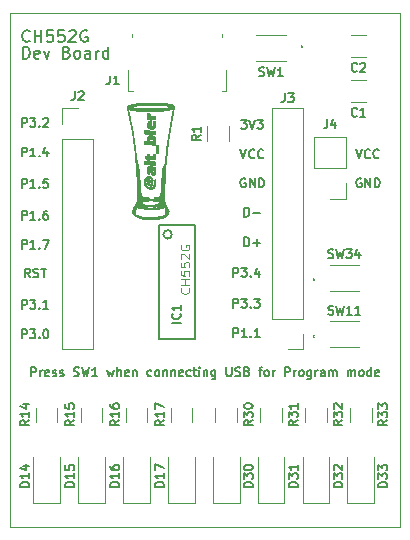
<source format=gbr>
G04 #@! TF.GenerationSoftware,KiCad,Pcbnew,(5.1.0)-1*
G04 #@! TF.CreationDate,2019-09-06T23:09:28-05:00*
G04 #@! TF.ProjectId,CH552G_dev,43483535-3247-45f6-9465-762e6b696361,rev?*
G04 #@! TF.SameCoordinates,Original*
G04 #@! TF.FileFunction,Legend,Top*
G04 #@! TF.FilePolarity,Positive*
%FSLAX46Y46*%
G04 Gerber Fmt 4.6, Leading zero omitted, Abs format (unit mm)*
G04 Created by KiCad (PCBNEW (5.1.0)-1) date 2019-09-06 23:09:28*
%MOMM*%
%LPD*%
G04 APERTURE LIST*
%ADD10C,0.150000*%
%ADD11C,0.050000*%
%ADD12C,0.100000*%
%ADD13C,0.010000*%
%ADD14C,0.120000*%
%ADD15C,0.200000*%
G04 APERTURE END LIST*
D10*
X96285714Y-108739285D02*
X96285714Y-107989285D01*
X96571428Y-107989285D01*
X96642857Y-108025000D01*
X96678571Y-108060714D01*
X96714285Y-108132142D01*
X96714285Y-108239285D01*
X96678571Y-108310714D01*
X96642857Y-108346428D01*
X96571428Y-108382142D01*
X96285714Y-108382142D01*
X97035714Y-108739285D02*
X97035714Y-108239285D01*
X97035714Y-108382142D02*
X97071428Y-108310714D01*
X97107142Y-108275000D01*
X97178571Y-108239285D01*
X97250000Y-108239285D01*
X97785714Y-108703571D02*
X97714285Y-108739285D01*
X97571428Y-108739285D01*
X97500000Y-108703571D01*
X97464285Y-108632142D01*
X97464285Y-108346428D01*
X97500000Y-108275000D01*
X97571428Y-108239285D01*
X97714285Y-108239285D01*
X97785714Y-108275000D01*
X97821428Y-108346428D01*
X97821428Y-108417857D01*
X97464285Y-108489285D01*
X98107142Y-108703571D02*
X98178571Y-108739285D01*
X98321428Y-108739285D01*
X98392857Y-108703571D01*
X98428571Y-108632142D01*
X98428571Y-108596428D01*
X98392857Y-108525000D01*
X98321428Y-108489285D01*
X98214285Y-108489285D01*
X98142857Y-108453571D01*
X98107142Y-108382142D01*
X98107142Y-108346428D01*
X98142857Y-108275000D01*
X98214285Y-108239285D01*
X98321428Y-108239285D01*
X98392857Y-108275000D01*
X98714285Y-108703571D02*
X98785714Y-108739285D01*
X98928571Y-108739285D01*
X99000000Y-108703571D01*
X99035714Y-108632142D01*
X99035714Y-108596428D01*
X99000000Y-108525000D01*
X98928571Y-108489285D01*
X98821428Y-108489285D01*
X98750000Y-108453571D01*
X98714285Y-108382142D01*
X98714285Y-108346428D01*
X98750000Y-108275000D01*
X98821428Y-108239285D01*
X98928571Y-108239285D01*
X99000000Y-108275000D01*
X99892857Y-108703571D02*
X100000000Y-108739285D01*
X100178571Y-108739285D01*
X100250000Y-108703571D01*
X100285714Y-108667857D01*
X100321428Y-108596428D01*
X100321428Y-108525000D01*
X100285714Y-108453571D01*
X100250000Y-108417857D01*
X100178571Y-108382142D01*
X100035714Y-108346428D01*
X99964285Y-108310714D01*
X99928571Y-108275000D01*
X99892857Y-108203571D01*
X99892857Y-108132142D01*
X99928571Y-108060714D01*
X99964285Y-108025000D01*
X100035714Y-107989285D01*
X100214285Y-107989285D01*
X100321428Y-108025000D01*
X100571428Y-107989285D02*
X100750000Y-108739285D01*
X100892857Y-108203571D01*
X101035714Y-108739285D01*
X101214285Y-107989285D01*
X101892857Y-108739285D02*
X101464285Y-108739285D01*
X101678571Y-108739285D02*
X101678571Y-107989285D01*
X101607142Y-108096428D01*
X101535714Y-108167857D01*
X101464285Y-108203571D01*
X102714285Y-108239285D02*
X102857142Y-108739285D01*
X103000000Y-108382142D01*
X103142857Y-108739285D01*
X103285714Y-108239285D01*
X103571428Y-108739285D02*
X103571428Y-107989285D01*
X103892857Y-108739285D02*
X103892857Y-108346428D01*
X103857142Y-108275000D01*
X103785714Y-108239285D01*
X103678571Y-108239285D01*
X103607142Y-108275000D01*
X103571428Y-108310714D01*
X104535714Y-108703571D02*
X104464285Y-108739285D01*
X104321428Y-108739285D01*
X104250000Y-108703571D01*
X104214285Y-108632142D01*
X104214285Y-108346428D01*
X104250000Y-108275000D01*
X104321428Y-108239285D01*
X104464285Y-108239285D01*
X104535714Y-108275000D01*
X104571428Y-108346428D01*
X104571428Y-108417857D01*
X104214285Y-108489285D01*
X104892857Y-108239285D02*
X104892857Y-108739285D01*
X104892857Y-108310714D02*
X104928571Y-108275000D01*
X105000000Y-108239285D01*
X105107142Y-108239285D01*
X105178571Y-108275000D01*
X105214285Y-108346428D01*
X105214285Y-108739285D01*
X106464285Y-108703571D02*
X106392857Y-108739285D01*
X106250000Y-108739285D01*
X106178571Y-108703571D01*
X106142857Y-108667857D01*
X106107142Y-108596428D01*
X106107142Y-108382142D01*
X106142857Y-108310714D01*
X106178571Y-108275000D01*
X106250000Y-108239285D01*
X106392857Y-108239285D01*
X106464285Y-108275000D01*
X106892857Y-108739285D02*
X106821428Y-108703571D01*
X106785714Y-108667857D01*
X106750000Y-108596428D01*
X106750000Y-108382142D01*
X106785714Y-108310714D01*
X106821428Y-108275000D01*
X106892857Y-108239285D01*
X107000000Y-108239285D01*
X107071428Y-108275000D01*
X107107142Y-108310714D01*
X107142857Y-108382142D01*
X107142857Y-108596428D01*
X107107142Y-108667857D01*
X107071428Y-108703571D01*
X107000000Y-108739285D01*
X106892857Y-108739285D01*
X107464285Y-108239285D02*
X107464285Y-108739285D01*
X107464285Y-108310714D02*
X107500000Y-108275000D01*
X107571428Y-108239285D01*
X107678571Y-108239285D01*
X107750000Y-108275000D01*
X107785714Y-108346428D01*
X107785714Y-108739285D01*
X108142857Y-108239285D02*
X108142857Y-108739285D01*
X108142857Y-108310714D02*
X108178571Y-108275000D01*
X108250000Y-108239285D01*
X108357142Y-108239285D01*
X108428571Y-108275000D01*
X108464285Y-108346428D01*
X108464285Y-108739285D01*
X109107142Y-108703571D02*
X109035714Y-108739285D01*
X108892857Y-108739285D01*
X108821428Y-108703571D01*
X108785714Y-108632142D01*
X108785714Y-108346428D01*
X108821428Y-108275000D01*
X108892857Y-108239285D01*
X109035714Y-108239285D01*
X109107142Y-108275000D01*
X109142857Y-108346428D01*
X109142857Y-108417857D01*
X108785714Y-108489285D01*
X109785714Y-108703571D02*
X109714285Y-108739285D01*
X109571428Y-108739285D01*
X109500000Y-108703571D01*
X109464285Y-108667857D01*
X109428571Y-108596428D01*
X109428571Y-108382142D01*
X109464285Y-108310714D01*
X109500000Y-108275000D01*
X109571428Y-108239285D01*
X109714285Y-108239285D01*
X109785714Y-108275000D01*
X110000000Y-108239285D02*
X110285714Y-108239285D01*
X110107142Y-107989285D02*
X110107142Y-108632142D01*
X110142857Y-108703571D01*
X110214285Y-108739285D01*
X110285714Y-108739285D01*
X110535714Y-108739285D02*
X110535714Y-108239285D01*
X110535714Y-107989285D02*
X110500000Y-108025000D01*
X110535714Y-108060714D01*
X110571428Y-108025000D01*
X110535714Y-107989285D01*
X110535714Y-108060714D01*
X110892857Y-108239285D02*
X110892857Y-108739285D01*
X110892857Y-108310714D02*
X110928571Y-108275000D01*
X111000000Y-108239285D01*
X111107142Y-108239285D01*
X111178571Y-108275000D01*
X111214285Y-108346428D01*
X111214285Y-108739285D01*
X111892857Y-108239285D02*
X111892857Y-108846428D01*
X111857142Y-108917857D01*
X111821428Y-108953571D01*
X111750000Y-108989285D01*
X111642857Y-108989285D01*
X111571428Y-108953571D01*
X111892857Y-108703571D02*
X111821428Y-108739285D01*
X111678571Y-108739285D01*
X111607142Y-108703571D01*
X111571428Y-108667857D01*
X111535714Y-108596428D01*
X111535714Y-108382142D01*
X111571428Y-108310714D01*
X111607142Y-108275000D01*
X111678571Y-108239285D01*
X111821428Y-108239285D01*
X111892857Y-108275000D01*
X112821428Y-107989285D02*
X112821428Y-108596428D01*
X112857142Y-108667857D01*
X112892857Y-108703571D01*
X112964285Y-108739285D01*
X113107142Y-108739285D01*
X113178571Y-108703571D01*
X113214285Y-108667857D01*
X113250000Y-108596428D01*
X113250000Y-107989285D01*
X113571428Y-108703571D02*
X113678571Y-108739285D01*
X113857142Y-108739285D01*
X113928571Y-108703571D01*
X113964285Y-108667857D01*
X114000000Y-108596428D01*
X114000000Y-108525000D01*
X113964285Y-108453571D01*
X113928571Y-108417857D01*
X113857142Y-108382142D01*
X113714285Y-108346428D01*
X113642857Y-108310714D01*
X113607142Y-108275000D01*
X113571428Y-108203571D01*
X113571428Y-108132142D01*
X113607142Y-108060714D01*
X113642857Y-108025000D01*
X113714285Y-107989285D01*
X113892857Y-107989285D01*
X114000000Y-108025000D01*
X114571428Y-108346428D02*
X114678571Y-108382142D01*
X114714285Y-108417857D01*
X114750000Y-108489285D01*
X114750000Y-108596428D01*
X114714285Y-108667857D01*
X114678571Y-108703571D01*
X114607142Y-108739285D01*
X114321428Y-108739285D01*
X114321428Y-107989285D01*
X114571428Y-107989285D01*
X114642857Y-108025000D01*
X114678571Y-108060714D01*
X114714285Y-108132142D01*
X114714285Y-108203571D01*
X114678571Y-108275000D01*
X114642857Y-108310714D01*
X114571428Y-108346428D01*
X114321428Y-108346428D01*
X115535714Y-108239285D02*
X115821428Y-108239285D01*
X115642857Y-108739285D02*
X115642857Y-108096428D01*
X115678571Y-108025000D01*
X115750000Y-107989285D01*
X115821428Y-107989285D01*
X116178571Y-108739285D02*
X116107142Y-108703571D01*
X116071428Y-108667857D01*
X116035714Y-108596428D01*
X116035714Y-108382142D01*
X116071428Y-108310714D01*
X116107142Y-108275000D01*
X116178571Y-108239285D01*
X116285714Y-108239285D01*
X116357142Y-108275000D01*
X116392857Y-108310714D01*
X116428571Y-108382142D01*
X116428571Y-108596428D01*
X116392857Y-108667857D01*
X116357142Y-108703571D01*
X116285714Y-108739285D01*
X116178571Y-108739285D01*
X116750000Y-108739285D02*
X116750000Y-108239285D01*
X116750000Y-108382142D02*
X116785714Y-108310714D01*
X116821428Y-108275000D01*
X116892857Y-108239285D01*
X116964285Y-108239285D01*
X117785714Y-108739285D02*
X117785714Y-107989285D01*
X118071428Y-107989285D01*
X118142857Y-108025000D01*
X118178571Y-108060714D01*
X118214285Y-108132142D01*
X118214285Y-108239285D01*
X118178571Y-108310714D01*
X118142857Y-108346428D01*
X118071428Y-108382142D01*
X117785714Y-108382142D01*
X118535714Y-108739285D02*
X118535714Y-108239285D01*
X118535714Y-108382142D02*
X118571428Y-108310714D01*
X118607142Y-108275000D01*
X118678571Y-108239285D01*
X118750000Y-108239285D01*
X119107142Y-108739285D02*
X119035714Y-108703571D01*
X119000000Y-108667857D01*
X118964285Y-108596428D01*
X118964285Y-108382142D01*
X119000000Y-108310714D01*
X119035714Y-108275000D01*
X119107142Y-108239285D01*
X119214285Y-108239285D01*
X119285714Y-108275000D01*
X119321428Y-108310714D01*
X119357142Y-108382142D01*
X119357142Y-108596428D01*
X119321428Y-108667857D01*
X119285714Y-108703571D01*
X119214285Y-108739285D01*
X119107142Y-108739285D01*
X120000000Y-108239285D02*
X120000000Y-108846428D01*
X119964285Y-108917857D01*
X119928571Y-108953571D01*
X119857142Y-108989285D01*
X119750000Y-108989285D01*
X119678571Y-108953571D01*
X120000000Y-108703571D02*
X119928571Y-108739285D01*
X119785714Y-108739285D01*
X119714285Y-108703571D01*
X119678571Y-108667857D01*
X119642857Y-108596428D01*
X119642857Y-108382142D01*
X119678571Y-108310714D01*
X119714285Y-108275000D01*
X119785714Y-108239285D01*
X119928571Y-108239285D01*
X120000000Y-108275000D01*
X120357142Y-108739285D02*
X120357142Y-108239285D01*
X120357142Y-108382142D02*
X120392857Y-108310714D01*
X120428571Y-108275000D01*
X120500000Y-108239285D01*
X120571428Y-108239285D01*
X121142857Y-108739285D02*
X121142857Y-108346428D01*
X121107142Y-108275000D01*
X121035714Y-108239285D01*
X120892857Y-108239285D01*
X120821428Y-108275000D01*
X121142857Y-108703571D02*
X121071428Y-108739285D01*
X120892857Y-108739285D01*
X120821428Y-108703571D01*
X120785714Y-108632142D01*
X120785714Y-108560714D01*
X120821428Y-108489285D01*
X120892857Y-108453571D01*
X121071428Y-108453571D01*
X121142857Y-108417857D01*
X121500000Y-108739285D02*
X121500000Y-108239285D01*
X121500000Y-108310714D02*
X121535714Y-108275000D01*
X121607142Y-108239285D01*
X121714285Y-108239285D01*
X121785714Y-108275000D01*
X121821428Y-108346428D01*
X121821428Y-108739285D01*
X121821428Y-108346428D02*
X121857142Y-108275000D01*
X121928571Y-108239285D01*
X122035714Y-108239285D01*
X122107142Y-108275000D01*
X122142857Y-108346428D01*
X122142857Y-108739285D01*
X123071428Y-108739285D02*
X123071428Y-108239285D01*
X123071428Y-108310714D02*
X123107142Y-108275000D01*
X123178571Y-108239285D01*
X123285714Y-108239285D01*
X123357142Y-108275000D01*
X123392857Y-108346428D01*
X123392857Y-108739285D01*
X123392857Y-108346428D02*
X123428571Y-108275000D01*
X123500000Y-108239285D01*
X123607142Y-108239285D01*
X123678571Y-108275000D01*
X123714285Y-108346428D01*
X123714285Y-108739285D01*
X124178571Y-108739285D02*
X124107142Y-108703571D01*
X124071428Y-108667857D01*
X124035714Y-108596428D01*
X124035714Y-108382142D01*
X124071428Y-108310714D01*
X124107142Y-108275000D01*
X124178571Y-108239285D01*
X124285714Y-108239285D01*
X124357142Y-108275000D01*
X124392857Y-108310714D01*
X124428571Y-108382142D01*
X124428571Y-108596428D01*
X124392857Y-108667857D01*
X124357142Y-108703571D01*
X124285714Y-108739285D01*
X124178571Y-108739285D01*
X125071428Y-108739285D02*
X125071428Y-107989285D01*
X125071428Y-108703571D02*
X125000000Y-108739285D01*
X124857142Y-108739285D01*
X124785714Y-108703571D01*
X124750000Y-108667857D01*
X124714285Y-108596428D01*
X124714285Y-108382142D01*
X124750000Y-108310714D01*
X124785714Y-108275000D01*
X124857142Y-108239285D01*
X125000000Y-108239285D01*
X125071428Y-108275000D01*
X125714285Y-108703571D02*
X125642857Y-108739285D01*
X125500000Y-108739285D01*
X125428571Y-108703571D01*
X125392857Y-108632142D01*
X125392857Y-108346428D01*
X125428571Y-108275000D01*
X125500000Y-108239285D01*
X125642857Y-108239285D01*
X125714285Y-108275000D01*
X125750000Y-108346428D01*
X125750000Y-108417857D01*
X125392857Y-108489285D01*
D11*
X94500000Y-121500000D02*
X127500000Y-121500000D01*
X94500000Y-78000000D02*
X94500000Y-121500000D01*
X127500000Y-78000000D02*
X94500000Y-78000000D01*
X127500000Y-121500000D02*
X127500000Y-78000000D01*
D10*
X95585595Y-81852380D02*
X95585595Y-80852380D01*
X95823690Y-80852380D01*
X95966547Y-80900000D01*
X96061785Y-80995238D01*
X96109404Y-81090476D01*
X96157023Y-81280952D01*
X96157023Y-81423809D01*
X96109404Y-81614285D01*
X96061785Y-81709523D01*
X95966547Y-81804761D01*
X95823690Y-81852380D01*
X95585595Y-81852380D01*
X96966547Y-81804761D02*
X96871309Y-81852380D01*
X96680833Y-81852380D01*
X96585595Y-81804761D01*
X96537976Y-81709523D01*
X96537976Y-81328571D01*
X96585595Y-81233333D01*
X96680833Y-81185714D01*
X96871309Y-81185714D01*
X96966547Y-81233333D01*
X97014166Y-81328571D01*
X97014166Y-81423809D01*
X96537976Y-81519047D01*
X97347500Y-81185714D02*
X97585595Y-81852380D01*
X97823690Y-81185714D01*
X99299880Y-81328571D02*
X99442738Y-81376190D01*
X99490357Y-81423809D01*
X99537976Y-81519047D01*
X99537976Y-81661904D01*
X99490357Y-81757142D01*
X99442738Y-81804761D01*
X99347500Y-81852380D01*
X98966547Y-81852380D01*
X98966547Y-80852380D01*
X99299880Y-80852380D01*
X99395119Y-80900000D01*
X99442738Y-80947619D01*
X99490357Y-81042857D01*
X99490357Y-81138095D01*
X99442738Y-81233333D01*
X99395119Y-81280952D01*
X99299880Y-81328571D01*
X98966547Y-81328571D01*
X100109404Y-81852380D02*
X100014166Y-81804761D01*
X99966547Y-81757142D01*
X99918928Y-81661904D01*
X99918928Y-81376190D01*
X99966547Y-81280952D01*
X100014166Y-81233333D01*
X100109404Y-81185714D01*
X100252261Y-81185714D01*
X100347500Y-81233333D01*
X100395119Y-81280952D01*
X100442738Y-81376190D01*
X100442738Y-81661904D01*
X100395119Y-81757142D01*
X100347500Y-81804761D01*
X100252261Y-81852380D01*
X100109404Y-81852380D01*
X101299880Y-81852380D02*
X101299880Y-81328571D01*
X101252261Y-81233333D01*
X101157023Y-81185714D01*
X100966547Y-81185714D01*
X100871309Y-81233333D01*
X101299880Y-81804761D02*
X101204642Y-81852380D01*
X100966547Y-81852380D01*
X100871309Y-81804761D01*
X100823690Y-81709523D01*
X100823690Y-81614285D01*
X100871309Y-81519047D01*
X100966547Y-81471428D01*
X101204642Y-81471428D01*
X101299880Y-81423809D01*
X101776071Y-81852380D02*
X101776071Y-81185714D01*
X101776071Y-81376190D02*
X101823690Y-81280952D01*
X101871309Y-81233333D01*
X101966547Y-81185714D01*
X102061785Y-81185714D01*
X102823690Y-81852380D02*
X102823690Y-80852380D01*
X102823690Y-81804761D02*
X102728452Y-81852380D01*
X102537976Y-81852380D01*
X102442738Y-81804761D01*
X102395119Y-81757142D01*
X102347500Y-81661904D01*
X102347500Y-81376190D01*
X102395119Y-81280952D01*
X102442738Y-81233333D01*
X102537976Y-81185714D01*
X102728452Y-81185714D01*
X102823690Y-81233333D01*
X96157023Y-80357142D02*
X96109404Y-80404761D01*
X95966547Y-80452380D01*
X95871309Y-80452380D01*
X95728452Y-80404761D01*
X95633214Y-80309523D01*
X95585595Y-80214285D01*
X95537976Y-80023809D01*
X95537976Y-79880952D01*
X95585595Y-79690476D01*
X95633214Y-79595238D01*
X95728452Y-79500000D01*
X95871309Y-79452380D01*
X95966547Y-79452380D01*
X96109404Y-79500000D01*
X96157023Y-79547619D01*
X96585595Y-80452380D02*
X96585595Y-79452380D01*
X96585595Y-79928571D02*
X97157023Y-79928571D01*
X97157023Y-80452380D02*
X97157023Y-79452380D01*
X98109404Y-79452380D02*
X97633214Y-79452380D01*
X97585595Y-79928571D01*
X97633214Y-79880952D01*
X97728452Y-79833333D01*
X97966547Y-79833333D01*
X98061785Y-79880952D01*
X98109404Y-79928571D01*
X98157023Y-80023809D01*
X98157023Y-80261904D01*
X98109404Y-80357142D01*
X98061785Y-80404761D01*
X97966547Y-80452380D01*
X97728452Y-80452380D01*
X97633214Y-80404761D01*
X97585595Y-80357142D01*
X99061785Y-79452380D02*
X98585595Y-79452380D01*
X98537976Y-79928571D01*
X98585595Y-79880952D01*
X98680833Y-79833333D01*
X98918928Y-79833333D01*
X99014166Y-79880952D01*
X99061785Y-79928571D01*
X99109404Y-80023809D01*
X99109404Y-80261904D01*
X99061785Y-80357142D01*
X99014166Y-80404761D01*
X98918928Y-80452380D01*
X98680833Y-80452380D01*
X98585595Y-80404761D01*
X98537976Y-80357142D01*
X99490357Y-79547619D02*
X99537976Y-79500000D01*
X99633214Y-79452380D01*
X99871309Y-79452380D01*
X99966547Y-79500000D01*
X100014166Y-79547619D01*
X100061785Y-79642857D01*
X100061785Y-79738095D01*
X100014166Y-79880952D01*
X99442738Y-80452380D01*
X100061785Y-80452380D01*
X101014166Y-79500000D02*
X100918928Y-79452380D01*
X100776071Y-79452380D01*
X100633214Y-79500000D01*
X100537976Y-79595238D01*
X100490357Y-79690476D01*
X100442738Y-79880952D01*
X100442738Y-80023809D01*
X100490357Y-80214285D01*
X100537976Y-80309523D01*
X100633214Y-80404761D01*
X100776071Y-80452380D01*
X100871309Y-80452380D01*
X101014166Y-80404761D01*
X101061785Y-80357142D01*
X101061785Y-80023809D01*
X100871309Y-80023809D01*
X95510714Y-87639285D02*
X95510714Y-86889285D01*
X95796428Y-86889285D01*
X95867857Y-86925000D01*
X95903571Y-86960714D01*
X95939285Y-87032142D01*
X95939285Y-87139285D01*
X95903571Y-87210714D01*
X95867857Y-87246428D01*
X95796428Y-87282142D01*
X95510714Y-87282142D01*
X96189285Y-86889285D02*
X96653571Y-86889285D01*
X96403571Y-87175000D01*
X96510714Y-87175000D01*
X96582142Y-87210714D01*
X96617857Y-87246428D01*
X96653571Y-87317857D01*
X96653571Y-87496428D01*
X96617857Y-87567857D01*
X96582142Y-87603571D01*
X96510714Y-87639285D01*
X96296428Y-87639285D01*
X96225000Y-87603571D01*
X96189285Y-87567857D01*
X96975000Y-87567857D02*
X97010714Y-87603571D01*
X96975000Y-87639285D01*
X96939285Y-87603571D01*
X96975000Y-87567857D01*
X96975000Y-87639285D01*
X97296428Y-86960714D02*
X97332142Y-86925000D01*
X97403571Y-86889285D01*
X97582142Y-86889285D01*
X97653571Y-86925000D01*
X97689285Y-86960714D01*
X97725000Y-87032142D01*
X97725000Y-87103571D01*
X97689285Y-87210714D01*
X97260714Y-87639285D01*
X97725000Y-87639285D01*
X95510714Y-90139285D02*
X95510714Y-89389285D01*
X95796428Y-89389285D01*
X95867857Y-89425000D01*
X95903571Y-89460714D01*
X95939285Y-89532142D01*
X95939285Y-89639285D01*
X95903571Y-89710714D01*
X95867857Y-89746428D01*
X95796428Y-89782142D01*
X95510714Y-89782142D01*
X96653571Y-90139285D02*
X96225000Y-90139285D01*
X96439285Y-90139285D02*
X96439285Y-89389285D01*
X96367857Y-89496428D01*
X96296428Y-89567857D01*
X96225000Y-89603571D01*
X96975000Y-90067857D02*
X97010714Y-90103571D01*
X96975000Y-90139285D01*
X96939285Y-90103571D01*
X96975000Y-90067857D01*
X96975000Y-90139285D01*
X97653571Y-89639285D02*
X97653571Y-90139285D01*
X97475000Y-89353571D02*
X97296428Y-89889285D01*
X97760714Y-89889285D01*
X95510714Y-92789285D02*
X95510714Y-92039285D01*
X95796428Y-92039285D01*
X95867857Y-92075000D01*
X95903571Y-92110714D01*
X95939285Y-92182142D01*
X95939285Y-92289285D01*
X95903571Y-92360714D01*
X95867857Y-92396428D01*
X95796428Y-92432142D01*
X95510714Y-92432142D01*
X96653571Y-92789285D02*
X96225000Y-92789285D01*
X96439285Y-92789285D02*
X96439285Y-92039285D01*
X96367857Y-92146428D01*
X96296428Y-92217857D01*
X96225000Y-92253571D01*
X96975000Y-92717857D02*
X97010714Y-92753571D01*
X96975000Y-92789285D01*
X96939285Y-92753571D01*
X96975000Y-92717857D01*
X96975000Y-92789285D01*
X97689285Y-92039285D02*
X97332142Y-92039285D01*
X97296428Y-92396428D01*
X97332142Y-92360714D01*
X97403571Y-92325000D01*
X97582142Y-92325000D01*
X97653571Y-92360714D01*
X97689285Y-92396428D01*
X97725000Y-92467857D01*
X97725000Y-92646428D01*
X97689285Y-92717857D01*
X97653571Y-92753571D01*
X97582142Y-92789285D01*
X97403571Y-92789285D01*
X97332142Y-92753571D01*
X97296428Y-92717857D01*
X95510714Y-95489285D02*
X95510714Y-94739285D01*
X95796428Y-94739285D01*
X95867857Y-94775000D01*
X95903571Y-94810714D01*
X95939285Y-94882142D01*
X95939285Y-94989285D01*
X95903571Y-95060714D01*
X95867857Y-95096428D01*
X95796428Y-95132142D01*
X95510714Y-95132142D01*
X96653571Y-95489285D02*
X96225000Y-95489285D01*
X96439285Y-95489285D02*
X96439285Y-94739285D01*
X96367857Y-94846428D01*
X96296428Y-94917857D01*
X96225000Y-94953571D01*
X96975000Y-95417857D02*
X97010714Y-95453571D01*
X96975000Y-95489285D01*
X96939285Y-95453571D01*
X96975000Y-95417857D01*
X96975000Y-95489285D01*
X97653571Y-94739285D02*
X97510714Y-94739285D01*
X97439285Y-94775000D01*
X97403571Y-94810714D01*
X97332142Y-94917857D01*
X97296428Y-95060714D01*
X97296428Y-95346428D01*
X97332142Y-95417857D01*
X97367857Y-95453571D01*
X97439285Y-95489285D01*
X97582142Y-95489285D01*
X97653571Y-95453571D01*
X97689285Y-95417857D01*
X97725000Y-95346428D01*
X97725000Y-95167857D01*
X97689285Y-95096428D01*
X97653571Y-95060714D01*
X97582142Y-95025000D01*
X97439285Y-95025000D01*
X97367857Y-95060714D01*
X97332142Y-95096428D01*
X97296428Y-95167857D01*
X95510714Y-97939285D02*
X95510714Y-97189285D01*
X95796428Y-97189285D01*
X95867857Y-97225000D01*
X95903571Y-97260714D01*
X95939285Y-97332142D01*
X95939285Y-97439285D01*
X95903571Y-97510714D01*
X95867857Y-97546428D01*
X95796428Y-97582142D01*
X95510714Y-97582142D01*
X96653571Y-97939285D02*
X96225000Y-97939285D01*
X96439285Y-97939285D02*
X96439285Y-97189285D01*
X96367857Y-97296428D01*
X96296428Y-97367857D01*
X96225000Y-97403571D01*
X96975000Y-97867857D02*
X97010714Y-97903571D01*
X96975000Y-97939285D01*
X96939285Y-97903571D01*
X96975000Y-97867857D01*
X96975000Y-97939285D01*
X97260714Y-97189285D02*
X97760714Y-97189285D01*
X97439285Y-97939285D01*
X96189285Y-100389285D02*
X95939285Y-100032142D01*
X95760714Y-100389285D02*
X95760714Y-99639285D01*
X96046428Y-99639285D01*
X96117857Y-99675000D01*
X96153571Y-99710714D01*
X96189285Y-99782142D01*
X96189285Y-99889285D01*
X96153571Y-99960714D01*
X96117857Y-99996428D01*
X96046428Y-100032142D01*
X95760714Y-100032142D01*
X96475000Y-100353571D02*
X96582142Y-100389285D01*
X96760714Y-100389285D01*
X96832142Y-100353571D01*
X96867857Y-100317857D01*
X96903571Y-100246428D01*
X96903571Y-100175000D01*
X96867857Y-100103571D01*
X96832142Y-100067857D01*
X96760714Y-100032142D01*
X96617857Y-99996428D01*
X96546428Y-99960714D01*
X96510714Y-99925000D01*
X96475000Y-99853571D01*
X96475000Y-99782142D01*
X96510714Y-99710714D01*
X96546428Y-99675000D01*
X96617857Y-99639285D01*
X96796428Y-99639285D01*
X96903571Y-99675000D01*
X97117857Y-99639285D02*
X97546428Y-99639285D01*
X97332142Y-100389285D02*
X97332142Y-99639285D01*
X124228571Y-92025000D02*
X124157142Y-91989285D01*
X124050000Y-91989285D01*
X123942857Y-92025000D01*
X123871428Y-92096428D01*
X123835714Y-92167857D01*
X123800000Y-92310714D01*
X123800000Y-92417857D01*
X123835714Y-92560714D01*
X123871428Y-92632142D01*
X123942857Y-92703571D01*
X124050000Y-92739285D01*
X124121428Y-92739285D01*
X124228571Y-92703571D01*
X124264285Y-92667857D01*
X124264285Y-92417857D01*
X124121428Y-92417857D01*
X124585714Y-92739285D02*
X124585714Y-91989285D01*
X125014285Y-92739285D01*
X125014285Y-91989285D01*
X125371428Y-92739285D02*
X125371428Y-91989285D01*
X125550000Y-91989285D01*
X125657142Y-92025000D01*
X125728571Y-92096428D01*
X125764285Y-92167857D01*
X125800000Y-92310714D01*
X125800000Y-92417857D01*
X125764285Y-92560714D01*
X125728571Y-92632142D01*
X125657142Y-92703571D01*
X125550000Y-92739285D01*
X125371428Y-92739285D01*
X123800000Y-89539285D02*
X124050000Y-90289285D01*
X124300000Y-89539285D01*
X124978571Y-90217857D02*
X124942857Y-90253571D01*
X124835714Y-90289285D01*
X124764285Y-90289285D01*
X124657142Y-90253571D01*
X124585714Y-90182142D01*
X124550000Y-90110714D01*
X124514285Y-89967857D01*
X124514285Y-89860714D01*
X124550000Y-89717857D01*
X124585714Y-89646428D01*
X124657142Y-89575000D01*
X124764285Y-89539285D01*
X124835714Y-89539285D01*
X124942857Y-89575000D01*
X124978571Y-89610714D01*
X125728571Y-90217857D02*
X125692857Y-90253571D01*
X125585714Y-90289285D01*
X125514285Y-90289285D01*
X125407142Y-90253571D01*
X125335714Y-90182142D01*
X125300000Y-90110714D01*
X125264285Y-89967857D01*
X125264285Y-89860714D01*
X125300000Y-89717857D01*
X125335714Y-89646428D01*
X125407142Y-89575000D01*
X125514285Y-89539285D01*
X125585714Y-89539285D01*
X125692857Y-89575000D01*
X125728571Y-89610714D01*
X95510714Y-103039285D02*
X95510714Y-102289285D01*
X95796428Y-102289285D01*
X95867857Y-102325000D01*
X95903571Y-102360714D01*
X95939285Y-102432142D01*
X95939285Y-102539285D01*
X95903571Y-102610714D01*
X95867857Y-102646428D01*
X95796428Y-102682142D01*
X95510714Y-102682142D01*
X96189285Y-102289285D02*
X96653571Y-102289285D01*
X96403571Y-102575000D01*
X96510714Y-102575000D01*
X96582142Y-102610714D01*
X96617857Y-102646428D01*
X96653571Y-102717857D01*
X96653571Y-102896428D01*
X96617857Y-102967857D01*
X96582142Y-103003571D01*
X96510714Y-103039285D01*
X96296428Y-103039285D01*
X96225000Y-103003571D01*
X96189285Y-102967857D01*
X96975000Y-102967857D02*
X97010714Y-103003571D01*
X96975000Y-103039285D01*
X96939285Y-103003571D01*
X96975000Y-102967857D01*
X96975000Y-103039285D01*
X97725000Y-103039285D02*
X97296428Y-103039285D01*
X97510714Y-103039285D02*
X97510714Y-102289285D01*
X97439285Y-102396428D01*
X97367857Y-102467857D01*
X97296428Y-102503571D01*
X95510714Y-105539285D02*
X95510714Y-104789285D01*
X95796428Y-104789285D01*
X95867857Y-104825000D01*
X95903571Y-104860714D01*
X95939285Y-104932142D01*
X95939285Y-105039285D01*
X95903571Y-105110714D01*
X95867857Y-105146428D01*
X95796428Y-105182142D01*
X95510714Y-105182142D01*
X96189285Y-104789285D02*
X96653571Y-104789285D01*
X96403571Y-105075000D01*
X96510714Y-105075000D01*
X96582142Y-105110714D01*
X96617857Y-105146428D01*
X96653571Y-105217857D01*
X96653571Y-105396428D01*
X96617857Y-105467857D01*
X96582142Y-105503571D01*
X96510714Y-105539285D01*
X96296428Y-105539285D01*
X96225000Y-105503571D01*
X96189285Y-105467857D01*
X96975000Y-105467857D02*
X97010714Y-105503571D01*
X96975000Y-105539285D01*
X96939285Y-105503571D01*
X96975000Y-105467857D01*
X96975000Y-105539285D01*
X97475000Y-104789285D02*
X97546428Y-104789285D01*
X97617857Y-104825000D01*
X97653571Y-104860714D01*
X97689285Y-104932142D01*
X97725000Y-105075000D01*
X97725000Y-105253571D01*
X97689285Y-105396428D01*
X97653571Y-105467857D01*
X97617857Y-105503571D01*
X97546428Y-105539285D01*
X97475000Y-105539285D01*
X97403571Y-105503571D01*
X97367857Y-105467857D01*
X97332142Y-105396428D01*
X97296428Y-105253571D01*
X97296428Y-105075000D01*
X97332142Y-104932142D01*
X97367857Y-104860714D01*
X97403571Y-104825000D01*
X97475000Y-104789285D01*
D12*
X109617857Y-101307142D02*
X109653571Y-101342857D01*
X109689285Y-101450000D01*
X109689285Y-101521428D01*
X109653571Y-101628571D01*
X109582142Y-101700000D01*
X109510714Y-101735714D01*
X109367857Y-101771428D01*
X109260714Y-101771428D01*
X109117857Y-101735714D01*
X109046428Y-101700000D01*
X108975000Y-101628571D01*
X108939285Y-101521428D01*
X108939285Y-101450000D01*
X108975000Y-101342857D01*
X109010714Y-101307142D01*
X109689285Y-100985714D02*
X108939285Y-100985714D01*
X109296428Y-100985714D02*
X109296428Y-100557142D01*
X109689285Y-100557142D02*
X108939285Y-100557142D01*
X108939285Y-99842857D02*
X108939285Y-100200000D01*
X109296428Y-100235714D01*
X109260714Y-100200000D01*
X109225000Y-100128571D01*
X109225000Y-99950000D01*
X109260714Y-99878571D01*
X109296428Y-99842857D01*
X109367857Y-99807142D01*
X109546428Y-99807142D01*
X109617857Y-99842857D01*
X109653571Y-99878571D01*
X109689285Y-99950000D01*
X109689285Y-100128571D01*
X109653571Y-100200000D01*
X109617857Y-100235714D01*
X108939285Y-99128571D02*
X108939285Y-99485714D01*
X109296428Y-99521428D01*
X109260714Y-99485714D01*
X109225000Y-99414285D01*
X109225000Y-99235714D01*
X109260714Y-99164285D01*
X109296428Y-99128571D01*
X109367857Y-99092857D01*
X109546428Y-99092857D01*
X109617857Y-99128571D01*
X109653571Y-99164285D01*
X109689285Y-99235714D01*
X109689285Y-99414285D01*
X109653571Y-99485714D01*
X109617857Y-99521428D01*
X109010714Y-98807142D02*
X108975000Y-98771428D01*
X108939285Y-98700000D01*
X108939285Y-98521428D01*
X108975000Y-98450000D01*
X109010714Y-98414285D01*
X109082142Y-98378571D01*
X109153571Y-98378571D01*
X109260714Y-98414285D01*
X109689285Y-98842857D01*
X109689285Y-98378571D01*
X108975000Y-97664285D02*
X108939285Y-97735714D01*
X108939285Y-97842857D01*
X108975000Y-97950000D01*
X109046428Y-98021428D01*
X109117857Y-98057142D01*
X109260714Y-98092857D01*
X109367857Y-98092857D01*
X109510714Y-98057142D01*
X109582142Y-98021428D01*
X109653571Y-97950000D01*
X109689285Y-97842857D01*
X109689285Y-97771428D01*
X109653571Y-97664285D01*
X109617857Y-97628571D01*
X109367857Y-97628571D01*
X109367857Y-97771428D01*
D10*
X113410714Y-105439285D02*
X113410714Y-104689285D01*
X113696428Y-104689285D01*
X113767857Y-104725000D01*
X113803571Y-104760714D01*
X113839285Y-104832142D01*
X113839285Y-104939285D01*
X113803571Y-105010714D01*
X113767857Y-105046428D01*
X113696428Y-105082142D01*
X113410714Y-105082142D01*
X114553571Y-105439285D02*
X114125000Y-105439285D01*
X114339285Y-105439285D02*
X114339285Y-104689285D01*
X114267857Y-104796428D01*
X114196428Y-104867857D01*
X114125000Y-104903571D01*
X114875000Y-105367857D02*
X114910714Y-105403571D01*
X114875000Y-105439285D01*
X114839285Y-105403571D01*
X114875000Y-105367857D01*
X114875000Y-105439285D01*
X115625000Y-105439285D02*
X115196428Y-105439285D01*
X115410714Y-105439285D02*
X115410714Y-104689285D01*
X115339285Y-104796428D01*
X115267857Y-104867857D01*
X115196428Y-104903571D01*
X113410714Y-102939285D02*
X113410714Y-102189285D01*
X113696428Y-102189285D01*
X113767857Y-102225000D01*
X113803571Y-102260714D01*
X113839285Y-102332142D01*
X113839285Y-102439285D01*
X113803571Y-102510714D01*
X113767857Y-102546428D01*
X113696428Y-102582142D01*
X113410714Y-102582142D01*
X114089285Y-102189285D02*
X114553571Y-102189285D01*
X114303571Y-102475000D01*
X114410714Y-102475000D01*
X114482142Y-102510714D01*
X114517857Y-102546428D01*
X114553571Y-102617857D01*
X114553571Y-102796428D01*
X114517857Y-102867857D01*
X114482142Y-102903571D01*
X114410714Y-102939285D01*
X114196428Y-102939285D01*
X114125000Y-102903571D01*
X114089285Y-102867857D01*
X114875000Y-102867857D02*
X114910714Y-102903571D01*
X114875000Y-102939285D01*
X114839285Y-102903571D01*
X114875000Y-102867857D01*
X114875000Y-102939285D01*
X115160714Y-102189285D02*
X115625000Y-102189285D01*
X115375000Y-102475000D01*
X115482142Y-102475000D01*
X115553571Y-102510714D01*
X115589285Y-102546428D01*
X115625000Y-102617857D01*
X115625000Y-102796428D01*
X115589285Y-102867857D01*
X115553571Y-102903571D01*
X115482142Y-102939285D01*
X115267857Y-102939285D01*
X115196428Y-102903571D01*
X115160714Y-102867857D01*
X113410714Y-100339285D02*
X113410714Y-99589285D01*
X113696428Y-99589285D01*
X113767857Y-99625000D01*
X113803571Y-99660714D01*
X113839285Y-99732142D01*
X113839285Y-99839285D01*
X113803571Y-99910714D01*
X113767857Y-99946428D01*
X113696428Y-99982142D01*
X113410714Y-99982142D01*
X114089285Y-99589285D02*
X114553571Y-99589285D01*
X114303571Y-99875000D01*
X114410714Y-99875000D01*
X114482142Y-99910714D01*
X114517857Y-99946428D01*
X114553571Y-100017857D01*
X114553571Y-100196428D01*
X114517857Y-100267857D01*
X114482142Y-100303571D01*
X114410714Y-100339285D01*
X114196428Y-100339285D01*
X114125000Y-100303571D01*
X114089285Y-100267857D01*
X114875000Y-100267857D02*
X114910714Y-100303571D01*
X114875000Y-100339285D01*
X114839285Y-100303571D01*
X114875000Y-100267857D01*
X114875000Y-100339285D01*
X115553571Y-99839285D02*
X115553571Y-100339285D01*
X115375000Y-99553571D02*
X115196428Y-100089285D01*
X115660714Y-100089285D01*
X114339285Y-97739285D02*
X114339285Y-96989285D01*
X114517857Y-96989285D01*
X114625000Y-97025000D01*
X114696428Y-97096428D01*
X114732142Y-97167857D01*
X114767857Y-97310714D01*
X114767857Y-97417857D01*
X114732142Y-97560714D01*
X114696428Y-97632142D01*
X114625000Y-97703571D01*
X114517857Y-97739285D01*
X114339285Y-97739285D01*
X115089285Y-97453571D02*
X115660714Y-97453571D01*
X115375000Y-97739285D02*
X115375000Y-97167857D01*
X114339285Y-95239285D02*
X114339285Y-94489285D01*
X114517857Y-94489285D01*
X114625000Y-94525000D01*
X114696428Y-94596428D01*
X114732142Y-94667857D01*
X114767857Y-94810714D01*
X114767857Y-94917857D01*
X114732142Y-95060714D01*
X114696428Y-95132142D01*
X114625000Y-95203571D01*
X114517857Y-95239285D01*
X114339285Y-95239285D01*
X115089285Y-94953571D02*
X115660714Y-94953571D01*
X114428571Y-92025000D02*
X114357142Y-91989285D01*
X114250000Y-91989285D01*
X114142857Y-92025000D01*
X114071428Y-92096428D01*
X114035714Y-92167857D01*
X114000000Y-92310714D01*
X114000000Y-92417857D01*
X114035714Y-92560714D01*
X114071428Y-92632142D01*
X114142857Y-92703571D01*
X114250000Y-92739285D01*
X114321428Y-92739285D01*
X114428571Y-92703571D01*
X114464285Y-92667857D01*
X114464285Y-92417857D01*
X114321428Y-92417857D01*
X114785714Y-92739285D02*
X114785714Y-91989285D01*
X115214285Y-92739285D01*
X115214285Y-91989285D01*
X115571428Y-92739285D02*
X115571428Y-91989285D01*
X115750000Y-91989285D01*
X115857142Y-92025000D01*
X115928571Y-92096428D01*
X115964285Y-92167857D01*
X116000000Y-92310714D01*
X116000000Y-92417857D01*
X115964285Y-92560714D01*
X115928571Y-92632142D01*
X115857142Y-92703571D01*
X115750000Y-92739285D01*
X115571428Y-92739285D01*
X114000000Y-89539285D02*
X114250000Y-90289285D01*
X114500000Y-89539285D01*
X115178571Y-90217857D02*
X115142857Y-90253571D01*
X115035714Y-90289285D01*
X114964285Y-90289285D01*
X114857142Y-90253571D01*
X114785714Y-90182142D01*
X114750000Y-90110714D01*
X114714285Y-89967857D01*
X114714285Y-89860714D01*
X114750000Y-89717857D01*
X114785714Y-89646428D01*
X114857142Y-89575000D01*
X114964285Y-89539285D01*
X115035714Y-89539285D01*
X115142857Y-89575000D01*
X115178571Y-89610714D01*
X115928571Y-90217857D02*
X115892857Y-90253571D01*
X115785714Y-90289285D01*
X115714285Y-90289285D01*
X115607142Y-90253571D01*
X115535714Y-90182142D01*
X115500000Y-90110714D01*
X115464285Y-89967857D01*
X115464285Y-89860714D01*
X115500000Y-89717857D01*
X115535714Y-89646428D01*
X115607142Y-89575000D01*
X115714285Y-89539285D01*
X115785714Y-89539285D01*
X115892857Y-89575000D01*
X115928571Y-89610714D01*
X114071428Y-87039285D02*
X114535714Y-87039285D01*
X114285714Y-87325000D01*
X114392857Y-87325000D01*
X114464285Y-87360714D01*
X114500000Y-87396428D01*
X114535714Y-87467857D01*
X114535714Y-87646428D01*
X114500000Y-87717857D01*
X114464285Y-87753571D01*
X114392857Y-87789285D01*
X114178571Y-87789285D01*
X114107142Y-87753571D01*
X114071428Y-87717857D01*
X114750000Y-87039285D02*
X115000000Y-87789285D01*
X115250000Y-87039285D01*
X115428571Y-87039285D02*
X115892857Y-87039285D01*
X115642857Y-87325000D01*
X115750000Y-87325000D01*
X115821428Y-87360714D01*
X115857142Y-87396428D01*
X115892857Y-87467857D01*
X115892857Y-87646428D01*
X115857142Y-87717857D01*
X115821428Y-87753571D01*
X115750000Y-87789285D01*
X115535714Y-87789285D01*
X115464285Y-87753571D01*
X115428571Y-87717857D01*
D13*
G04 #@! TO.C,G\002A\002A\002A*
G36*
X106816531Y-85699068D02*
G01*
X106920104Y-85699392D01*
X107016910Y-85699931D01*
X107104543Y-85700687D01*
X107180601Y-85701665D01*
X107242677Y-85702870D01*
X107288369Y-85704304D01*
X107315261Y-85705973D01*
X107468821Y-85722951D01*
X107601243Y-85738798D01*
X107713437Y-85753639D01*
X107806318Y-85767599D01*
X107880796Y-85780803D01*
X107917045Y-85788418D01*
X108000727Y-85808022D01*
X108065086Y-85824997D01*
X108112547Y-85840549D01*
X108145540Y-85855887D01*
X108166489Y-85872220D01*
X108177823Y-85890754D01*
X108181969Y-85912699D01*
X108182174Y-85920391D01*
X108177931Y-85947957D01*
X108163765Y-85971429D01*
X108137520Y-85991890D01*
X108097039Y-86010426D01*
X108040167Y-86028118D01*
X107964748Y-86046053D01*
X107909638Y-86057391D01*
X107845846Y-86069534D01*
X107783735Y-86080542D01*
X107729327Y-86089402D01*
X107688643Y-86095101D01*
X107679696Y-86096074D01*
X107637516Y-86100272D01*
X107583115Y-86105904D01*
X107526220Y-86111959D01*
X107508522Y-86113881D01*
X107449729Y-86119856D01*
X107389017Y-86125041D01*
X107324401Y-86129491D01*
X107253896Y-86133263D01*
X107175519Y-86136414D01*
X107087284Y-86139000D01*
X106987207Y-86141078D01*
X106873305Y-86142704D01*
X106743592Y-86143936D01*
X106596084Y-86144829D01*
X106428797Y-86145440D01*
X106399634Y-86145517D01*
X106277209Y-86145883D01*
X106160938Y-86146348D01*
X106052768Y-86146895D01*
X105954647Y-86147509D01*
X105868521Y-86148176D01*
X105796338Y-86148878D01*
X105740046Y-86149602D01*
X105701592Y-86150332D01*
X105682923Y-86151053D01*
X105681808Y-86151181D01*
X105661670Y-86151976D01*
X105625154Y-86151067D01*
X105577889Y-86148663D01*
X105537261Y-86145887D01*
X105467005Y-86139584D01*
X105383883Y-86130534D01*
X105291327Y-86119249D01*
X105192767Y-86106241D01*
X105091632Y-86092022D01*
X104991354Y-86077105D01*
X104895364Y-86062003D01*
X104807091Y-86047227D01*
X104729966Y-86033290D01*
X104667420Y-86020705D01*
X104622883Y-86009984D01*
X104618003Y-86008579D01*
X104582140Y-85995840D01*
X104562427Y-85982170D01*
X104553150Y-85963521D01*
X104552876Y-85962461D01*
X104551798Y-85941612D01*
X104652017Y-85941612D01*
X104665928Y-85948168D01*
X104685862Y-85953283D01*
X104724522Y-85960964D01*
X104778763Y-85970722D01*
X104845437Y-85982066D01*
X104921396Y-85994506D01*
X105003493Y-86007553D01*
X105088580Y-86020716D01*
X105173512Y-86033507D01*
X105255139Y-86045434D01*
X105330316Y-86056009D01*
X105395894Y-86064741D01*
X105448726Y-86071140D01*
X105471000Y-86073468D01*
X105490972Y-86074283D01*
X105530587Y-86074929D01*
X105587788Y-86075413D01*
X105660517Y-86075744D01*
X105746719Y-86075931D01*
X105844336Y-86075982D01*
X105951311Y-86075906D01*
X106065588Y-86075711D01*
X106185109Y-86075406D01*
X106307817Y-86074999D01*
X106431655Y-86074499D01*
X106554567Y-86073915D01*
X106674496Y-86073254D01*
X106789385Y-86072526D01*
X106897176Y-86071739D01*
X106995812Y-86070901D01*
X107083238Y-86070021D01*
X107157396Y-86069107D01*
X107216228Y-86068168D01*
X107257679Y-86067213D01*
X107279691Y-86066250D01*
X107282131Y-86065973D01*
X107309144Y-86062254D01*
X107350034Y-86057928D01*
X107396636Y-86053845D01*
X107403609Y-86053306D01*
X107508679Y-86044181D01*
X107611690Y-86033042D01*
X107710558Y-86020300D01*
X107803195Y-86006365D01*
X107887518Y-85991649D01*
X107961440Y-85976562D01*
X108022876Y-85961516D01*
X108069741Y-85946919D01*
X108099948Y-85933185D01*
X108111413Y-85920722D01*
X108108829Y-85914412D01*
X108093105Y-85906936D01*
X108059840Y-85896309D01*
X108013186Y-85883528D01*
X107957296Y-85869589D01*
X107896322Y-85855487D01*
X107834418Y-85842218D01*
X107775736Y-85830778D01*
X107724428Y-85822163D01*
X107723746Y-85822062D01*
X107635070Y-85809343D01*
X107553582Y-85798672D01*
X107476174Y-85789876D01*
X107399739Y-85782780D01*
X107321170Y-85777210D01*
X107237360Y-85772993D01*
X107145202Y-85769954D01*
X107041588Y-85767919D01*
X106923412Y-85766715D01*
X106787565Y-85766167D01*
X106724435Y-85766090D01*
X106566669Y-85766347D01*
X106415840Y-85767277D01*
X106273888Y-85768838D01*
X106142756Y-85770987D01*
X106024383Y-85773680D01*
X105920711Y-85776876D01*
X105833681Y-85780530D01*
X105765234Y-85784602D01*
X105725000Y-85788147D01*
X105692438Y-85791449D01*
X105651283Y-85795074D01*
X105598740Y-85799237D01*
X105532012Y-85804152D01*
X105448302Y-85810033D01*
X105366087Y-85815655D01*
X105261137Y-85824229D01*
X105153770Y-85835660D01*
X105047648Y-85849360D01*
X104946430Y-85864743D01*
X104853779Y-85881221D01*
X104773356Y-85898207D01*
X104708822Y-85915114D01*
X104675646Y-85926359D01*
X104654355Y-85935618D01*
X104652017Y-85941612D01*
X104551798Y-85941612D01*
X104551427Y-85934458D01*
X104563453Y-85910051D01*
X104590777Y-85888051D01*
X104635224Y-85867267D01*
X104698618Y-85846509D01*
X104752942Y-85831938D01*
X104834409Y-85813912D01*
X104932711Y-85796318D01*
X105042598Y-85779862D01*
X105158820Y-85765249D01*
X105276128Y-85753186D01*
X105389270Y-85744379D01*
X105415783Y-85742796D01*
X105467590Y-85739684D01*
X105510900Y-85736653D01*
X105541205Y-85734051D01*
X105553996Y-85732221D01*
X105554016Y-85732210D01*
X105566488Y-85730622D01*
X105597035Y-85728385D01*
X105641667Y-85725744D01*
X105696390Y-85722948D01*
X105725190Y-85721617D01*
X105785610Y-85718620D01*
X105840048Y-85715365D01*
X105883795Y-85712175D01*
X105912137Y-85709373D01*
X105918261Y-85708400D01*
X105937580Y-85706651D01*
X105976580Y-85705069D01*
X106032858Y-85703659D01*
X106104009Y-85702425D01*
X106187628Y-85701371D01*
X106281312Y-85700502D01*
X106382654Y-85699821D01*
X106489252Y-85699333D01*
X106598701Y-85699042D01*
X106708595Y-85698952D01*
X106816531Y-85699068D01*
X106816531Y-85699068D01*
G37*
X106816531Y-85699068D02*
X106920104Y-85699392D01*
X107016910Y-85699931D01*
X107104543Y-85700687D01*
X107180601Y-85701665D01*
X107242677Y-85702870D01*
X107288369Y-85704304D01*
X107315261Y-85705973D01*
X107468821Y-85722951D01*
X107601243Y-85738798D01*
X107713437Y-85753639D01*
X107806318Y-85767599D01*
X107880796Y-85780803D01*
X107917045Y-85788418D01*
X108000727Y-85808022D01*
X108065086Y-85824997D01*
X108112547Y-85840549D01*
X108145540Y-85855887D01*
X108166489Y-85872220D01*
X108177823Y-85890754D01*
X108181969Y-85912699D01*
X108182174Y-85920391D01*
X108177931Y-85947957D01*
X108163765Y-85971429D01*
X108137520Y-85991890D01*
X108097039Y-86010426D01*
X108040167Y-86028118D01*
X107964748Y-86046053D01*
X107909638Y-86057391D01*
X107845846Y-86069534D01*
X107783735Y-86080542D01*
X107729327Y-86089402D01*
X107688643Y-86095101D01*
X107679696Y-86096074D01*
X107637516Y-86100272D01*
X107583115Y-86105904D01*
X107526220Y-86111959D01*
X107508522Y-86113881D01*
X107449729Y-86119856D01*
X107389017Y-86125041D01*
X107324401Y-86129491D01*
X107253896Y-86133263D01*
X107175519Y-86136414D01*
X107087284Y-86139000D01*
X106987207Y-86141078D01*
X106873305Y-86142704D01*
X106743592Y-86143936D01*
X106596084Y-86144829D01*
X106428797Y-86145440D01*
X106399634Y-86145517D01*
X106277209Y-86145883D01*
X106160938Y-86146348D01*
X106052768Y-86146895D01*
X105954647Y-86147509D01*
X105868521Y-86148176D01*
X105796338Y-86148878D01*
X105740046Y-86149602D01*
X105701592Y-86150332D01*
X105682923Y-86151053D01*
X105681808Y-86151181D01*
X105661670Y-86151976D01*
X105625154Y-86151067D01*
X105577889Y-86148663D01*
X105537261Y-86145887D01*
X105467005Y-86139584D01*
X105383883Y-86130534D01*
X105291327Y-86119249D01*
X105192767Y-86106241D01*
X105091632Y-86092022D01*
X104991354Y-86077105D01*
X104895364Y-86062003D01*
X104807091Y-86047227D01*
X104729966Y-86033290D01*
X104667420Y-86020705D01*
X104622883Y-86009984D01*
X104618003Y-86008579D01*
X104582140Y-85995840D01*
X104562427Y-85982170D01*
X104553150Y-85963521D01*
X104552876Y-85962461D01*
X104551798Y-85941612D01*
X104652017Y-85941612D01*
X104665928Y-85948168D01*
X104685862Y-85953283D01*
X104724522Y-85960964D01*
X104778763Y-85970722D01*
X104845437Y-85982066D01*
X104921396Y-85994506D01*
X105003493Y-86007553D01*
X105088580Y-86020716D01*
X105173512Y-86033507D01*
X105255139Y-86045434D01*
X105330316Y-86056009D01*
X105395894Y-86064741D01*
X105448726Y-86071140D01*
X105471000Y-86073468D01*
X105490972Y-86074283D01*
X105530587Y-86074929D01*
X105587788Y-86075413D01*
X105660517Y-86075744D01*
X105746719Y-86075931D01*
X105844336Y-86075982D01*
X105951311Y-86075906D01*
X106065588Y-86075711D01*
X106185109Y-86075406D01*
X106307817Y-86074999D01*
X106431655Y-86074499D01*
X106554567Y-86073915D01*
X106674496Y-86073254D01*
X106789385Y-86072526D01*
X106897176Y-86071739D01*
X106995812Y-86070901D01*
X107083238Y-86070021D01*
X107157396Y-86069107D01*
X107216228Y-86068168D01*
X107257679Y-86067213D01*
X107279691Y-86066250D01*
X107282131Y-86065973D01*
X107309144Y-86062254D01*
X107350034Y-86057928D01*
X107396636Y-86053845D01*
X107403609Y-86053306D01*
X107508679Y-86044181D01*
X107611690Y-86033042D01*
X107710558Y-86020300D01*
X107803195Y-86006365D01*
X107887518Y-85991649D01*
X107961440Y-85976562D01*
X108022876Y-85961516D01*
X108069741Y-85946919D01*
X108099948Y-85933185D01*
X108111413Y-85920722D01*
X108108829Y-85914412D01*
X108093105Y-85906936D01*
X108059840Y-85896309D01*
X108013186Y-85883528D01*
X107957296Y-85869589D01*
X107896322Y-85855487D01*
X107834418Y-85842218D01*
X107775736Y-85830778D01*
X107724428Y-85822163D01*
X107723746Y-85822062D01*
X107635070Y-85809343D01*
X107553582Y-85798672D01*
X107476174Y-85789876D01*
X107399739Y-85782780D01*
X107321170Y-85777210D01*
X107237360Y-85772993D01*
X107145202Y-85769954D01*
X107041588Y-85767919D01*
X106923412Y-85766715D01*
X106787565Y-85766167D01*
X106724435Y-85766090D01*
X106566669Y-85766347D01*
X106415840Y-85767277D01*
X106273888Y-85768838D01*
X106142756Y-85770987D01*
X106024383Y-85773680D01*
X105920711Y-85776876D01*
X105833681Y-85780530D01*
X105765234Y-85784602D01*
X105725000Y-85788147D01*
X105692438Y-85791449D01*
X105651283Y-85795074D01*
X105598740Y-85799237D01*
X105532012Y-85804152D01*
X105448302Y-85810033D01*
X105366087Y-85815655D01*
X105261137Y-85824229D01*
X105153770Y-85835660D01*
X105047648Y-85849360D01*
X104946430Y-85864743D01*
X104853779Y-85881221D01*
X104773356Y-85898207D01*
X104708822Y-85915114D01*
X104675646Y-85926359D01*
X104654355Y-85935618D01*
X104652017Y-85941612D01*
X104551798Y-85941612D01*
X104551427Y-85934458D01*
X104563453Y-85910051D01*
X104590777Y-85888051D01*
X104635224Y-85867267D01*
X104698618Y-85846509D01*
X104752942Y-85831938D01*
X104834409Y-85813912D01*
X104932711Y-85796318D01*
X105042598Y-85779862D01*
X105158820Y-85765249D01*
X105276128Y-85753186D01*
X105389270Y-85744379D01*
X105415783Y-85742796D01*
X105467590Y-85739684D01*
X105510900Y-85736653D01*
X105541205Y-85734051D01*
X105553996Y-85732221D01*
X105554016Y-85732210D01*
X105566488Y-85730622D01*
X105597035Y-85728385D01*
X105641667Y-85725744D01*
X105696390Y-85722948D01*
X105725190Y-85721617D01*
X105785610Y-85718620D01*
X105840048Y-85715365D01*
X105883795Y-85712175D01*
X105912137Y-85709373D01*
X105918261Y-85708400D01*
X105937580Y-85706651D01*
X105976580Y-85705069D01*
X106032858Y-85703659D01*
X106104009Y-85702425D01*
X106187628Y-85701371D01*
X106281312Y-85700502D01*
X106382654Y-85699821D01*
X106489252Y-85699333D01*
X106598701Y-85699042D01*
X106708595Y-85698952D01*
X106816531Y-85699068D01*
G36*
X106281310Y-86477160D02*
G01*
X106285457Y-86477307D01*
X106296317Y-86481165D01*
X106302223Y-86494847D01*
X106304541Y-86523187D01*
X106304783Y-86545647D01*
X106305844Y-86584542D01*
X106311261Y-86610184D01*
X106324384Y-86631383D01*
X106346196Y-86654590D01*
X106374609Y-86678445D01*
X106407775Y-86696136D01*
X106449237Y-86708451D01*
X106502539Y-86716180D01*
X106571226Y-86720111D01*
X106644913Y-86721055D01*
X106785174Y-86721066D01*
X106783118Y-86834250D01*
X106782177Y-86884682D01*
X106781308Y-86928981D01*
X106780630Y-86961079D01*
X106780357Y-86972282D01*
X106773737Y-86991966D01*
X106753884Y-86997130D01*
X106731968Y-86995415D01*
X106723515Y-86992610D01*
X106711132Y-86990409D01*
X106680314Y-86987749D01*
X106634705Y-86984793D01*
X106577949Y-86981704D01*
X106513688Y-86978645D01*
X106445567Y-86975780D01*
X106377229Y-86973272D01*
X106312318Y-86971284D01*
X106254477Y-86969980D01*
X106208143Y-86969522D01*
X106094938Y-86969522D01*
X106094947Y-86839761D01*
X106094957Y-86710000D01*
X106165350Y-86710000D01*
X106137024Y-86679630D01*
X106113875Y-86651587D01*
X106096011Y-86624605D01*
X106095150Y-86622978D01*
X106088321Y-86600527D01*
X106083271Y-86567623D01*
X106080575Y-86532138D01*
X106080807Y-86501944D01*
X106084541Y-86484913D01*
X106085035Y-86484327D01*
X106097099Y-86482282D01*
X106125323Y-86480300D01*
X106163783Y-86478589D01*
X106206551Y-86477357D01*
X106247702Y-86476811D01*
X106281310Y-86477160D01*
X106281310Y-86477160D01*
G37*
X106281310Y-86477160D02*
X106285457Y-86477307D01*
X106296317Y-86481165D01*
X106302223Y-86494847D01*
X106304541Y-86523187D01*
X106304783Y-86545647D01*
X106305844Y-86584542D01*
X106311261Y-86610184D01*
X106324384Y-86631383D01*
X106346196Y-86654590D01*
X106374609Y-86678445D01*
X106407775Y-86696136D01*
X106449237Y-86708451D01*
X106502539Y-86716180D01*
X106571226Y-86720111D01*
X106644913Y-86721055D01*
X106785174Y-86721066D01*
X106783118Y-86834250D01*
X106782177Y-86884682D01*
X106781308Y-86928981D01*
X106780630Y-86961079D01*
X106780357Y-86972282D01*
X106773737Y-86991966D01*
X106753884Y-86997130D01*
X106731968Y-86995415D01*
X106723515Y-86992610D01*
X106711132Y-86990409D01*
X106680314Y-86987749D01*
X106634705Y-86984793D01*
X106577949Y-86981704D01*
X106513688Y-86978645D01*
X106445567Y-86975780D01*
X106377229Y-86973272D01*
X106312318Y-86971284D01*
X106254477Y-86969980D01*
X106208143Y-86969522D01*
X106094938Y-86969522D01*
X106094947Y-86839761D01*
X106094957Y-86710000D01*
X106165350Y-86710000D01*
X106137024Y-86679630D01*
X106113875Y-86651587D01*
X106096011Y-86624605D01*
X106095150Y-86622978D01*
X106088321Y-86600527D01*
X106083271Y-86567623D01*
X106080575Y-86532138D01*
X106080807Y-86501944D01*
X106084541Y-86484913D01*
X106085035Y-86484327D01*
X106097099Y-86482282D01*
X106125323Y-86480300D01*
X106163783Y-86478589D01*
X106206551Y-86477357D01*
X106247702Y-86476811D01*
X106281310Y-86477160D01*
G36*
X106434544Y-87084200D02*
G01*
X106470435Y-87085478D01*
X106470435Y-87560348D01*
X106502076Y-87560348D01*
X106533972Y-87553420D01*
X106561414Y-87538561D01*
X106597205Y-87497739D01*
X106617999Y-87442944D01*
X106623898Y-87373454D01*
X106615002Y-87288547D01*
X106603743Y-87234613D01*
X106594327Y-87193718D01*
X106587762Y-87162175D01*
X106585106Y-87145186D01*
X106585259Y-87143668D01*
X106596565Y-87144150D01*
X106623395Y-87147872D01*
X106659613Y-87153750D01*
X106699084Y-87160704D01*
X106735671Y-87167651D01*
X106763238Y-87173509D01*
X106775650Y-87177194D01*
X106775725Y-87177261D01*
X106782046Y-87193641D01*
X106788296Y-87227179D01*
X106793888Y-87272951D01*
X106798234Y-87326034D01*
X106800745Y-87381505D01*
X106800896Y-87388115D01*
X106798727Y-87483467D01*
X106788618Y-87568030D01*
X106771181Y-87637839D01*
X106757068Y-87671756D01*
X106722768Y-87719838D01*
X106674032Y-87763713D01*
X106618424Y-87797251D01*
X106587630Y-87809075D01*
X106523034Y-87821316D01*
X106449561Y-87824382D01*
X106377147Y-87818430D01*
X106319137Y-87804827D01*
X106238400Y-87767682D01*
X106174735Y-87717522D01*
X106127577Y-87653523D01*
X106096361Y-87574862D01*
X106080519Y-87480715D01*
X106078920Y-87455242D01*
X106079261Y-87445176D01*
X106238543Y-87445176D01*
X106255880Y-87487303D01*
X106276070Y-87511756D01*
X106303114Y-87534180D01*
X106328226Y-87547605D01*
X106336809Y-87549304D01*
X106347305Y-87548024D01*
X106354042Y-87541522D01*
X106357849Y-87525805D01*
X106359556Y-87496880D01*
X106359992Y-87450755D01*
X106360000Y-87437688D01*
X106359605Y-87386977D01*
X106358024Y-87354787D01*
X106354664Y-87337557D01*
X106348934Y-87331730D01*
X106342532Y-87332775D01*
X106317283Y-87338858D01*
X106308899Y-87339478D01*
X106290577Y-87346787D01*
X106267672Y-87364585D01*
X106265629Y-87366585D01*
X106241719Y-87403917D01*
X106238543Y-87445176D01*
X106079261Y-87445176D01*
X106082338Y-87354403D01*
X106102234Y-87268176D01*
X106138588Y-87196618D01*
X106174054Y-87155060D01*
X106214083Y-87122774D01*
X106258145Y-87100930D01*
X106310901Y-87088257D01*
X106377017Y-87083487D01*
X106434544Y-87084200D01*
X106434544Y-87084200D01*
G37*
X106434544Y-87084200D02*
X106470435Y-87085478D01*
X106470435Y-87560348D01*
X106502076Y-87560348D01*
X106533972Y-87553420D01*
X106561414Y-87538561D01*
X106597205Y-87497739D01*
X106617999Y-87442944D01*
X106623898Y-87373454D01*
X106615002Y-87288547D01*
X106603743Y-87234613D01*
X106594327Y-87193718D01*
X106587762Y-87162175D01*
X106585106Y-87145186D01*
X106585259Y-87143668D01*
X106596565Y-87144150D01*
X106623395Y-87147872D01*
X106659613Y-87153750D01*
X106699084Y-87160704D01*
X106735671Y-87167651D01*
X106763238Y-87173509D01*
X106775650Y-87177194D01*
X106775725Y-87177261D01*
X106782046Y-87193641D01*
X106788296Y-87227179D01*
X106793888Y-87272951D01*
X106798234Y-87326034D01*
X106800745Y-87381505D01*
X106800896Y-87388115D01*
X106798727Y-87483467D01*
X106788618Y-87568030D01*
X106771181Y-87637839D01*
X106757068Y-87671756D01*
X106722768Y-87719838D01*
X106674032Y-87763713D01*
X106618424Y-87797251D01*
X106587630Y-87809075D01*
X106523034Y-87821316D01*
X106449561Y-87824382D01*
X106377147Y-87818430D01*
X106319137Y-87804827D01*
X106238400Y-87767682D01*
X106174735Y-87717522D01*
X106127577Y-87653523D01*
X106096361Y-87574862D01*
X106080519Y-87480715D01*
X106078920Y-87455242D01*
X106079261Y-87445176D01*
X106238543Y-87445176D01*
X106255880Y-87487303D01*
X106276070Y-87511756D01*
X106303114Y-87534180D01*
X106328226Y-87547605D01*
X106336809Y-87549304D01*
X106347305Y-87548024D01*
X106354042Y-87541522D01*
X106357849Y-87525805D01*
X106359556Y-87496880D01*
X106359992Y-87450755D01*
X106360000Y-87437688D01*
X106359605Y-87386977D01*
X106358024Y-87354787D01*
X106354664Y-87337557D01*
X106348934Y-87331730D01*
X106342532Y-87332775D01*
X106317283Y-87338858D01*
X106308899Y-87339478D01*
X106290577Y-87346787D01*
X106267672Y-87364585D01*
X106265629Y-87366585D01*
X106241719Y-87403917D01*
X106238543Y-87445176D01*
X106079261Y-87445176D01*
X106082338Y-87354403D01*
X106102234Y-87268176D01*
X106138588Y-87196618D01*
X106174054Y-87155060D01*
X106214083Y-87122774D01*
X106258145Y-87100930D01*
X106310901Y-87088257D01*
X106377017Y-87083487D01*
X106434544Y-87084200D01*
G36*
X105929280Y-87933971D02*
G01*
X106006609Y-87937638D01*
X106006609Y-88200869D01*
X105929304Y-88200869D01*
X105884190Y-88199367D01*
X105858978Y-88194623D01*
X105851643Y-88187065D01*
X105851334Y-88164884D01*
X105851088Y-88128526D01*
X105850918Y-88084066D01*
X105850834Y-88037577D01*
X105850847Y-87995134D01*
X105850969Y-87962811D01*
X105851202Y-87946869D01*
X105855639Y-87938139D01*
X105870798Y-87933732D01*
X105900957Y-87932943D01*
X105929280Y-87933971D01*
X105929280Y-87933971D01*
G37*
X105929280Y-87933971D02*
X106006609Y-87937638D01*
X106006609Y-88200869D01*
X105929304Y-88200869D01*
X105884190Y-88199367D01*
X105858978Y-88194623D01*
X105851643Y-88187065D01*
X105851334Y-88164884D01*
X105851088Y-88128526D01*
X105850918Y-88084066D01*
X105850834Y-88037577D01*
X105850847Y-87995134D01*
X105850969Y-87962811D01*
X105851202Y-87946869D01*
X105855639Y-87938139D01*
X105870798Y-87933732D01*
X105900957Y-87932943D01*
X105929280Y-87933971D01*
G36*
X106197109Y-87939875D02*
G01*
X106240159Y-87942386D01*
X106299989Y-87945218D01*
X106371299Y-87948154D01*
X106448790Y-87950978D01*
X106527160Y-87953473D01*
X106536696Y-87953749D01*
X106606533Y-87955811D01*
X106668387Y-87957756D01*
X106719044Y-87959473D01*
X106755287Y-87960850D01*
X106773903Y-87961778D01*
X106775688Y-87961992D01*
X106776601Y-87972906D01*
X106777982Y-88001703D01*
X106779654Y-88044187D01*
X106781439Y-88096166D01*
X106781697Y-88104239D01*
X106786148Y-88245043D01*
X106751610Y-88245043D01*
X106725940Y-88243567D01*
X106712043Y-88240008D01*
X106711949Y-88239920D01*
X106699688Y-88237700D01*
X106669333Y-88235001D01*
X106624863Y-88232101D01*
X106570258Y-88229277D01*
X106541696Y-88228034D01*
X106478305Y-88225326D01*
X106417963Y-88222547D01*
X106366390Y-88219975D01*
X106329310Y-88217887D01*
X106321348Y-88217359D01*
X106281708Y-88215280D01*
X106231002Y-88213597D01*
X106180544Y-88212680D01*
X106094957Y-88211913D01*
X106094957Y-87932800D01*
X106197109Y-87939875D01*
X106197109Y-87939875D01*
G37*
X106197109Y-87939875D02*
X106240159Y-87942386D01*
X106299989Y-87945218D01*
X106371299Y-87948154D01*
X106448790Y-87950978D01*
X106527160Y-87953473D01*
X106536696Y-87953749D01*
X106606533Y-87955811D01*
X106668387Y-87957756D01*
X106719044Y-87959473D01*
X106755287Y-87960850D01*
X106773903Y-87961778D01*
X106775688Y-87961992D01*
X106776601Y-87972906D01*
X106777982Y-88001703D01*
X106779654Y-88044187D01*
X106781439Y-88096166D01*
X106781697Y-88104239D01*
X106786148Y-88245043D01*
X106751610Y-88245043D01*
X106725940Y-88243567D01*
X106712043Y-88240008D01*
X106711949Y-88239920D01*
X106699688Y-88237700D01*
X106669333Y-88235001D01*
X106624863Y-88232101D01*
X106570258Y-88229277D01*
X106541696Y-88228034D01*
X106478305Y-88225326D01*
X106417963Y-88222547D01*
X106366390Y-88219975D01*
X106329310Y-88217887D01*
X106321348Y-88217359D01*
X106281708Y-88215280D01*
X106231002Y-88213597D01*
X106180544Y-88212680D01*
X106094957Y-88211913D01*
X106094957Y-87932800D01*
X106197109Y-87939875D01*
G36*
X106441817Y-88347122D02*
G01*
X106538899Y-88361170D01*
X106622754Y-88390350D01*
X106692086Y-88433495D01*
X106745600Y-88489443D01*
X106781999Y-88557029D01*
X106799986Y-88635086D01*
X106801739Y-88670537D01*
X106795014Y-88740886D01*
X106773176Y-88800694D01*
X106744636Y-88844152D01*
X106726446Y-88870557D01*
X106724713Y-88884225D01*
X106740014Y-88887763D01*
X106753972Y-88886581D01*
X106765921Y-88888696D01*
X106774080Y-88900542D01*
X106779052Y-88925168D01*
X106781438Y-88965624D01*
X106781840Y-89024958D01*
X106781824Y-89027666D01*
X106781707Y-89079553D01*
X106779740Y-89114608D01*
X106772350Y-89135676D01*
X106755961Y-89145601D01*
X106727002Y-89147228D01*
X106681896Y-89143402D01*
X106641609Y-89139277D01*
X106597856Y-89135581D01*
X106538861Y-89131446D01*
X106471452Y-89127310D01*
X106402454Y-89123611D01*
X106382087Y-89122635D01*
X106321821Y-89119680D01*
X106268633Y-89116780D01*
X106226773Y-89114189D01*
X106200491Y-89112161D01*
X106194348Y-89111405D01*
X106177746Y-89110166D01*
X106143543Y-89109016D01*
X106096223Y-89108062D01*
X106040273Y-89107411D01*
X106020413Y-89107280D01*
X105863044Y-89106435D01*
X105863044Y-88827709D01*
X105980105Y-88835688D01*
X106097167Y-88843667D01*
X106089365Y-88819083D01*
X106085949Y-88797572D01*
X106083701Y-88766299D01*
X106271803Y-88766299D01*
X106273170Y-88812431D01*
X106279352Y-88840997D01*
X106294013Y-88856490D01*
X106320814Y-88863402D01*
X106352876Y-88865742D01*
X106439388Y-88865725D01*
X106506065Y-88856385D01*
X106553112Y-88837681D01*
X106568867Y-88825283D01*
X106589153Y-88797943D01*
X106596925Y-88764473D01*
X106597435Y-88748430D01*
X106587899Y-88698814D01*
X106560136Y-88660529D01*
X106515411Y-88634518D01*
X106454989Y-88621726D01*
X106426067Y-88620522D01*
X106363960Y-88628344D01*
X106317500Y-88651602D01*
X106287019Y-88689984D01*
X106272848Y-88743176D01*
X106271803Y-88766299D01*
X106083701Y-88766299D01*
X106083269Y-88760303D01*
X106081706Y-88713602D01*
X106081460Y-88687679D01*
X106085700Y-88605553D01*
X106099721Y-88539452D01*
X106125216Y-88484851D01*
X106163877Y-88437222D01*
X106181120Y-88421109D01*
X106238844Y-88380872D01*
X106304530Y-88356275D01*
X106381948Y-88346248D01*
X106441817Y-88347122D01*
X106441817Y-88347122D01*
G37*
X106441817Y-88347122D02*
X106538899Y-88361170D01*
X106622754Y-88390350D01*
X106692086Y-88433495D01*
X106745600Y-88489443D01*
X106781999Y-88557029D01*
X106799986Y-88635086D01*
X106801739Y-88670537D01*
X106795014Y-88740886D01*
X106773176Y-88800694D01*
X106744636Y-88844152D01*
X106726446Y-88870557D01*
X106724713Y-88884225D01*
X106740014Y-88887763D01*
X106753972Y-88886581D01*
X106765921Y-88888696D01*
X106774080Y-88900542D01*
X106779052Y-88925168D01*
X106781438Y-88965624D01*
X106781840Y-89024958D01*
X106781824Y-89027666D01*
X106781707Y-89079553D01*
X106779740Y-89114608D01*
X106772350Y-89135676D01*
X106755961Y-89145601D01*
X106727002Y-89147228D01*
X106681896Y-89143402D01*
X106641609Y-89139277D01*
X106597856Y-89135581D01*
X106538861Y-89131446D01*
X106471452Y-89127310D01*
X106402454Y-89123611D01*
X106382087Y-89122635D01*
X106321821Y-89119680D01*
X106268633Y-89116780D01*
X106226773Y-89114189D01*
X106200491Y-89112161D01*
X106194348Y-89111405D01*
X106177746Y-89110166D01*
X106143543Y-89109016D01*
X106096223Y-89108062D01*
X106040273Y-89107411D01*
X106020413Y-89107280D01*
X105863044Y-89106435D01*
X105863044Y-88827709D01*
X105980105Y-88835688D01*
X106097167Y-88843667D01*
X106089365Y-88819083D01*
X106085949Y-88797572D01*
X106083701Y-88766299D01*
X106271803Y-88766299D01*
X106273170Y-88812431D01*
X106279352Y-88840997D01*
X106294013Y-88856490D01*
X106320814Y-88863402D01*
X106352876Y-88865742D01*
X106439388Y-88865725D01*
X106506065Y-88856385D01*
X106553112Y-88837681D01*
X106568867Y-88825283D01*
X106589153Y-88797943D01*
X106596925Y-88764473D01*
X106597435Y-88748430D01*
X106587899Y-88698814D01*
X106560136Y-88660529D01*
X106515411Y-88634518D01*
X106454989Y-88621726D01*
X106426067Y-88620522D01*
X106363960Y-88628344D01*
X106317500Y-88651602D01*
X106287019Y-88689984D01*
X106272848Y-88743176D01*
X106271803Y-88766299D01*
X106083701Y-88766299D01*
X106083269Y-88760303D01*
X106081706Y-88713602D01*
X106081460Y-88687679D01*
X106085700Y-88605553D01*
X106099721Y-88539452D01*
X106125216Y-88484851D01*
X106163877Y-88437222D01*
X106181120Y-88421109D01*
X106238844Y-88380872D01*
X106304530Y-88356275D01*
X106381948Y-88346248D01*
X106441817Y-88347122D01*
G36*
X106920457Y-89201292D02*
G01*
X106956347Y-89202972D01*
X106982877Y-89204357D01*
X106992239Y-89204976D01*
X106994282Y-89215792D01*
X106996142Y-89246031D01*
X106997755Y-89293027D01*
X106999055Y-89354118D01*
X106999980Y-89426638D01*
X107000464Y-89507924D01*
X107000522Y-89548174D01*
X107000522Y-89890522D01*
X106856957Y-89890522D01*
X106856957Y-89198459D01*
X106920457Y-89201292D01*
X106920457Y-89201292D01*
G37*
X106920457Y-89201292D02*
X106956347Y-89202972D01*
X106982877Y-89204357D01*
X106992239Y-89204976D01*
X106994282Y-89215792D01*
X106996142Y-89246031D01*
X106997755Y-89293027D01*
X106999055Y-89354118D01*
X106999980Y-89426638D01*
X107000464Y-89507924D01*
X107000522Y-89548174D01*
X107000522Y-89890522D01*
X106856957Y-89890522D01*
X106856957Y-89198459D01*
X106920457Y-89201292D01*
G36*
X106243113Y-89924906D02*
G01*
X106272103Y-89928892D01*
X106283501Y-89935947D01*
X106283845Y-89937456D01*
X106284719Y-89955387D01*
X106285797Y-89987571D01*
X106286606Y-90017522D01*
X106288217Y-90083782D01*
X106424565Y-90087291D01*
X106483040Y-90088419D01*
X106523684Y-90087967D01*
X106550723Y-90085493D01*
X106568382Y-90080556D01*
X106580887Y-90072716D01*
X106583180Y-90070726D01*
X106595995Y-90055537D01*
X106601292Y-90035827D01*
X106600501Y-90004275D01*
X106599077Y-89989326D01*
X106592706Y-89928000D01*
X106685698Y-89944217D01*
X106739812Y-89955495D01*
X106772924Y-89966910D01*
X106785804Y-89977934D01*
X106789255Y-89995850D01*
X106792924Y-90030319D01*
X106796298Y-90075817D01*
X106798214Y-90111391D01*
X106800198Y-90165042D01*
X106799846Y-90202578D01*
X106796428Y-90229911D01*
X106789215Y-90252955D01*
X106777777Y-90277043D01*
X106759183Y-90308872D01*
X106738812Y-90332181D01*
X106713160Y-90348047D01*
X106678723Y-90357546D01*
X106631997Y-90361755D01*
X106569480Y-90361750D01*
X106509087Y-90359583D01*
X106448641Y-90356895D01*
X106394174Y-90354409D01*
X106350393Y-90352345D01*
X106322005Y-90350921D01*
X106315826Y-90350569D01*
X106298767Y-90351488D01*
X106290476Y-90360896D01*
X106287541Y-90384495D01*
X106287117Y-90398522D01*
X106286016Y-90448217D01*
X106242943Y-90448276D01*
X106201969Y-90447422D01*
X106158244Y-90445252D01*
X106152935Y-90444880D01*
X106106000Y-90441426D01*
X106106000Y-90386843D01*
X106104552Y-90353373D01*
X106099009Y-90336755D01*
X106087575Y-90331875D01*
X106086674Y-90331844D01*
X106054464Y-90329495D01*
X106019574Y-90324585D01*
X105989890Y-90318492D01*
X105973300Y-90312594D01*
X105972509Y-90311905D01*
X105968070Y-90299329D01*
X105960424Y-90270700D01*
X105950850Y-90231594D01*
X105940627Y-90187583D01*
X105931033Y-90144243D01*
X105923349Y-90107148D01*
X105918852Y-90081871D01*
X105918198Y-90075195D01*
X105928383Y-90072072D01*
X105955515Y-90071111D01*
X105994552Y-90072400D01*
X106012131Y-90073547D01*
X106106000Y-90080487D01*
X106106000Y-89923652D01*
X106194348Y-89923652D01*
X106243113Y-89924906D01*
X106243113Y-89924906D01*
G37*
X106243113Y-89924906D02*
X106272103Y-89928892D01*
X106283501Y-89935947D01*
X106283845Y-89937456D01*
X106284719Y-89955387D01*
X106285797Y-89987571D01*
X106286606Y-90017522D01*
X106288217Y-90083782D01*
X106424565Y-90087291D01*
X106483040Y-90088419D01*
X106523684Y-90087967D01*
X106550723Y-90085493D01*
X106568382Y-90080556D01*
X106580887Y-90072716D01*
X106583180Y-90070726D01*
X106595995Y-90055537D01*
X106601292Y-90035827D01*
X106600501Y-90004275D01*
X106599077Y-89989326D01*
X106592706Y-89928000D01*
X106685698Y-89944217D01*
X106739812Y-89955495D01*
X106772924Y-89966910D01*
X106785804Y-89977934D01*
X106789255Y-89995850D01*
X106792924Y-90030319D01*
X106796298Y-90075817D01*
X106798214Y-90111391D01*
X106800198Y-90165042D01*
X106799846Y-90202578D01*
X106796428Y-90229911D01*
X106789215Y-90252955D01*
X106777777Y-90277043D01*
X106759183Y-90308872D01*
X106738812Y-90332181D01*
X106713160Y-90348047D01*
X106678723Y-90357546D01*
X106631997Y-90361755D01*
X106569480Y-90361750D01*
X106509087Y-90359583D01*
X106448641Y-90356895D01*
X106394174Y-90354409D01*
X106350393Y-90352345D01*
X106322005Y-90350921D01*
X106315826Y-90350569D01*
X106298767Y-90351488D01*
X106290476Y-90360896D01*
X106287541Y-90384495D01*
X106287117Y-90398522D01*
X106286016Y-90448217D01*
X106242943Y-90448276D01*
X106201969Y-90447422D01*
X106158244Y-90445252D01*
X106152935Y-90444880D01*
X106106000Y-90441426D01*
X106106000Y-90386843D01*
X106104552Y-90353373D01*
X106099009Y-90336755D01*
X106087575Y-90331875D01*
X106086674Y-90331844D01*
X106054464Y-90329495D01*
X106019574Y-90324585D01*
X105989890Y-90318492D01*
X105973300Y-90312594D01*
X105972509Y-90311905D01*
X105968070Y-90299329D01*
X105960424Y-90270700D01*
X105950850Y-90231594D01*
X105940627Y-90187583D01*
X105931033Y-90144243D01*
X105923349Y-90107148D01*
X105918852Y-90081871D01*
X105918198Y-90075195D01*
X105928383Y-90072072D01*
X105955515Y-90071111D01*
X105994552Y-90072400D01*
X106012131Y-90073547D01*
X106106000Y-90080487D01*
X106106000Y-89923652D01*
X106194348Y-89923652D01*
X106243113Y-89924906D01*
G36*
X105922991Y-90528874D02*
G01*
X105964551Y-90531579D01*
X105975851Y-90532510D01*
X106019082Y-90535725D01*
X106077810Y-90539399D01*
X106145459Y-90543154D01*
X106215456Y-90546611D01*
X106242692Y-90547829D01*
X106305790Y-90550703D01*
X106363408Y-90553603D01*
X106410900Y-90556274D01*
X106443617Y-90558462D01*
X106453870Y-90559395D01*
X106477510Y-90561039D01*
X106517701Y-90562682D01*
X106568910Y-90564139D01*
X106625600Y-90565223D01*
X106628102Y-90565259D01*
X106681741Y-90566776D01*
X106727044Y-90569495D01*
X106759621Y-90573047D01*
X106775082Y-90577067D01*
X106775611Y-90577613D01*
X106778138Y-90592204D01*
X106780198Y-90624076D01*
X106781567Y-90668427D01*
X106782029Y-90716881D01*
X106782038Y-90845782D01*
X106753428Y-90846894D01*
X106730902Y-90846640D01*
X106721615Y-90844803D01*
X106710039Y-90843163D01*
X106680455Y-90840859D01*
X106636923Y-90838160D01*
X106583502Y-90835332D01*
X106564054Y-90834401D01*
X106505626Y-90831471D01*
X106453196Y-90828465D01*
X106411694Y-90825692D01*
X106386047Y-90823461D01*
X106382583Y-90823008D01*
X106363890Y-90821452D01*
X106326724Y-90819442D01*
X106274691Y-90817133D01*
X106211397Y-90814679D01*
X106140446Y-90812235D01*
X106109257Y-90811250D01*
X105863044Y-90803686D01*
X105863044Y-90668285D01*
X105864030Y-90603694D01*
X105866928Y-90558423D01*
X105871646Y-90533529D01*
X105875051Y-90528881D01*
X105891107Y-90527901D01*
X105922991Y-90528874D01*
X105922991Y-90528874D01*
G37*
X105922991Y-90528874D02*
X105964551Y-90531579D01*
X105975851Y-90532510D01*
X106019082Y-90535725D01*
X106077810Y-90539399D01*
X106145459Y-90543154D01*
X106215456Y-90546611D01*
X106242692Y-90547829D01*
X106305790Y-90550703D01*
X106363408Y-90553603D01*
X106410900Y-90556274D01*
X106443617Y-90558462D01*
X106453870Y-90559395D01*
X106477510Y-90561039D01*
X106517701Y-90562682D01*
X106568910Y-90564139D01*
X106625600Y-90565223D01*
X106628102Y-90565259D01*
X106681741Y-90566776D01*
X106727044Y-90569495D01*
X106759621Y-90573047D01*
X106775082Y-90577067D01*
X106775611Y-90577613D01*
X106778138Y-90592204D01*
X106780198Y-90624076D01*
X106781567Y-90668427D01*
X106782029Y-90716881D01*
X106782038Y-90845782D01*
X106753428Y-90846894D01*
X106730902Y-90846640D01*
X106721615Y-90844803D01*
X106710039Y-90843163D01*
X106680455Y-90840859D01*
X106636923Y-90838160D01*
X106583502Y-90835332D01*
X106564054Y-90834401D01*
X106505626Y-90831471D01*
X106453196Y-90828465D01*
X106411694Y-90825692D01*
X106386047Y-90823461D01*
X106382583Y-90823008D01*
X106363890Y-90821452D01*
X106326724Y-90819442D01*
X106274691Y-90817133D01*
X106211397Y-90814679D01*
X106140446Y-90812235D01*
X106109257Y-90811250D01*
X105863044Y-90803686D01*
X105863044Y-90668285D01*
X105864030Y-90603694D01*
X105866928Y-90558423D01*
X105871646Y-90533529D01*
X105875051Y-90528881D01*
X105891107Y-90527901D01*
X105922991Y-90528874D01*
G36*
X106328188Y-90976514D02*
G01*
X106370198Y-90978632D01*
X106423367Y-90981852D01*
X106468192Y-90985046D01*
X106500249Y-90987865D01*
X106515120Y-90989959D01*
X106515496Y-90990118D01*
X106528448Y-90991808D01*
X106558865Y-90993605D01*
X106602129Y-90995288D01*
X106650779Y-90996577D01*
X106707032Y-90998205D01*
X106744659Y-91000625D01*
X106767118Y-91004366D01*
X106777866Y-91009957D01*
X106780374Y-91016409D01*
X106780648Y-91034161D01*
X106780817Y-91068494D01*
X106780861Y-91113906D01*
X106780809Y-91149478D01*
X106780332Y-91201392D01*
X106778775Y-91234987D01*
X106775488Y-91254028D01*
X106769821Y-91262277D01*
X106761124Y-91263500D01*
X106761109Y-91263499D01*
X106742746Y-91262094D01*
X106707568Y-91259743D01*
X106660811Y-91256788D01*
X106613089Y-91253887D01*
X106484483Y-91246211D01*
X106510955Y-91327605D01*
X106527400Y-91371006D01*
X106545955Y-91409187D01*
X106562837Y-91434455D01*
X106564163Y-91435851D01*
X106585022Y-91453368D01*
X106602773Y-91455833D01*
X106619015Y-91449892D01*
X106635870Y-91439257D01*
X106645415Y-91423007D01*
X106649111Y-91395925D01*
X106648418Y-91352795D01*
X106648097Y-91346045D01*
X106646073Y-91305178D01*
X106715623Y-91328456D01*
X106752416Y-91342100D01*
X106780515Y-91354980D01*
X106793287Y-91363801D01*
X106798275Y-91382923D01*
X106800856Y-91417347D01*
X106801131Y-91460433D01*
X106799197Y-91505538D01*
X106795152Y-91546022D01*
X106790210Y-91571548D01*
X106767355Y-91621643D01*
X106731061Y-91666592D01*
X106691045Y-91696264D01*
X106631408Y-91716353D01*
X106571276Y-91714642D01*
X106517426Y-91695466D01*
X106478136Y-91671541D01*
X106445861Y-91640903D01*
X106418893Y-91600428D01*
X106395524Y-91546991D01*
X106374045Y-91477466D01*
X106354784Y-91397956D01*
X106344358Y-91354467D01*
X106333752Y-91315660D01*
X106325521Y-91290650D01*
X106305751Y-91262088D01*
X106279619Y-91252775D01*
X106251307Y-91263969D01*
X106247457Y-91267200D01*
X106235892Y-91280135D01*
X106229802Y-91296587D01*
X106228229Y-91322446D01*
X106230216Y-91363601D01*
X106230683Y-91370348D01*
X106237461Y-91424137D01*
X106249590Y-91485205D01*
X106264270Y-91539742D01*
X106292016Y-91626310D01*
X106268030Y-91620424D01*
X106243358Y-91615616D01*
X106207042Y-91609883D01*
X106185208Y-91606863D01*
X106157071Y-91602421D01*
X106136882Y-91595284D01*
X106122676Y-91581917D01*
X106112488Y-91558783D01*
X106104352Y-91522345D01*
X106096304Y-91469066D01*
X106092329Y-91439717D01*
X106080972Y-91320835D01*
X106080899Y-91218678D01*
X106091995Y-91133763D01*
X106114149Y-91066610D01*
X106147247Y-91017734D01*
X106190983Y-90987735D01*
X106213096Y-90980521D01*
X106240224Y-90976404D01*
X106277032Y-90975147D01*
X106328188Y-90976514D01*
X106328188Y-90976514D01*
G37*
X106328188Y-90976514D02*
X106370198Y-90978632D01*
X106423367Y-90981852D01*
X106468192Y-90985046D01*
X106500249Y-90987865D01*
X106515120Y-90989959D01*
X106515496Y-90990118D01*
X106528448Y-90991808D01*
X106558865Y-90993605D01*
X106602129Y-90995288D01*
X106650779Y-90996577D01*
X106707032Y-90998205D01*
X106744659Y-91000625D01*
X106767118Y-91004366D01*
X106777866Y-91009957D01*
X106780374Y-91016409D01*
X106780648Y-91034161D01*
X106780817Y-91068494D01*
X106780861Y-91113906D01*
X106780809Y-91149478D01*
X106780332Y-91201392D01*
X106778775Y-91234987D01*
X106775488Y-91254028D01*
X106769821Y-91262277D01*
X106761124Y-91263500D01*
X106761109Y-91263499D01*
X106742746Y-91262094D01*
X106707568Y-91259743D01*
X106660811Y-91256788D01*
X106613089Y-91253887D01*
X106484483Y-91246211D01*
X106510955Y-91327605D01*
X106527400Y-91371006D01*
X106545955Y-91409187D01*
X106562837Y-91434455D01*
X106564163Y-91435851D01*
X106585022Y-91453368D01*
X106602773Y-91455833D01*
X106619015Y-91449892D01*
X106635870Y-91439257D01*
X106645415Y-91423007D01*
X106649111Y-91395925D01*
X106648418Y-91352795D01*
X106648097Y-91346045D01*
X106646073Y-91305178D01*
X106715623Y-91328456D01*
X106752416Y-91342100D01*
X106780515Y-91354980D01*
X106793287Y-91363801D01*
X106798275Y-91382923D01*
X106800856Y-91417347D01*
X106801131Y-91460433D01*
X106799197Y-91505538D01*
X106795152Y-91546022D01*
X106790210Y-91571548D01*
X106767355Y-91621643D01*
X106731061Y-91666592D01*
X106691045Y-91696264D01*
X106631408Y-91716353D01*
X106571276Y-91714642D01*
X106517426Y-91695466D01*
X106478136Y-91671541D01*
X106445861Y-91640903D01*
X106418893Y-91600428D01*
X106395524Y-91546991D01*
X106374045Y-91477466D01*
X106354784Y-91397956D01*
X106344358Y-91354467D01*
X106333752Y-91315660D01*
X106325521Y-91290650D01*
X106305751Y-91262088D01*
X106279619Y-91252775D01*
X106251307Y-91263969D01*
X106247457Y-91267200D01*
X106235892Y-91280135D01*
X106229802Y-91296587D01*
X106228229Y-91322446D01*
X106230216Y-91363601D01*
X106230683Y-91370348D01*
X106237461Y-91424137D01*
X106249590Y-91485205D01*
X106264270Y-91539742D01*
X106292016Y-91626310D01*
X106268030Y-91620424D01*
X106243358Y-91615616D01*
X106207042Y-91609883D01*
X106185208Y-91606863D01*
X106157071Y-91602421D01*
X106136882Y-91595284D01*
X106122676Y-91581917D01*
X106112488Y-91558783D01*
X106104352Y-91522345D01*
X106096304Y-91469066D01*
X106092329Y-91439717D01*
X106080972Y-91320835D01*
X106080899Y-91218678D01*
X106091995Y-91133763D01*
X106114149Y-91066610D01*
X106147247Y-91017734D01*
X106190983Y-90987735D01*
X106213096Y-90980521D01*
X106240224Y-90976404D01*
X106277032Y-90975147D01*
X106328188Y-90976514D01*
G36*
X106247261Y-91807796D02*
G01*
X106281698Y-91811896D01*
X106312275Y-91821606D01*
X106348087Y-91839070D01*
X106358165Y-91844488D01*
X106433037Y-91896994D01*
X106491642Y-91963604D01*
X106532482Y-92042150D01*
X106553627Y-92127106D01*
X106555423Y-92176850D01*
X106548937Y-92224497D01*
X106535675Y-92263640D01*
X106517141Y-92287875D01*
X106515627Y-92288883D01*
X106503777Y-92298181D01*
X106503064Y-92309224D01*
X106514233Y-92328907D01*
X106521058Y-92339070D01*
X106545428Y-92391143D01*
X106555601Y-92449763D01*
X106550114Y-92505486D01*
X106547972Y-92512641D01*
X106522332Y-92558781D01*
X106482666Y-92591368D01*
X106432520Y-92610231D01*
X106375441Y-92615197D01*
X106314975Y-92606095D01*
X106254671Y-92582752D01*
X106198073Y-92544996D01*
X106181912Y-92530413D01*
X106146790Y-92490888D01*
X106121779Y-92448104D01*
X106105790Y-92397986D01*
X106097732Y-92336462D01*
X106097285Y-92308169D01*
X106227478Y-92308169D01*
X106232830Y-92343858D01*
X106244758Y-92376686D01*
X106269728Y-92406858D01*
X106305293Y-92428459D01*
X106344915Y-92439596D01*
X106382051Y-92438375D01*
X106408907Y-92424211D01*
X106425003Y-92394574D01*
X106422859Y-92360875D01*
X106404144Y-92328611D01*
X106372443Y-92304245D01*
X106342762Y-92293209D01*
X106303224Y-92283684D01*
X106284423Y-92280621D01*
X106227478Y-92273067D01*
X106227478Y-92308169D01*
X106097285Y-92308169D01*
X106096513Y-92259460D01*
X106097984Y-92216973D01*
X106101109Y-92164940D01*
X106105116Y-92120973D01*
X106109481Y-92089782D01*
X106113581Y-92076175D01*
X106127996Y-92074156D01*
X106159188Y-92076659D01*
X106202429Y-92083177D01*
X106233283Y-92089026D01*
X106304883Y-92102593D01*
X106357321Y-92109738D01*
X106392681Y-92110079D01*
X106413047Y-92103233D01*
X106420502Y-92088818D01*
X106417129Y-92066451D01*
X106413509Y-92055965D01*
X106383827Y-92006855D01*
X106338868Y-91968601D01*
X106283352Y-91942675D01*
X106221996Y-91930552D01*
X106159521Y-91933703D01*
X106100644Y-91953603D01*
X106095134Y-91956572D01*
X106049214Y-91994332D01*
X106012620Y-92048810D01*
X105985863Y-92116470D01*
X105969456Y-92193778D01*
X105963911Y-92277197D01*
X105969740Y-92363194D01*
X105987457Y-92448233D01*
X106013480Y-92519896D01*
X106051714Y-92583617D01*
X106105057Y-92643382D01*
X106167265Y-92693282D01*
X106232095Y-92727406D01*
X106233032Y-92727759D01*
X106296879Y-92744064D01*
X106369126Y-92750609D01*
X106439588Y-92746978D01*
X106483042Y-92737966D01*
X106535812Y-92712451D01*
X106586490Y-92670548D01*
X106629157Y-92617621D01*
X106643894Y-92592174D01*
X106657731Y-92561869D01*
X106666977Y-92531424D01*
X106672876Y-92494456D01*
X106676671Y-92444578D01*
X106677986Y-92417084D01*
X106678874Y-92333553D01*
X106672912Y-92264715D01*
X106659146Y-92203980D01*
X106639630Y-92151561D01*
X106629380Y-92124836D01*
X106625528Y-92108126D01*
X106626076Y-92106041D01*
X106638743Y-92102220D01*
X106665689Y-92097115D01*
X106681471Y-92094666D01*
X106732376Y-92087286D01*
X106754801Y-92140186D01*
X106783858Y-92231411D01*
X106799232Y-92331636D01*
X106801066Y-92435094D01*
X106789502Y-92536017D01*
X106764684Y-92628637D01*
X106741347Y-92681972D01*
X106713655Y-92729794D01*
X106685048Y-92765785D01*
X106647811Y-92799128D01*
X106633664Y-92810092D01*
X106571031Y-92845519D01*
X106494864Y-92869455D01*
X106410990Y-92881040D01*
X106325234Y-92879414D01*
X106252597Y-92866308D01*
X106149646Y-92827818D01*
X106059697Y-92772071D01*
X105984104Y-92700575D01*
X105924221Y-92614837D01*
X105881400Y-92516365D01*
X105860315Y-92429286D01*
X105852893Y-92360412D01*
X105850970Y-92282870D01*
X105854152Y-92203218D01*
X105862046Y-92128011D01*
X105874258Y-92063804D01*
X105884226Y-92031332D01*
X105921041Y-91960975D01*
X105973058Y-91897942D01*
X106034709Y-91848569D01*
X106054942Y-91837010D01*
X106090104Y-91821044D01*
X106124047Y-91811952D01*
X106165580Y-91807922D01*
X106199870Y-91807163D01*
X106247261Y-91807796D01*
X106247261Y-91807796D01*
G37*
X106247261Y-91807796D02*
X106281698Y-91811896D01*
X106312275Y-91821606D01*
X106348087Y-91839070D01*
X106358165Y-91844488D01*
X106433037Y-91896994D01*
X106491642Y-91963604D01*
X106532482Y-92042150D01*
X106553627Y-92127106D01*
X106555423Y-92176850D01*
X106548937Y-92224497D01*
X106535675Y-92263640D01*
X106517141Y-92287875D01*
X106515627Y-92288883D01*
X106503777Y-92298181D01*
X106503064Y-92309224D01*
X106514233Y-92328907D01*
X106521058Y-92339070D01*
X106545428Y-92391143D01*
X106555601Y-92449763D01*
X106550114Y-92505486D01*
X106547972Y-92512641D01*
X106522332Y-92558781D01*
X106482666Y-92591368D01*
X106432520Y-92610231D01*
X106375441Y-92615197D01*
X106314975Y-92606095D01*
X106254671Y-92582752D01*
X106198073Y-92544996D01*
X106181912Y-92530413D01*
X106146790Y-92490888D01*
X106121779Y-92448104D01*
X106105790Y-92397986D01*
X106097732Y-92336462D01*
X106097285Y-92308169D01*
X106227478Y-92308169D01*
X106232830Y-92343858D01*
X106244758Y-92376686D01*
X106269728Y-92406858D01*
X106305293Y-92428459D01*
X106344915Y-92439596D01*
X106382051Y-92438375D01*
X106408907Y-92424211D01*
X106425003Y-92394574D01*
X106422859Y-92360875D01*
X106404144Y-92328611D01*
X106372443Y-92304245D01*
X106342762Y-92293209D01*
X106303224Y-92283684D01*
X106284423Y-92280621D01*
X106227478Y-92273067D01*
X106227478Y-92308169D01*
X106097285Y-92308169D01*
X106096513Y-92259460D01*
X106097984Y-92216973D01*
X106101109Y-92164940D01*
X106105116Y-92120973D01*
X106109481Y-92089782D01*
X106113581Y-92076175D01*
X106127996Y-92074156D01*
X106159188Y-92076659D01*
X106202429Y-92083177D01*
X106233283Y-92089026D01*
X106304883Y-92102593D01*
X106357321Y-92109738D01*
X106392681Y-92110079D01*
X106413047Y-92103233D01*
X106420502Y-92088818D01*
X106417129Y-92066451D01*
X106413509Y-92055965D01*
X106383827Y-92006855D01*
X106338868Y-91968601D01*
X106283352Y-91942675D01*
X106221996Y-91930552D01*
X106159521Y-91933703D01*
X106100644Y-91953603D01*
X106095134Y-91956572D01*
X106049214Y-91994332D01*
X106012620Y-92048810D01*
X105985863Y-92116470D01*
X105969456Y-92193778D01*
X105963911Y-92277197D01*
X105969740Y-92363194D01*
X105987457Y-92448233D01*
X106013480Y-92519896D01*
X106051714Y-92583617D01*
X106105057Y-92643382D01*
X106167265Y-92693282D01*
X106232095Y-92727406D01*
X106233032Y-92727759D01*
X106296879Y-92744064D01*
X106369126Y-92750609D01*
X106439588Y-92746978D01*
X106483042Y-92737966D01*
X106535812Y-92712451D01*
X106586490Y-92670548D01*
X106629157Y-92617621D01*
X106643894Y-92592174D01*
X106657731Y-92561869D01*
X106666977Y-92531424D01*
X106672876Y-92494456D01*
X106676671Y-92444578D01*
X106677986Y-92417084D01*
X106678874Y-92333553D01*
X106672912Y-92264715D01*
X106659146Y-92203980D01*
X106639630Y-92151561D01*
X106629380Y-92124836D01*
X106625528Y-92108126D01*
X106626076Y-92106041D01*
X106638743Y-92102220D01*
X106665689Y-92097115D01*
X106681471Y-92094666D01*
X106732376Y-92087286D01*
X106754801Y-92140186D01*
X106783858Y-92231411D01*
X106799232Y-92331636D01*
X106801066Y-92435094D01*
X106789502Y-92536017D01*
X106764684Y-92628637D01*
X106741347Y-92681972D01*
X106713655Y-92729794D01*
X106685048Y-92765785D01*
X106647811Y-92799128D01*
X106633664Y-92810092D01*
X106571031Y-92845519D01*
X106494864Y-92869455D01*
X106410990Y-92881040D01*
X106325234Y-92879414D01*
X106252597Y-92866308D01*
X106149646Y-92827818D01*
X106059697Y-92772071D01*
X105984104Y-92700575D01*
X105924221Y-92614837D01*
X105881400Y-92516365D01*
X105860315Y-92429286D01*
X105852893Y-92360412D01*
X105850970Y-92282870D01*
X105854152Y-92203218D01*
X105862046Y-92128011D01*
X105874258Y-92063804D01*
X105884226Y-92031332D01*
X105921041Y-91960975D01*
X105973058Y-91897942D01*
X106034709Y-91848569D01*
X106054942Y-91837010D01*
X106090104Y-91821044D01*
X106124047Y-91811952D01*
X106165580Y-91807922D01*
X106199870Y-91807163D01*
X106247261Y-91807796D01*
G36*
X107033065Y-85600686D02*
G01*
X107144775Y-85601357D01*
X107245452Y-85602439D01*
X107332730Y-85603950D01*
X107404245Y-85605905D01*
X107457629Y-85608322D01*
X107464348Y-85608754D01*
X107612499Y-85621580D01*
X107759524Y-85639545D01*
X107899906Y-85661796D01*
X108028134Y-85687481D01*
X108116795Y-85709526D01*
X108202428Y-85736548D01*
X108267993Y-85765695D01*
X108315506Y-85798814D01*
X108346986Y-85837752D01*
X108364449Y-85884357D01*
X108369912Y-85940475D01*
X108369913Y-85941312D01*
X108367785Y-85970902D01*
X108361852Y-86017686D01*
X108352796Y-86077231D01*
X108341295Y-86145105D01*
X108328030Y-86216874D01*
X108326217Y-86226230D01*
X108311542Y-86302225D01*
X108297021Y-86378643D01*
X108283686Y-86449965D01*
X108272567Y-86510676D01*
X108264698Y-86555258D01*
X108264675Y-86555391D01*
X108257083Y-86598048D01*
X108246055Y-86657366D01*
X108232544Y-86728358D01*
X108217499Y-86806038D01*
X108201874Y-86885420D01*
X108197223Y-86908782D01*
X108176497Y-87016032D01*
X108153238Y-87142476D01*
X108127873Y-87285422D01*
X108100831Y-87442176D01*
X108072539Y-87610046D01*
X108043426Y-87786339D01*
X108013921Y-87968362D01*
X107984451Y-88153421D01*
X107955444Y-88338825D01*
X107927330Y-88521879D01*
X107900536Y-88699892D01*
X107875490Y-88870170D01*
X107852620Y-89030020D01*
X107832356Y-89176750D01*
X107815124Y-89307666D01*
X107812635Y-89327304D01*
X107804821Y-89392012D01*
X107795237Y-89475802D01*
X107784184Y-89575767D01*
X107771961Y-89689001D01*
X107758869Y-89812597D01*
X107745206Y-89943646D01*
X107731273Y-90079242D01*
X107717369Y-90216478D01*
X107703795Y-90352447D01*
X107690850Y-90484241D01*
X107678834Y-90608954D01*
X107668047Y-90723678D01*
X107663425Y-90774000D01*
X107656556Y-90849460D01*
X107650057Y-90920834D01*
X107644301Y-90984039D01*
X107639659Y-91034989D01*
X107636503Y-91069599D01*
X107635764Y-91077695D01*
X107632800Y-91114309D01*
X107629260Y-91164174D01*
X107625760Y-91218485D01*
X107624604Y-91237826D01*
X107621159Y-91296692D01*
X107617472Y-91359291D01*
X107614218Y-91414189D01*
X107613539Y-91425565D01*
X107611293Y-91467667D01*
X107608607Y-91525017D01*
X107605782Y-91590787D01*
X107603122Y-91658150D01*
X107602532Y-91674043D01*
X107599830Y-91747227D01*
X107596852Y-91826713D01*
X107593946Y-91903295D01*
X107591458Y-91967764D01*
X107591284Y-91972217D01*
X107589238Y-92027358D01*
X107586785Y-92098024D01*
X107584143Y-92177664D01*
X107581532Y-92259726D01*
X107579524Y-92325609D01*
X107577224Y-92395908D01*
X107574705Y-92461002D01*
X107572157Y-92516770D01*
X107569771Y-92559090D01*
X107567735Y-92583843D01*
X107567567Y-92585130D01*
X107566465Y-92603140D01*
X107565225Y-92641114D01*
X107563884Y-92696931D01*
X107562477Y-92768469D01*
X107561041Y-92853607D01*
X107559613Y-92950221D01*
X107558229Y-93056192D01*
X107556927Y-93169396D01*
X107556068Y-93253261D01*
X107554791Y-93387286D01*
X107553798Y-93501116D01*
X107553134Y-93596637D01*
X107552843Y-93675741D01*
X107552967Y-93740315D01*
X107553551Y-93792249D01*
X107554639Y-93833432D01*
X107556274Y-93865754D01*
X107558499Y-93891102D01*
X107561360Y-93911367D01*
X107564899Y-93928437D01*
X107569160Y-93944202D01*
X107572299Y-93954522D01*
X107593660Y-94017088D01*
X107622516Y-94092860D01*
X107656893Y-94177372D01*
X107694816Y-94266155D01*
X107734310Y-94354744D01*
X107773400Y-94438671D01*
X107810111Y-94513470D01*
X107842468Y-94574673D01*
X107859103Y-94603225D01*
X107895948Y-94671909D01*
X107916688Y-94735055D01*
X107921351Y-94797247D01*
X107909966Y-94863071D01*
X107882559Y-94937111D01*
X107861390Y-94981565D01*
X107822753Y-95046843D01*
X107776249Y-95101804D01*
X107716840Y-95151650D01*
X107660680Y-95188871D01*
X107535994Y-95255382D01*
X107393155Y-95313702D01*
X107234808Y-95363078D01*
X107063594Y-95402762D01*
X106882158Y-95432002D01*
X106757565Y-95445260D01*
X106681770Y-95450018D01*
X106589287Y-95453140D01*
X106485451Y-95454671D01*
X106375598Y-95454656D01*
X106265063Y-95453139D01*
X106159182Y-95450165D01*
X106063289Y-95445780D01*
X105982719Y-95440028D01*
X105967957Y-95438622D01*
X105899578Y-95430704D01*
X105825561Y-95420456D01*
X105755770Y-95409321D01*
X105709407Y-95400708D01*
X105620430Y-95379281D01*
X105519032Y-95349433D01*
X105412057Y-95313548D01*
X105306347Y-95274009D01*
X105302018Y-95272199D01*
X105513511Y-95272199D01*
X105520630Y-95277360D01*
X105544959Y-95286179D01*
X105582164Y-95297449D01*
X105627911Y-95309967D01*
X105677865Y-95322528D01*
X105727691Y-95333928D01*
X105758131Y-95340178D01*
X105851531Y-95356335D01*
X105946930Y-95368689D01*
X106048145Y-95377479D01*
X106158993Y-95382946D01*
X106283289Y-95385331D01*
X106424852Y-95384874D01*
X106459391Y-95384406D01*
X106542257Y-95382982D01*
X106619307Y-95381346D01*
X106687369Y-95379590D01*
X106743272Y-95377805D01*
X106783845Y-95376083D01*
X106805916Y-95374517D01*
X106807261Y-95374329D01*
X106834147Y-95370250D01*
X106874837Y-95364321D01*
X106921258Y-95357716D01*
X106928739Y-95356666D01*
X107017484Y-95341631D01*
X107112894Y-95320914D01*
X107210707Y-95295820D01*
X107306664Y-95267657D01*
X107396504Y-95237732D01*
X107475967Y-95207352D01*
X107540792Y-95177823D01*
X107575101Y-95158409D01*
X107593480Y-95145396D01*
X107596292Y-95140484D01*
X107591348Y-95141714D01*
X107425121Y-95198365D01*
X107271502Y-95244410D01*
X107125384Y-95280720D01*
X106981663Y-95308167D01*
X106835235Y-95327620D01*
X106680993Y-95339950D01*
X106513833Y-95346029D01*
X106387609Y-95347032D01*
X106234958Y-95345175D01*
X106089150Y-95340204D01*
X105953107Y-95332337D01*
X105829753Y-95321786D01*
X105722010Y-95308768D01*
X105632801Y-95293498D01*
X105618606Y-95290453D01*
X105574403Y-95281121D01*
X105539081Y-95274633D01*
X105517606Y-95271851D01*
X105513511Y-95272199D01*
X105302018Y-95272199D01*
X105208744Y-95233201D01*
X105150739Y-95206063D01*
X105094652Y-95177363D01*
X105053310Y-95153208D01*
X105021088Y-95129607D01*
X104992362Y-95102569D01*
X104969686Y-95077587D01*
X104907345Y-94992388D01*
X104864385Y-94903131D01*
X104863900Y-94901189D01*
X105090090Y-94901189D01*
X105098154Y-94979838D01*
X105102680Y-95000056D01*
X105109674Y-95024489D01*
X105118877Y-95041917D01*
X105134739Y-95056389D01*
X105161713Y-95071952D01*
X105204251Y-95092653D01*
X105204833Y-95092930D01*
X105299036Y-95131906D01*
X105410490Y-95168254D01*
X105534408Y-95200822D01*
X105666003Y-95228458D01*
X105800488Y-95250009D01*
X105908297Y-95262219D01*
X105976345Y-95267153D01*
X106059239Y-95271204D01*
X106152833Y-95274342D01*
X106252983Y-95276535D01*
X106355544Y-95277752D01*
X106456369Y-95277963D01*
X106551315Y-95277135D01*
X106636237Y-95275239D01*
X106706988Y-95272242D01*
X106755240Y-95268567D01*
X106859506Y-95255365D01*
X106975088Y-95236778D01*
X107092383Y-95214519D01*
X107201791Y-95190299D01*
X107221626Y-95185433D01*
X107260332Y-95174992D01*
X107309418Y-95160624D01*
X107364730Y-95143680D01*
X107422116Y-95125504D01*
X107477424Y-95107446D01*
X107526501Y-95090852D01*
X107565196Y-95077069D01*
X107589355Y-95067446D01*
X107595134Y-95064239D01*
X107600196Y-95049622D01*
X107606105Y-95017806D01*
X107612322Y-94973635D01*
X107618305Y-94921954D01*
X107623514Y-94867605D01*
X107627409Y-94815435D01*
X107629448Y-94770285D01*
X107629624Y-94755174D01*
X107627425Y-94702283D01*
X107621614Y-94645356D01*
X107613036Y-94588406D01*
X107602538Y-94535444D01*
X107590967Y-94490482D01*
X107579169Y-94457530D01*
X107567991Y-94440601D01*
X107562979Y-94439375D01*
X107546521Y-94444297D01*
X107513903Y-94454254D01*
X107470059Y-94467734D01*
X107426473Y-94481197D01*
X107298795Y-94516210D01*
X107160868Y-94546160D01*
X107022725Y-94569110D01*
X106901131Y-94582609D01*
X106858511Y-94585000D01*
X106800532Y-94586882D01*
X106730674Y-94588263D01*
X106652418Y-94589153D01*
X106569244Y-94589563D01*
X106484634Y-94589502D01*
X106402069Y-94588980D01*
X106325029Y-94588006D01*
X106256994Y-94586592D01*
X106201447Y-94584745D01*
X106161867Y-94582476D01*
X106144652Y-94580484D01*
X106113267Y-94575533D01*
X106072917Y-94570390D01*
X106056304Y-94568581D01*
X106021707Y-94565041D01*
X105972687Y-94560010D01*
X105916790Y-94554264D01*
X105879609Y-94550436D01*
X105749149Y-94532703D01*
X105602074Y-94504874D01*
X105441101Y-94467534D01*
X105268946Y-94421271D01*
X105233119Y-94410914D01*
X105220569Y-94415634D01*
X105205527Y-94437337D01*
X105187417Y-94477251D01*
X105165662Y-94536601D01*
X105146468Y-94595043D01*
X105113997Y-94711095D01*
X105095288Y-94812376D01*
X105090090Y-94901189D01*
X104863900Y-94901189D01*
X104841611Y-94812099D01*
X104839832Y-94721575D01*
X104840828Y-94712730D01*
X104850172Y-94675156D01*
X104870771Y-94619961D01*
X104902120Y-94548222D01*
X104943715Y-94461015D01*
X104995051Y-94359418D01*
X105055624Y-94244505D01*
X105066109Y-94225120D01*
X105321913Y-94225120D01*
X105331433Y-94236898D01*
X105357134Y-94254643D01*
X105394727Y-94276023D01*
X105439925Y-94298707D01*
X105488438Y-94320366D01*
X105520696Y-94333155D01*
X105594435Y-94358448D01*
X105673006Y-94380704D01*
X105759384Y-94400482D01*
X105856546Y-94418342D01*
X105967467Y-94434843D01*
X106095124Y-94450544D01*
X106210913Y-94462865D01*
X106262491Y-94468137D01*
X106307581Y-94472889D01*
X106340617Y-94476527D01*
X106354478Y-94478213D01*
X106380488Y-94480070D01*
X106424006Y-94481232D01*
X106480469Y-94481747D01*
X106545311Y-94481666D01*
X106613967Y-94481036D01*
X106681872Y-94479906D01*
X106744461Y-94478326D01*
X106797168Y-94476344D01*
X106835429Y-94474009D01*
X106845913Y-94472957D01*
X106897652Y-94466756D01*
X106953160Y-94460332D01*
X106983957Y-94456888D01*
X107030335Y-94450714D01*
X107085505Y-94441815D01*
X107132027Y-94433184D01*
X107181308Y-94421210D01*
X107236256Y-94404515D01*
X107292924Y-94384712D01*
X107347366Y-94363415D01*
X107395634Y-94342239D01*
X107433783Y-94322797D01*
X107457864Y-94306703D01*
X107464348Y-94297297D01*
X107455922Y-94282114D01*
X107435588Y-94279818D01*
X107422060Y-94284817D01*
X107396019Y-94295155D01*
X107353966Y-94307939D01*
X107301626Y-94321711D01*
X107244727Y-94335014D01*
X107188994Y-94346391D01*
X107160652Y-94351341D01*
X107093497Y-94360180D01*
X107013595Y-94367482D01*
X106924934Y-94373177D01*
X106831501Y-94377195D01*
X106737283Y-94379467D01*
X106646267Y-94379923D01*
X106562440Y-94378493D01*
X106489789Y-94375107D01*
X106432301Y-94369697D01*
X106402859Y-94364584D01*
X106376270Y-94360946D01*
X106331857Y-94357762D01*
X106273881Y-94355214D01*
X106206604Y-94353479D01*
X106134285Y-94352737D01*
X106121251Y-94352723D01*
X106049052Y-94352478D01*
X105981675Y-94351747D01*
X105923236Y-94350613D01*
X105877850Y-94349161D01*
X105849632Y-94347474D01*
X105846478Y-94347125D01*
X105752270Y-94334905D01*
X105677184Y-94324874D01*
X105618411Y-94316588D01*
X105573144Y-94309603D01*
X105538576Y-94303475D01*
X105511897Y-94297759D01*
X105490301Y-94292012D01*
X105482044Y-94289474D01*
X105448500Y-94277888D01*
X105423417Y-94267623D01*
X105415783Y-94263431D01*
X105399552Y-94254144D01*
X105374669Y-94242704D01*
X105348534Y-94232132D01*
X105328545Y-94225447D01*
X105321913Y-94225120D01*
X105066109Y-94225120D01*
X105090023Y-94180913D01*
X105154679Y-94043581D01*
X105647029Y-94043581D01*
X105650049Y-94068044D01*
X105655725Y-94087076D01*
X105666769Y-94103908D01*
X105686141Y-94120589D01*
X105716800Y-94139167D01*
X105761708Y-94161693D01*
X105823824Y-94190214D01*
X105831556Y-94193681D01*
X105891763Y-94219945D01*
X105938670Y-94238224D01*
X105978726Y-94250428D01*
X106018379Y-94258467D01*
X106064076Y-94264249D01*
X106072870Y-94265141D01*
X106123739Y-94270777D01*
X106170691Y-94277018D01*
X106206308Y-94282841D01*
X106216435Y-94284995D01*
X106251612Y-94289976D01*
X106294388Y-94291321D01*
X106310304Y-94290655D01*
X106342561Y-94288698D01*
X106390620Y-94286105D01*
X106448218Y-94283202D01*
X106509090Y-94280313D01*
X106514609Y-94280060D01*
X106663696Y-94273263D01*
X106833448Y-94205790D01*
X106922203Y-94168705D01*
X106998261Y-94133253D01*
X107059726Y-94100482D01*
X107104700Y-94071443D01*
X107131285Y-94047187D01*
X107136832Y-94037883D01*
X107136820Y-94009882D01*
X107115037Y-93983162D01*
X107071769Y-93957889D01*
X107007302Y-93934226D01*
X106921924Y-93912337D01*
X106914073Y-93910640D01*
X106836966Y-93895562D01*
X106761580Y-93884003D01*
X106683839Y-93875689D01*
X106599663Y-93870347D01*
X106504976Y-93867702D01*
X106395699Y-93867482D01*
X106292623Y-93868913D01*
X106192874Y-93871117D01*
X106111387Y-93873887D01*
X106044337Y-93877764D01*
X105987898Y-93883290D01*
X105938245Y-93891007D01*
X105891552Y-93901457D01*
X105843995Y-93915181D01*
X105791748Y-93932720D01*
X105758701Y-93944525D01*
X105704825Y-93966634D01*
X105670063Y-93988456D01*
X105651702Y-94013077D01*
X105647029Y-94043581D01*
X105154679Y-94043581D01*
X105157994Y-94036540D01*
X105209871Y-93881437D01*
X105245946Y-93717087D01*
X105251267Y-93683949D01*
X105255521Y-93651736D01*
X105258778Y-93617747D01*
X105261111Y-93579279D01*
X105262592Y-93533632D01*
X105263291Y-93478104D01*
X105263281Y-93409994D01*
X105262633Y-93326600D01*
X105261419Y-93225220D01*
X105260593Y-93164913D01*
X105259138Y-93068198D01*
X105257588Y-92977364D01*
X105256002Y-92895027D01*
X105254438Y-92823804D01*
X105252953Y-92766309D01*
X105251608Y-92725161D01*
X105250458Y-92702973D01*
X105250263Y-92701087D01*
X105248275Y-92678242D01*
X105245764Y-92638350D01*
X105243010Y-92586432D01*
X105240293Y-92527514D01*
X105239470Y-92507826D01*
X105236696Y-92443238D01*
X105233710Y-92379684D01*
X105230837Y-92323738D01*
X105228403Y-92281976D01*
X105227998Y-92275913D01*
X105225442Y-92234844D01*
X105222391Y-92179674D01*
X105219269Y-92118366D01*
X105217069Y-92071609D01*
X105213148Y-91987537D01*
X105209125Y-91908230D01*
X105204791Y-91830633D01*
X105199933Y-91751694D01*
X105194342Y-91668359D01*
X105187806Y-91577573D01*
X105180115Y-91476282D01*
X105171056Y-91361434D01*
X105160421Y-91229973D01*
X105157457Y-91193858D01*
X105225470Y-91193858D01*
X105227794Y-91215739D01*
X105231208Y-91247072D01*
X105235242Y-91290472D01*
X105238639Y-91331695D01*
X105251391Y-91501015D01*
X105262028Y-91649154D01*
X105270604Y-91776909D01*
X105277172Y-91885080D01*
X105281785Y-91974465D01*
X105282653Y-91994304D01*
X105286348Y-92079235D01*
X105290173Y-92159549D01*
X105294482Y-92242061D01*
X105299631Y-92333588D01*
X105305348Y-92430522D01*
X105306968Y-92459174D01*
X105308638Y-92492370D01*
X105310447Y-92532394D01*
X105312484Y-92581531D01*
X105314840Y-92642066D01*
X105317605Y-92716284D01*
X105320867Y-92806470D01*
X105324717Y-92914909D01*
X105327682Y-92999261D01*
X105329628Y-93065851D01*
X105331399Y-93147149D01*
X105332871Y-93235775D01*
X105333918Y-93324349D01*
X105334370Y-93391304D01*
X105335251Y-93617695D01*
X105356464Y-93564074D01*
X105368870Y-93525262D01*
X105380883Y-93475378D01*
X105389770Y-93426030D01*
X105392958Y-93389767D01*
X105395154Y-93335010D01*
X105396408Y-93265328D01*
X105396770Y-93184288D01*
X105396290Y-93095458D01*
X105395016Y-93002408D01*
X105392999Y-92908706D01*
X105390288Y-92817919D01*
X105386932Y-92733616D01*
X105382981Y-92659366D01*
X105378485Y-92598737D01*
X105378251Y-92596174D01*
X105372764Y-92534159D01*
X105367235Y-92467440D01*
X105362566Y-92407056D01*
X105361087Y-92386348D01*
X105351394Y-92246710D01*
X105342946Y-92127399D01*
X105335608Y-92026700D01*
X105329248Y-91942897D01*
X105323730Y-91874272D01*
X105318921Y-91819109D01*
X105314687Y-91775693D01*
X105310893Y-91742308D01*
X105310641Y-91740304D01*
X105293895Y-91609199D01*
X105279516Y-91498787D01*
X105267326Y-91407824D01*
X105257145Y-91335062D01*
X105248796Y-91279257D01*
X105242101Y-91239161D01*
X105236879Y-91213529D01*
X105233572Y-91202429D01*
X105227002Y-91188921D01*
X105225470Y-91193858D01*
X105157457Y-91193858D01*
X105151093Y-91116348D01*
X105148207Y-91077692D01*
X105144732Y-91025774D01*
X105141245Y-90969387D01*
X105139843Y-90945174D01*
X105136550Y-90889625D01*
X105133033Y-90834634D01*
X105129863Y-90788994D01*
X105128714Y-90774000D01*
X105122738Y-90693131D01*
X105116360Y-90594735D01*
X105109864Y-90483359D01*
X105106180Y-90415087D01*
X105101167Y-90338600D01*
X105093238Y-90242810D01*
X105082682Y-90130265D01*
X105069787Y-90003517D01*
X105054840Y-89865114D01*
X105038130Y-89717606D01*
X105019945Y-89563543D01*
X105000573Y-89405475D01*
X104980301Y-89245951D01*
X104959418Y-89087521D01*
X104940875Y-88951826D01*
X104926724Y-88849205D01*
X104911606Y-88738029D01*
X104896342Y-88624432D01*
X104881751Y-88514546D01*
X104868653Y-88414506D01*
X104858240Y-88333391D01*
X104849542Y-88265760D01*
X104841123Y-88203262D01*
X104832560Y-88143720D01*
X104823434Y-88084958D01*
X104813324Y-88024800D01*
X104801808Y-87961070D01*
X104788466Y-87891591D01*
X104772878Y-87814186D01*
X104754623Y-87726681D01*
X104733279Y-87626898D01*
X104708426Y-87512662D01*
X104679644Y-87381795D01*
X104646511Y-87232122D01*
X104637250Y-87190391D01*
X104618840Y-87106302D01*
X104598910Y-87013236D01*
X104578037Y-86914054D01*
X104556794Y-86811618D01*
X104535757Y-86708789D01*
X104515500Y-86608429D01*
X104496598Y-86513400D01*
X104479626Y-86426562D01*
X104465159Y-86350778D01*
X104453771Y-86288908D01*
X104446037Y-86243815D01*
X104443146Y-86224087D01*
X104435518Y-86185569D01*
X104421720Y-86135561D01*
X104419333Y-86128350D01*
X104499076Y-86128350D01*
X104502841Y-86161255D01*
X104510568Y-86211702D01*
X104521861Y-86277676D01*
X104536325Y-86357164D01*
X104553567Y-86448150D01*
X104573191Y-86548620D01*
X104594802Y-86656561D01*
X104618005Y-86769958D01*
X104642406Y-86886797D01*
X104667610Y-87005064D01*
X104693222Y-87122744D01*
X104718847Y-87237823D01*
X104725606Y-87267695D01*
X104746958Y-87362756D01*
X104769809Y-87466243D01*
X104792731Y-87571575D01*
X104814298Y-87672169D01*
X104833084Y-87761446D01*
X104841707Y-87803304D01*
X104856958Y-87879119D01*
X104870072Y-87947094D01*
X104881664Y-88011171D01*
X104892344Y-88075293D01*
X104902727Y-88143403D01*
X104913425Y-88219442D01*
X104925050Y-88307352D01*
X104938217Y-88411077D01*
X104946419Y-88476956D01*
X104959702Y-88582653D01*
X104972732Y-88682927D01*
X104986333Y-88783830D01*
X105001326Y-88891411D01*
X105018535Y-89011721D01*
X105028269Y-89078826D01*
X105038614Y-89151864D01*
X105048872Y-89227795D01*
X105058115Y-89299502D01*
X105065412Y-89359869D01*
X105067929Y-89382522D01*
X105075297Y-89448615D01*
X105084167Y-89523470D01*
X105092971Y-89593977D01*
X105095645Y-89614435D01*
X105102627Y-89667392D01*
X105108505Y-89713155D01*
X105113782Y-89756125D01*
X105118960Y-89800704D01*
X105124542Y-89851294D01*
X105131030Y-89912297D01*
X105138927Y-89988114D01*
X105144816Y-90045130D01*
X105156242Y-90143611D01*
X105169840Y-90234591D01*
X105187074Y-90326334D01*
X105209406Y-90427103D01*
X105221077Y-90475826D01*
X105263430Y-90652833D01*
X105299739Y-90812377D01*
X105330599Y-90958060D01*
X105356608Y-91093485D01*
X105378361Y-91222254D01*
X105396453Y-91347970D01*
X105411480Y-91474235D01*
X105424039Y-91604651D01*
X105434725Y-91742820D01*
X105437535Y-91784478D01*
X105442109Y-91851507D01*
X105446760Y-91912670D01*
X105452037Y-91974220D01*
X105458491Y-92042413D01*
X105466671Y-92123504D01*
X105471021Y-92165478D01*
X105486668Y-92326500D01*
X105498848Y-92478240D01*
X105508339Y-92631533D01*
X105515172Y-92778391D01*
X105519983Y-92893946D01*
X105524354Y-92990014D01*
X105528542Y-93069187D01*
X105532800Y-93134055D01*
X105537384Y-93187207D01*
X105542549Y-93231234D01*
X105548550Y-93268725D01*
X105555643Y-93302272D01*
X105564081Y-93334465D01*
X105572813Y-93363695D01*
X105597584Y-93431914D01*
X105625358Y-93482851D01*
X105659423Y-93521311D01*
X105700839Y-93550803D01*
X105727026Y-93563365D01*
X105760615Y-93573899D01*
X105804402Y-93582850D01*
X105861187Y-93590660D01*
X105933767Y-93597775D01*
X106024939Y-93604638D01*
X106050783Y-93606355D01*
X106114377Y-93610857D01*
X106171738Y-93615599D01*
X106219047Y-93620203D01*
X106252484Y-93624294D01*
X106268232Y-93627495D01*
X106268810Y-93627853D01*
X106259685Y-93630684D01*
X106232835Y-93636565D01*
X106192279Y-93644665D01*
X106142037Y-93654156D01*
X106136288Y-93655213D01*
X106019993Y-93677768D01*
X105923303Y-93699418D01*
X105843802Y-93720959D01*
X105779074Y-93743187D01*
X105726703Y-93766898D01*
X105684272Y-93792890D01*
X105659876Y-93812263D01*
X105628823Y-93841540D01*
X105612751Y-93860918D01*
X105612108Y-93869109D01*
X105627341Y-93864820D01*
X105644935Y-93855339D01*
X105670257Y-93843106D01*
X105710514Y-93826635D01*
X105759577Y-93808342D01*
X105798211Y-93794963D01*
X105873358Y-93772664D01*
X105953010Y-93754967D01*
X106040007Y-93741607D01*
X106137189Y-93732323D01*
X106247397Y-93726852D01*
X106373472Y-93724931D01*
X106518255Y-93726297D01*
X106536696Y-93726662D01*
X106618177Y-93728567D01*
X106695245Y-93730763D01*
X106764260Y-93733116D01*
X106821582Y-93735491D01*
X106863572Y-93737754D01*
X106884565Y-93739499D01*
X106948983Y-93750480D01*
X107013081Y-93766811D01*
X107070524Y-93786494D01*
X107114979Y-93807530D01*
X107128480Y-93816460D01*
X107153688Y-93833396D01*
X107164661Y-93836144D01*
X107161904Y-93826963D01*
X107145922Y-93808115D01*
X107121576Y-93785546D01*
X107103207Y-93770497D01*
X107084712Y-93757602D01*
X107062989Y-93745580D01*
X107034940Y-93733152D01*
X106997466Y-93719040D01*
X106947466Y-93701962D01*
X106881842Y-93680640D01*
X106818822Y-93660559D01*
X106763481Y-93642621D01*
X106717364Y-93626952D01*
X106683743Y-93614723D01*
X106665892Y-93607107D01*
X106664213Y-93605206D01*
X106678281Y-93603202D01*
X106710400Y-93599555D01*
X106756627Y-93594685D01*
X106813025Y-93589010D01*
X106853700Y-93585047D01*
X106929059Y-93577440D01*
X106986414Y-93570456D01*
X107029793Y-93563110D01*
X107063220Y-93554420D01*
X107090722Y-93543403D01*
X107116324Y-93529076D01*
X107135853Y-93516152D01*
X107173303Y-93485388D01*
X107198863Y-93450415D01*
X107215052Y-93405904D01*
X107224391Y-93346524D01*
X107226231Y-93325043D01*
X107230094Y-93276205D01*
X107230805Y-93268106D01*
X107412257Y-93268106D01*
X107416129Y-93375978D01*
X107424988Y-93477732D01*
X107438377Y-93568090D01*
X107455242Y-93639782D01*
X107466693Y-93675380D01*
X107475906Y-93699138D01*
X107481168Y-93706739D01*
X107481567Y-93706043D01*
X107482295Y-93693171D01*
X107483200Y-93660317D01*
X107484249Y-93609582D01*
X107485407Y-93543071D01*
X107486641Y-93462886D01*
X107487918Y-93371130D01*
X107489204Y-93269908D01*
X107490466Y-93161320D01*
X107490909Y-93120739D01*
X107492179Y-93009350D01*
X107493527Y-92904032D01*
X107494914Y-92806970D01*
X107496302Y-92720346D01*
X107497654Y-92646345D01*
X107498931Y-92587149D01*
X107500095Y-92544944D01*
X107501107Y-92521911D01*
X107501405Y-92518869D01*
X107502962Y-92500146D01*
X107504933Y-92462886D01*
X107507172Y-92410635D01*
X107509534Y-92346935D01*
X107511872Y-92275332D01*
X107512999Y-92237261D01*
X107515385Y-92156404D01*
X107517910Y-92075501D01*
X107520405Y-91999700D01*
X107522697Y-91934151D01*
X107524616Y-91884001D01*
X107525089Y-91872826D01*
X107527580Y-91815643D01*
X107530594Y-91745991D01*
X107533717Y-91673468D01*
X107536058Y-91618826D01*
X107541366Y-91499975D01*
X107546847Y-91387249D01*
X107552339Y-91283492D01*
X107557681Y-91191551D01*
X107562710Y-91114269D01*
X107567264Y-91054494D01*
X107569724Y-91028000D01*
X107571094Y-91008274D01*
X107568938Y-91007540D01*
X107562827Y-91026690D01*
X107553725Y-91061130D01*
X107536130Y-91143417D01*
X107519838Y-91246940D01*
X107504938Y-91370885D01*
X107491516Y-91514435D01*
X107479657Y-91676775D01*
X107469766Y-91850739D01*
X107466732Y-91908859D01*
X107463487Y-91966746D01*
X107460509Y-92016049D01*
X107459019Y-92038478D01*
X107456387Y-92078359D01*
X107453101Y-92131951D01*
X107449665Y-92190909D01*
X107447694Y-92226217D01*
X107444578Y-92279405D01*
X107441384Y-92327560D01*
X107438546Y-92364461D01*
X107436934Y-92380826D01*
X107435604Y-92400488D01*
X107433960Y-92438952D01*
X107432107Y-92492935D01*
X107430150Y-92559158D01*
X107428193Y-92634337D01*
X107426404Y-92712130D01*
X107424372Y-92801158D01*
X107422088Y-92891994D01*
X107419695Y-92979549D01*
X107417336Y-93058730D01*
X107415156Y-93124446D01*
X107413825Y-93159391D01*
X107412257Y-93268106D01*
X107230805Y-93268106D01*
X107234065Y-93231008D01*
X107237411Y-93197691D01*
X107238022Y-93192522D01*
X107241651Y-93154889D01*
X107245785Y-93096857D01*
X107250325Y-93020105D01*
X107255172Y-92926311D01*
X107259986Y-92822565D01*
X107264915Y-92713274D01*
X107269345Y-92620966D01*
X107273604Y-92540549D01*
X107278020Y-92466935D01*
X107282922Y-92395034D01*
X107288638Y-92319755D01*
X107295496Y-92236011D01*
X107303824Y-92138710D01*
X107304856Y-92126826D01*
X107312228Y-92041528D01*
X107319285Y-91959025D01*
X107325700Y-91883178D01*
X107331151Y-91817849D01*
X107335312Y-91766899D01*
X107337815Y-91734782D01*
X107341493Y-91686866D01*
X107345265Y-91641139D01*
X107348286Y-91607782D01*
X107351563Y-91573231D01*
X107355718Y-91527380D01*
X107359318Y-91486304D01*
X107368885Y-91381993D01*
X107378644Y-91295107D01*
X107389738Y-91221004D01*
X107403312Y-91155043D01*
X107420511Y-91092581D01*
X107442478Y-91028978D01*
X107470359Y-90959591D01*
X107505297Y-90879779D01*
X107513146Y-90862348D01*
X107605433Y-90658043D01*
X107657436Y-90128862D01*
X107667929Y-90022390D01*
X107677867Y-89922132D01*
X107687023Y-89830333D01*
X107695170Y-89749237D01*
X107702082Y-89681091D01*
X107707533Y-89628140D01*
X107711296Y-89592629D01*
X107713143Y-89576803D01*
X107713162Y-89576688D01*
X107715745Y-89557657D01*
X107720249Y-89521409D01*
X107726100Y-89472671D01*
X107732725Y-89416172D01*
X107734701Y-89399087D01*
X107745070Y-89313717D01*
X107758561Y-89209886D01*
X107774692Y-89090921D01*
X107792979Y-88960151D01*
X107812939Y-88820906D01*
X107834091Y-88676513D01*
X107855949Y-88530302D01*
X107878032Y-88385601D01*
X107899857Y-88245739D01*
X107920940Y-88114044D01*
X107922985Y-88101478D01*
X107935891Y-88022116D01*
X107951255Y-87927362D01*
X107968040Y-87823633D01*
X107985208Y-87717346D01*
X108001721Y-87614916D01*
X108011390Y-87554826D01*
X108027560Y-87456945D01*
X108046870Y-87344433D01*
X108068069Y-87224306D01*
X108089908Y-87103577D01*
X108111136Y-86989263D01*
X108126520Y-86908782D01*
X108145742Y-86809377D01*
X108166231Y-86702634D01*
X108186869Y-86594444D01*
X108206535Y-86490695D01*
X108224110Y-86397275D01*
X108237552Y-86325061D01*
X108250971Y-86253195D01*
X108263405Y-86188060D01*
X108274195Y-86132990D01*
X108282682Y-86091324D01*
X108288207Y-86066397D01*
X108289645Y-86061272D01*
X108292588Y-86052021D01*
X108289817Y-86048902D01*
X108277695Y-86053016D01*
X108252581Y-86065464D01*
X108220826Y-86082092D01*
X108165354Y-86107123D01*
X108096353Y-86130689D01*
X108012576Y-86153035D01*
X107912777Y-86174404D01*
X107795708Y-86195043D01*
X107660122Y-86215196D01*
X107504774Y-86235107D01*
X107353913Y-86252278D01*
X107310785Y-86257003D01*
X107267571Y-86261813D01*
X107260044Y-86262662D01*
X107216382Y-86267277D01*
X107171792Y-86271224D01*
X107124225Y-86274552D01*
X107071635Y-86277311D01*
X107011973Y-86279550D01*
X106943191Y-86281318D01*
X106863243Y-86282664D01*
X106770080Y-86283638D01*
X106661655Y-86284289D01*
X106535919Y-86284665D01*
X106390827Y-86284817D01*
X106337913Y-86284826D01*
X106152877Y-86284606D01*
X105988744Y-86283930D01*
X105844335Y-86282772D01*
X105718470Y-86281107D01*
X105609971Y-86278908D01*
X105517658Y-86276150D01*
X105440352Y-86272808D01*
X105376872Y-86268855D01*
X105326040Y-86264267D01*
X105310870Y-86262487D01*
X105286719Y-86259782D01*
X105245358Y-86255498D01*
X105191567Y-86250118D01*
X105130127Y-86244121D01*
X105093442Y-86240605D01*
X105027093Y-86233948D01*
X104963099Y-86226914D01*
X104907083Y-86220165D01*
X104864671Y-86214361D01*
X104850486Y-86212050D01*
X104799533Y-86201618D01*
X104740651Y-86187591D01*
X104679680Y-86171573D01*
X104622458Y-86155170D01*
X104574824Y-86139988D01*
X104542616Y-86127634D01*
X104541294Y-86127014D01*
X104516226Y-86116982D01*
X104500867Y-86114401D01*
X104499667Y-86115000D01*
X104499076Y-86128350D01*
X104419333Y-86128350D01*
X104404275Y-86082877D01*
X104397605Y-86064996D01*
X104378036Y-86010741D01*
X104368110Y-85970442D01*
X104367887Y-85951012D01*
X104434706Y-85951012D01*
X104437353Y-85973200D01*
X104457405Y-86000019D01*
X104496870Y-86027656D01*
X104553138Y-86055235D01*
X104623599Y-86081883D01*
X104705645Y-86106725D01*
X104796666Y-86128885D01*
X104894053Y-86147489D01*
X104995195Y-86161663D01*
X105001652Y-86162389D01*
X105067786Y-86169300D01*
X105147012Y-86176911D01*
X105234616Y-86184833D01*
X105325886Y-86192674D01*
X105416109Y-86200044D01*
X105500570Y-86206553D01*
X105574556Y-86211809D01*
X105633356Y-86215422D01*
X105653217Y-86216391D01*
X105677867Y-86217008D01*
X105722269Y-86217650D01*
X105784091Y-86218301D01*
X105860999Y-86218944D01*
X105950658Y-86219562D01*
X106050736Y-86220138D01*
X106158898Y-86220655D01*
X106272810Y-86221096D01*
X106326870Y-86221270D01*
X106481919Y-86221529D01*
X106616799Y-86221286D01*
X106733426Y-86220507D01*
X106833711Y-86219157D01*
X106919569Y-86217203D01*
X106992914Y-86214610D01*
X107055659Y-86211344D01*
X107109718Y-86207371D01*
X107110957Y-86207264D01*
X107301188Y-86189348D01*
X107476861Y-86169942D01*
X107636948Y-86149222D01*
X107780420Y-86127363D01*
X107906251Y-86104542D01*
X108013412Y-86080933D01*
X108100875Y-86056711D01*
X108167613Y-86032053D01*
X108184628Y-86023996D01*
X108223927Y-86000383D01*
X108259842Y-85972546D01*
X108287594Y-85944853D01*
X108302407Y-85921668D01*
X108303652Y-85915215D01*
X108294362Y-85886815D01*
X108269940Y-85855606D01*
X108235562Y-85827469D01*
X108217021Y-85816770D01*
X108155985Y-85792110D01*
X108073034Y-85768162D01*
X107968331Y-85744961D01*
X107842040Y-85722539D01*
X107694323Y-85700930D01*
X107596870Y-85688538D01*
X107518933Y-85680673D01*
X107427209Y-85674354D01*
X107320436Y-85669552D01*
X107197351Y-85666238D01*
X107056691Y-85664383D01*
X106897193Y-85663959D01*
X106717595Y-85664936D01*
X106611774Y-85666037D01*
X106499096Y-85667445D01*
X106390828Y-85668923D01*
X106289427Y-85670428D01*
X106197349Y-85671919D01*
X106117052Y-85673352D01*
X106050991Y-85674687D01*
X106001624Y-85675880D01*
X105971407Y-85676891D01*
X105967957Y-85677063D01*
X105927560Y-85679156D01*
X105871912Y-85681852D01*
X105807829Y-85684827D01*
X105742129Y-85687760D01*
X105730522Y-85688265D01*
X105669185Y-85691092D01*
X105612027Y-85694041D01*
X105564490Y-85696809D01*
X105532013Y-85699093D01*
X105526217Y-85699619D01*
X105495676Y-85702221D01*
X105450590Y-85705511D01*
X105398470Y-85708957D01*
X105371609Y-85710602D01*
X105283025Y-85716634D01*
X105179376Y-85724988D01*
X105067491Y-85735087D01*
X104975705Y-85744129D01*
X104929062Y-85750780D01*
X104868111Y-85762090D01*
X104799745Y-85776518D01*
X104730853Y-85792522D01*
X104668329Y-85808561D01*
X104619062Y-85823092D01*
X104611857Y-85825525D01*
X104538490Y-85855237D01*
X104483922Y-85886553D01*
X104449033Y-85918727D01*
X104434706Y-85951012D01*
X104367887Y-85951012D01*
X104367740Y-85938230D01*
X104376842Y-85908231D01*
X104394844Y-85875362D01*
X104425172Y-85843075D01*
X104474824Y-85810880D01*
X104541049Y-85779657D01*
X104621099Y-85750286D01*
X104712224Y-85723646D01*
X104811673Y-85700619D01*
X104916699Y-85682083D01*
X105024551Y-85668918D01*
X105045823Y-85667040D01*
X105183417Y-85655869D01*
X105301458Y-85646702D01*
X105402371Y-85639354D01*
X105488582Y-85633645D01*
X105498609Y-85633028D01*
X105551565Y-85629614D01*
X105600356Y-85626147D01*
X105638171Y-85623125D01*
X105653217Y-85621684D01*
X105693080Y-85618548D01*
X105752664Y-85615603D01*
X105829602Y-85612867D01*
X105921530Y-85610357D01*
X106026081Y-85608088D01*
X106140890Y-85606079D01*
X106263592Y-85604345D01*
X106391820Y-85602905D01*
X106523210Y-85601774D01*
X106655395Y-85600969D01*
X106786009Y-85600509D01*
X106912688Y-85600409D01*
X107033065Y-85600686D01*
X107033065Y-85600686D01*
G37*
X107033065Y-85600686D02*
X107144775Y-85601357D01*
X107245452Y-85602439D01*
X107332730Y-85603950D01*
X107404245Y-85605905D01*
X107457629Y-85608322D01*
X107464348Y-85608754D01*
X107612499Y-85621580D01*
X107759524Y-85639545D01*
X107899906Y-85661796D01*
X108028134Y-85687481D01*
X108116795Y-85709526D01*
X108202428Y-85736548D01*
X108267993Y-85765695D01*
X108315506Y-85798814D01*
X108346986Y-85837752D01*
X108364449Y-85884357D01*
X108369912Y-85940475D01*
X108369913Y-85941312D01*
X108367785Y-85970902D01*
X108361852Y-86017686D01*
X108352796Y-86077231D01*
X108341295Y-86145105D01*
X108328030Y-86216874D01*
X108326217Y-86226230D01*
X108311542Y-86302225D01*
X108297021Y-86378643D01*
X108283686Y-86449965D01*
X108272567Y-86510676D01*
X108264698Y-86555258D01*
X108264675Y-86555391D01*
X108257083Y-86598048D01*
X108246055Y-86657366D01*
X108232544Y-86728358D01*
X108217499Y-86806038D01*
X108201874Y-86885420D01*
X108197223Y-86908782D01*
X108176497Y-87016032D01*
X108153238Y-87142476D01*
X108127873Y-87285422D01*
X108100831Y-87442176D01*
X108072539Y-87610046D01*
X108043426Y-87786339D01*
X108013921Y-87968362D01*
X107984451Y-88153421D01*
X107955444Y-88338825D01*
X107927330Y-88521879D01*
X107900536Y-88699892D01*
X107875490Y-88870170D01*
X107852620Y-89030020D01*
X107832356Y-89176750D01*
X107815124Y-89307666D01*
X107812635Y-89327304D01*
X107804821Y-89392012D01*
X107795237Y-89475802D01*
X107784184Y-89575767D01*
X107771961Y-89689001D01*
X107758869Y-89812597D01*
X107745206Y-89943646D01*
X107731273Y-90079242D01*
X107717369Y-90216478D01*
X107703795Y-90352447D01*
X107690850Y-90484241D01*
X107678834Y-90608954D01*
X107668047Y-90723678D01*
X107663425Y-90774000D01*
X107656556Y-90849460D01*
X107650057Y-90920834D01*
X107644301Y-90984039D01*
X107639659Y-91034989D01*
X107636503Y-91069599D01*
X107635764Y-91077695D01*
X107632800Y-91114309D01*
X107629260Y-91164174D01*
X107625760Y-91218485D01*
X107624604Y-91237826D01*
X107621159Y-91296692D01*
X107617472Y-91359291D01*
X107614218Y-91414189D01*
X107613539Y-91425565D01*
X107611293Y-91467667D01*
X107608607Y-91525017D01*
X107605782Y-91590787D01*
X107603122Y-91658150D01*
X107602532Y-91674043D01*
X107599830Y-91747227D01*
X107596852Y-91826713D01*
X107593946Y-91903295D01*
X107591458Y-91967764D01*
X107591284Y-91972217D01*
X107589238Y-92027358D01*
X107586785Y-92098024D01*
X107584143Y-92177664D01*
X107581532Y-92259726D01*
X107579524Y-92325609D01*
X107577224Y-92395908D01*
X107574705Y-92461002D01*
X107572157Y-92516770D01*
X107569771Y-92559090D01*
X107567735Y-92583843D01*
X107567567Y-92585130D01*
X107566465Y-92603140D01*
X107565225Y-92641114D01*
X107563884Y-92696931D01*
X107562477Y-92768469D01*
X107561041Y-92853607D01*
X107559613Y-92950221D01*
X107558229Y-93056192D01*
X107556927Y-93169396D01*
X107556068Y-93253261D01*
X107554791Y-93387286D01*
X107553798Y-93501116D01*
X107553134Y-93596637D01*
X107552843Y-93675741D01*
X107552967Y-93740315D01*
X107553551Y-93792249D01*
X107554639Y-93833432D01*
X107556274Y-93865754D01*
X107558499Y-93891102D01*
X107561360Y-93911367D01*
X107564899Y-93928437D01*
X107569160Y-93944202D01*
X107572299Y-93954522D01*
X107593660Y-94017088D01*
X107622516Y-94092860D01*
X107656893Y-94177372D01*
X107694816Y-94266155D01*
X107734310Y-94354744D01*
X107773400Y-94438671D01*
X107810111Y-94513470D01*
X107842468Y-94574673D01*
X107859103Y-94603225D01*
X107895948Y-94671909D01*
X107916688Y-94735055D01*
X107921351Y-94797247D01*
X107909966Y-94863071D01*
X107882559Y-94937111D01*
X107861390Y-94981565D01*
X107822753Y-95046843D01*
X107776249Y-95101804D01*
X107716840Y-95151650D01*
X107660680Y-95188871D01*
X107535994Y-95255382D01*
X107393155Y-95313702D01*
X107234808Y-95363078D01*
X107063594Y-95402762D01*
X106882158Y-95432002D01*
X106757565Y-95445260D01*
X106681770Y-95450018D01*
X106589287Y-95453140D01*
X106485451Y-95454671D01*
X106375598Y-95454656D01*
X106265063Y-95453139D01*
X106159182Y-95450165D01*
X106063289Y-95445780D01*
X105982719Y-95440028D01*
X105967957Y-95438622D01*
X105899578Y-95430704D01*
X105825561Y-95420456D01*
X105755770Y-95409321D01*
X105709407Y-95400708D01*
X105620430Y-95379281D01*
X105519032Y-95349433D01*
X105412057Y-95313548D01*
X105306347Y-95274009D01*
X105302018Y-95272199D01*
X105513511Y-95272199D01*
X105520630Y-95277360D01*
X105544959Y-95286179D01*
X105582164Y-95297449D01*
X105627911Y-95309967D01*
X105677865Y-95322528D01*
X105727691Y-95333928D01*
X105758131Y-95340178D01*
X105851531Y-95356335D01*
X105946930Y-95368689D01*
X106048145Y-95377479D01*
X106158993Y-95382946D01*
X106283289Y-95385331D01*
X106424852Y-95384874D01*
X106459391Y-95384406D01*
X106542257Y-95382982D01*
X106619307Y-95381346D01*
X106687369Y-95379590D01*
X106743272Y-95377805D01*
X106783845Y-95376083D01*
X106805916Y-95374517D01*
X106807261Y-95374329D01*
X106834147Y-95370250D01*
X106874837Y-95364321D01*
X106921258Y-95357716D01*
X106928739Y-95356666D01*
X107017484Y-95341631D01*
X107112894Y-95320914D01*
X107210707Y-95295820D01*
X107306664Y-95267657D01*
X107396504Y-95237732D01*
X107475967Y-95207352D01*
X107540792Y-95177823D01*
X107575101Y-95158409D01*
X107593480Y-95145396D01*
X107596292Y-95140484D01*
X107591348Y-95141714D01*
X107425121Y-95198365D01*
X107271502Y-95244410D01*
X107125384Y-95280720D01*
X106981663Y-95308167D01*
X106835235Y-95327620D01*
X106680993Y-95339950D01*
X106513833Y-95346029D01*
X106387609Y-95347032D01*
X106234958Y-95345175D01*
X106089150Y-95340204D01*
X105953107Y-95332337D01*
X105829753Y-95321786D01*
X105722010Y-95308768D01*
X105632801Y-95293498D01*
X105618606Y-95290453D01*
X105574403Y-95281121D01*
X105539081Y-95274633D01*
X105517606Y-95271851D01*
X105513511Y-95272199D01*
X105302018Y-95272199D01*
X105208744Y-95233201D01*
X105150739Y-95206063D01*
X105094652Y-95177363D01*
X105053310Y-95153208D01*
X105021088Y-95129607D01*
X104992362Y-95102569D01*
X104969686Y-95077587D01*
X104907345Y-94992388D01*
X104864385Y-94903131D01*
X104863900Y-94901189D01*
X105090090Y-94901189D01*
X105098154Y-94979838D01*
X105102680Y-95000056D01*
X105109674Y-95024489D01*
X105118877Y-95041917D01*
X105134739Y-95056389D01*
X105161713Y-95071952D01*
X105204251Y-95092653D01*
X105204833Y-95092930D01*
X105299036Y-95131906D01*
X105410490Y-95168254D01*
X105534408Y-95200822D01*
X105666003Y-95228458D01*
X105800488Y-95250009D01*
X105908297Y-95262219D01*
X105976345Y-95267153D01*
X106059239Y-95271204D01*
X106152833Y-95274342D01*
X106252983Y-95276535D01*
X106355544Y-95277752D01*
X106456369Y-95277963D01*
X106551315Y-95277135D01*
X106636237Y-95275239D01*
X106706988Y-95272242D01*
X106755240Y-95268567D01*
X106859506Y-95255365D01*
X106975088Y-95236778D01*
X107092383Y-95214519D01*
X107201791Y-95190299D01*
X107221626Y-95185433D01*
X107260332Y-95174992D01*
X107309418Y-95160624D01*
X107364730Y-95143680D01*
X107422116Y-95125504D01*
X107477424Y-95107446D01*
X107526501Y-95090852D01*
X107565196Y-95077069D01*
X107589355Y-95067446D01*
X107595134Y-95064239D01*
X107600196Y-95049622D01*
X107606105Y-95017806D01*
X107612322Y-94973635D01*
X107618305Y-94921954D01*
X107623514Y-94867605D01*
X107627409Y-94815435D01*
X107629448Y-94770285D01*
X107629624Y-94755174D01*
X107627425Y-94702283D01*
X107621614Y-94645356D01*
X107613036Y-94588406D01*
X107602538Y-94535444D01*
X107590967Y-94490482D01*
X107579169Y-94457530D01*
X107567991Y-94440601D01*
X107562979Y-94439375D01*
X107546521Y-94444297D01*
X107513903Y-94454254D01*
X107470059Y-94467734D01*
X107426473Y-94481197D01*
X107298795Y-94516210D01*
X107160868Y-94546160D01*
X107022725Y-94569110D01*
X106901131Y-94582609D01*
X106858511Y-94585000D01*
X106800532Y-94586882D01*
X106730674Y-94588263D01*
X106652418Y-94589153D01*
X106569244Y-94589563D01*
X106484634Y-94589502D01*
X106402069Y-94588980D01*
X106325029Y-94588006D01*
X106256994Y-94586592D01*
X106201447Y-94584745D01*
X106161867Y-94582476D01*
X106144652Y-94580484D01*
X106113267Y-94575533D01*
X106072917Y-94570390D01*
X106056304Y-94568581D01*
X106021707Y-94565041D01*
X105972687Y-94560010D01*
X105916790Y-94554264D01*
X105879609Y-94550436D01*
X105749149Y-94532703D01*
X105602074Y-94504874D01*
X105441101Y-94467534D01*
X105268946Y-94421271D01*
X105233119Y-94410914D01*
X105220569Y-94415634D01*
X105205527Y-94437337D01*
X105187417Y-94477251D01*
X105165662Y-94536601D01*
X105146468Y-94595043D01*
X105113997Y-94711095D01*
X105095288Y-94812376D01*
X105090090Y-94901189D01*
X104863900Y-94901189D01*
X104841611Y-94812099D01*
X104839832Y-94721575D01*
X104840828Y-94712730D01*
X104850172Y-94675156D01*
X104870771Y-94619961D01*
X104902120Y-94548222D01*
X104943715Y-94461015D01*
X104995051Y-94359418D01*
X105055624Y-94244505D01*
X105066109Y-94225120D01*
X105321913Y-94225120D01*
X105331433Y-94236898D01*
X105357134Y-94254643D01*
X105394727Y-94276023D01*
X105439925Y-94298707D01*
X105488438Y-94320366D01*
X105520696Y-94333155D01*
X105594435Y-94358448D01*
X105673006Y-94380704D01*
X105759384Y-94400482D01*
X105856546Y-94418342D01*
X105967467Y-94434843D01*
X106095124Y-94450544D01*
X106210913Y-94462865D01*
X106262491Y-94468137D01*
X106307581Y-94472889D01*
X106340617Y-94476527D01*
X106354478Y-94478213D01*
X106380488Y-94480070D01*
X106424006Y-94481232D01*
X106480469Y-94481747D01*
X106545311Y-94481666D01*
X106613967Y-94481036D01*
X106681872Y-94479906D01*
X106744461Y-94478326D01*
X106797168Y-94476344D01*
X106835429Y-94474009D01*
X106845913Y-94472957D01*
X106897652Y-94466756D01*
X106953160Y-94460332D01*
X106983957Y-94456888D01*
X107030335Y-94450714D01*
X107085505Y-94441815D01*
X107132027Y-94433184D01*
X107181308Y-94421210D01*
X107236256Y-94404515D01*
X107292924Y-94384712D01*
X107347366Y-94363415D01*
X107395634Y-94342239D01*
X107433783Y-94322797D01*
X107457864Y-94306703D01*
X107464348Y-94297297D01*
X107455922Y-94282114D01*
X107435588Y-94279818D01*
X107422060Y-94284817D01*
X107396019Y-94295155D01*
X107353966Y-94307939D01*
X107301626Y-94321711D01*
X107244727Y-94335014D01*
X107188994Y-94346391D01*
X107160652Y-94351341D01*
X107093497Y-94360180D01*
X107013595Y-94367482D01*
X106924934Y-94373177D01*
X106831501Y-94377195D01*
X106737283Y-94379467D01*
X106646267Y-94379923D01*
X106562440Y-94378493D01*
X106489789Y-94375107D01*
X106432301Y-94369697D01*
X106402859Y-94364584D01*
X106376270Y-94360946D01*
X106331857Y-94357762D01*
X106273881Y-94355214D01*
X106206604Y-94353479D01*
X106134285Y-94352737D01*
X106121251Y-94352723D01*
X106049052Y-94352478D01*
X105981675Y-94351747D01*
X105923236Y-94350613D01*
X105877850Y-94349161D01*
X105849632Y-94347474D01*
X105846478Y-94347125D01*
X105752270Y-94334905D01*
X105677184Y-94324874D01*
X105618411Y-94316588D01*
X105573144Y-94309603D01*
X105538576Y-94303475D01*
X105511897Y-94297759D01*
X105490301Y-94292012D01*
X105482044Y-94289474D01*
X105448500Y-94277888D01*
X105423417Y-94267623D01*
X105415783Y-94263431D01*
X105399552Y-94254144D01*
X105374669Y-94242704D01*
X105348534Y-94232132D01*
X105328545Y-94225447D01*
X105321913Y-94225120D01*
X105066109Y-94225120D01*
X105090023Y-94180913D01*
X105154679Y-94043581D01*
X105647029Y-94043581D01*
X105650049Y-94068044D01*
X105655725Y-94087076D01*
X105666769Y-94103908D01*
X105686141Y-94120589D01*
X105716800Y-94139167D01*
X105761708Y-94161693D01*
X105823824Y-94190214D01*
X105831556Y-94193681D01*
X105891763Y-94219945D01*
X105938670Y-94238224D01*
X105978726Y-94250428D01*
X106018379Y-94258467D01*
X106064076Y-94264249D01*
X106072870Y-94265141D01*
X106123739Y-94270777D01*
X106170691Y-94277018D01*
X106206308Y-94282841D01*
X106216435Y-94284995D01*
X106251612Y-94289976D01*
X106294388Y-94291321D01*
X106310304Y-94290655D01*
X106342561Y-94288698D01*
X106390620Y-94286105D01*
X106448218Y-94283202D01*
X106509090Y-94280313D01*
X106514609Y-94280060D01*
X106663696Y-94273263D01*
X106833448Y-94205790D01*
X106922203Y-94168705D01*
X106998261Y-94133253D01*
X107059726Y-94100482D01*
X107104700Y-94071443D01*
X107131285Y-94047187D01*
X107136832Y-94037883D01*
X107136820Y-94009882D01*
X107115037Y-93983162D01*
X107071769Y-93957889D01*
X107007302Y-93934226D01*
X106921924Y-93912337D01*
X106914073Y-93910640D01*
X106836966Y-93895562D01*
X106761580Y-93884003D01*
X106683839Y-93875689D01*
X106599663Y-93870347D01*
X106504976Y-93867702D01*
X106395699Y-93867482D01*
X106292623Y-93868913D01*
X106192874Y-93871117D01*
X106111387Y-93873887D01*
X106044337Y-93877764D01*
X105987898Y-93883290D01*
X105938245Y-93891007D01*
X105891552Y-93901457D01*
X105843995Y-93915181D01*
X105791748Y-93932720D01*
X105758701Y-93944525D01*
X105704825Y-93966634D01*
X105670063Y-93988456D01*
X105651702Y-94013077D01*
X105647029Y-94043581D01*
X105154679Y-94043581D01*
X105157994Y-94036540D01*
X105209871Y-93881437D01*
X105245946Y-93717087D01*
X105251267Y-93683949D01*
X105255521Y-93651736D01*
X105258778Y-93617747D01*
X105261111Y-93579279D01*
X105262592Y-93533632D01*
X105263291Y-93478104D01*
X105263281Y-93409994D01*
X105262633Y-93326600D01*
X105261419Y-93225220D01*
X105260593Y-93164913D01*
X105259138Y-93068198D01*
X105257588Y-92977364D01*
X105256002Y-92895027D01*
X105254438Y-92823804D01*
X105252953Y-92766309D01*
X105251608Y-92725161D01*
X105250458Y-92702973D01*
X105250263Y-92701087D01*
X105248275Y-92678242D01*
X105245764Y-92638350D01*
X105243010Y-92586432D01*
X105240293Y-92527514D01*
X105239470Y-92507826D01*
X105236696Y-92443238D01*
X105233710Y-92379684D01*
X105230837Y-92323738D01*
X105228403Y-92281976D01*
X105227998Y-92275913D01*
X105225442Y-92234844D01*
X105222391Y-92179674D01*
X105219269Y-92118366D01*
X105217069Y-92071609D01*
X105213148Y-91987537D01*
X105209125Y-91908230D01*
X105204791Y-91830633D01*
X105199933Y-91751694D01*
X105194342Y-91668359D01*
X105187806Y-91577573D01*
X105180115Y-91476282D01*
X105171056Y-91361434D01*
X105160421Y-91229973D01*
X105157457Y-91193858D01*
X105225470Y-91193858D01*
X105227794Y-91215739D01*
X105231208Y-91247072D01*
X105235242Y-91290472D01*
X105238639Y-91331695D01*
X105251391Y-91501015D01*
X105262028Y-91649154D01*
X105270604Y-91776909D01*
X105277172Y-91885080D01*
X105281785Y-91974465D01*
X105282653Y-91994304D01*
X105286348Y-92079235D01*
X105290173Y-92159549D01*
X105294482Y-92242061D01*
X105299631Y-92333588D01*
X105305348Y-92430522D01*
X105306968Y-92459174D01*
X105308638Y-92492370D01*
X105310447Y-92532394D01*
X105312484Y-92581531D01*
X105314840Y-92642066D01*
X105317605Y-92716284D01*
X105320867Y-92806470D01*
X105324717Y-92914909D01*
X105327682Y-92999261D01*
X105329628Y-93065851D01*
X105331399Y-93147149D01*
X105332871Y-93235775D01*
X105333918Y-93324349D01*
X105334370Y-93391304D01*
X105335251Y-93617695D01*
X105356464Y-93564074D01*
X105368870Y-93525262D01*
X105380883Y-93475378D01*
X105389770Y-93426030D01*
X105392958Y-93389767D01*
X105395154Y-93335010D01*
X105396408Y-93265328D01*
X105396770Y-93184288D01*
X105396290Y-93095458D01*
X105395016Y-93002408D01*
X105392999Y-92908706D01*
X105390288Y-92817919D01*
X105386932Y-92733616D01*
X105382981Y-92659366D01*
X105378485Y-92598737D01*
X105378251Y-92596174D01*
X105372764Y-92534159D01*
X105367235Y-92467440D01*
X105362566Y-92407056D01*
X105361087Y-92386348D01*
X105351394Y-92246710D01*
X105342946Y-92127399D01*
X105335608Y-92026700D01*
X105329248Y-91942897D01*
X105323730Y-91874272D01*
X105318921Y-91819109D01*
X105314687Y-91775693D01*
X105310893Y-91742308D01*
X105310641Y-91740304D01*
X105293895Y-91609199D01*
X105279516Y-91498787D01*
X105267326Y-91407824D01*
X105257145Y-91335062D01*
X105248796Y-91279257D01*
X105242101Y-91239161D01*
X105236879Y-91213529D01*
X105233572Y-91202429D01*
X105227002Y-91188921D01*
X105225470Y-91193858D01*
X105157457Y-91193858D01*
X105151093Y-91116348D01*
X105148207Y-91077692D01*
X105144732Y-91025774D01*
X105141245Y-90969387D01*
X105139843Y-90945174D01*
X105136550Y-90889625D01*
X105133033Y-90834634D01*
X105129863Y-90788994D01*
X105128714Y-90774000D01*
X105122738Y-90693131D01*
X105116360Y-90594735D01*
X105109864Y-90483359D01*
X105106180Y-90415087D01*
X105101167Y-90338600D01*
X105093238Y-90242810D01*
X105082682Y-90130265D01*
X105069787Y-90003517D01*
X105054840Y-89865114D01*
X105038130Y-89717606D01*
X105019945Y-89563543D01*
X105000573Y-89405475D01*
X104980301Y-89245951D01*
X104959418Y-89087521D01*
X104940875Y-88951826D01*
X104926724Y-88849205D01*
X104911606Y-88738029D01*
X104896342Y-88624432D01*
X104881751Y-88514546D01*
X104868653Y-88414506D01*
X104858240Y-88333391D01*
X104849542Y-88265760D01*
X104841123Y-88203262D01*
X104832560Y-88143720D01*
X104823434Y-88084958D01*
X104813324Y-88024800D01*
X104801808Y-87961070D01*
X104788466Y-87891591D01*
X104772878Y-87814186D01*
X104754623Y-87726681D01*
X104733279Y-87626898D01*
X104708426Y-87512662D01*
X104679644Y-87381795D01*
X104646511Y-87232122D01*
X104637250Y-87190391D01*
X104618840Y-87106302D01*
X104598910Y-87013236D01*
X104578037Y-86914054D01*
X104556794Y-86811618D01*
X104535757Y-86708789D01*
X104515500Y-86608429D01*
X104496598Y-86513400D01*
X104479626Y-86426562D01*
X104465159Y-86350778D01*
X104453771Y-86288908D01*
X104446037Y-86243815D01*
X104443146Y-86224087D01*
X104435518Y-86185569D01*
X104421720Y-86135561D01*
X104419333Y-86128350D01*
X104499076Y-86128350D01*
X104502841Y-86161255D01*
X104510568Y-86211702D01*
X104521861Y-86277676D01*
X104536325Y-86357164D01*
X104553567Y-86448150D01*
X104573191Y-86548620D01*
X104594802Y-86656561D01*
X104618005Y-86769958D01*
X104642406Y-86886797D01*
X104667610Y-87005064D01*
X104693222Y-87122744D01*
X104718847Y-87237823D01*
X104725606Y-87267695D01*
X104746958Y-87362756D01*
X104769809Y-87466243D01*
X104792731Y-87571575D01*
X104814298Y-87672169D01*
X104833084Y-87761446D01*
X104841707Y-87803304D01*
X104856958Y-87879119D01*
X104870072Y-87947094D01*
X104881664Y-88011171D01*
X104892344Y-88075293D01*
X104902727Y-88143403D01*
X104913425Y-88219442D01*
X104925050Y-88307352D01*
X104938217Y-88411077D01*
X104946419Y-88476956D01*
X104959702Y-88582653D01*
X104972732Y-88682927D01*
X104986333Y-88783830D01*
X105001326Y-88891411D01*
X105018535Y-89011721D01*
X105028269Y-89078826D01*
X105038614Y-89151864D01*
X105048872Y-89227795D01*
X105058115Y-89299502D01*
X105065412Y-89359869D01*
X105067929Y-89382522D01*
X105075297Y-89448615D01*
X105084167Y-89523470D01*
X105092971Y-89593977D01*
X105095645Y-89614435D01*
X105102627Y-89667392D01*
X105108505Y-89713155D01*
X105113782Y-89756125D01*
X105118960Y-89800704D01*
X105124542Y-89851294D01*
X105131030Y-89912297D01*
X105138927Y-89988114D01*
X105144816Y-90045130D01*
X105156242Y-90143611D01*
X105169840Y-90234591D01*
X105187074Y-90326334D01*
X105209406Y-90427103D01*
X105221077Y-90475826D01*
X105263430Y-90652833D01*
X105299739Y-90812377D01*
X105330599Y-90958060D01*
X105356608Y-91093485D01*
X105378361Y-91222254D01*
X105396453Y-91347970D01*
X105411480Y-91474235D01*
X105424039Y-91604651D01*
X105434725Y-91742820D01*
X105437535Y-91784478D01*
X105442109Y-91851507D01*
X105446760Y-91912670D01*
X105452037Y-91974220D01*
X105458491Y-92042413D01*
X105466671Y-92123504D01*
X105471021Y-92165478D01*
X105486668Y-92326500D01*
X105498848Y-92478240D01*
X105508339Y-92631533D01*
X105515172Y-92778391D01*
X105519983Y-92893946D01*
X105524354Y-92990014D01*
X105528542Y-93069187D01*
X105532800Y-93134055D01*
X105537384Y-93187207D01*
X105542549Y-93231234D01*
X105548550Y-93268725D01*
X105555643Y-93302272D01*
X105564081Y-93334465D01*
X105572813Y-93363695D01*
X105597584Y-93431914D01*
X105625358Y-93482851D01*
X105659423Y-93521311D01*
X105700839Y-93550803D01*
X105727026Y-93563365D01*
X105760615Y-93573899D01*
X105804402Y-93582850D01*
X105861187Y-93590660D01*
X105933767Y-93597775D01*
X106024939Y-93604638D01*
X106050783Y-93606355D01*
X106114377Y-93610857D01*
X106171738Y-93615599D01*
X106219047Y-93620203D01*
X106252484Y-93624294D01*
X106268232Y-93627495D01*
X106268810Y-93627853D01*
X106259685Y-93630684D01*
X106232835Y-93636565D01*
X106192279Y-93644665D01*
X106142037Y-93654156D01*
X106136288Y-93655213D01*
X106019993Y-93677768D01*
X105923303Y-93699418D01*
X105843802Y-93720959D01*
X105779074Y-93743187D01*
X105726703Y-93766898D01*
X105684272Y-93792890D01*
X105659876Y-93812263D01*
X105628823Y-93841540D01*
X105612751Y-93860918D01*
X105612108Y-93869109D01*
X105627341Y-93864820D01*
X105644935Y-93855339D01*
X105670257Y-93843106D01*
X105710514Y-93826635D01*
X105759577Y-93808342D01*
X105798211Y-93794963D01*
X105873358Y-93772664D01*
X105953010Y-93754967D01*
X106040007Y-93741607D01*
X106137189Y-93732323D01*
X106247397Y-93726852D01*
X106373472Y-93724931D01*
X106518255Y-93726297D01*
X106536696Y-93726662D01*
X106618177Y-93728567D01*
X106695245Y-93730763D01*
X106764260Y-93733116D01*
X106821582Y-93735491D01*
X106863572Y-93737754D01*
X106884565Y-93739499D01*
X106948983Y-93750480D01*
X107013081Y-93766811D01*
X107070524Y-93786494D01*
X107114979Y-93807530D01*
X107128480Y-93816460D01*
X107153688Y-93833396D01*
X107164661Y-93836144D01*
X107161904Y-93826963D01*
X107145922Y-93808115D01*
X107121576Y-93785546D01*
X107103207Y-93770497D01*
X107084712Y-93757602D01*
X107062989Y-93745580D01*
X107034940Y-93733152D01*
X106997466Y-93719040D01*
X106947466Y-93701962D01*
X106881842Y-93680640D01*
X106818822Y-93660559D01*
X106763481Y-93642621D01*
X106717364Y-93626952D01*
X106683743Y-93614723D01*
X106665892Y-93607107D01*
X106664213Y-93605206D01*
X106678281Y-93603202D01*
X106710400Y-93599555D01*
X106756627Y-93594685D01*
X106813025Y-93589010D01*
X106853700Y-93585047D01*
X106929059Y-93577440D01*
X106986414Y-93570456D01*
X107029793Y-93563110D01*
X107063220Y-93554420D01*
X107090722Y-93543403D01*
X107116324Y-93529076D01*
X107135853Y-93516152D01*
X107173303Y-93485388D01*
X107198863Y-93450415D01*
X107215052Y-93405904D01*
X107224391Y-93346524D01*
X107226231Y-93325043D01*
X107230094Y-93276205D01*
X107230805Y-93268106D01*
X107412257Y-93268106D01*
X107416129Y-93375978D01*
X107424988Y-93477732D01*
X107438377Y-93568090D01*
X107455242Y-93639782D01*
X107466693Y-93675380D01*
X107475906Y-93699138D01*
X107481168Y-93706739D01*
X107481567Y-93706043D01*
X107482295Y-93693171D01*
X107483200Y-93660317D01*
X107484249Y-93609582D01*
X107485407Y-93543071D01*
X107486641Y-93462886D01*
X107487918Y-93371130D01*
X107489204Y-93269908D01*
X107490466Y-93161320D01*
X107490909Y-93120739D01*
X107492179Y-93009350D01*
X107493527Y-92904032D01*
X107494914Y-92806970D01*
X107496302Y-92720346D01*
X107497654Y-92646345D01*
X107498931Y-92587149D01*
X107500095Y-92544944D01*
X107501107Y-92521911D01*
X107501405Y-92518869D01*
X107502962Y-92500146D01*
X107504933Y-92462886D01*
X107507172Y-92410635D01*
X107509534Y-92346935D01*
X107511872Y-92275332D01*
X107512999Y-92237261D01*
X107515385Y-92156404D01*
X107517910Y-92075501D01*
X107520405Y-91999700D01*
X107522697Y-91934151D01*
X107524616Y-91884001D01*
X107525089Y-91872826D01*
X107527580Y-91815643D01*
X107530594Y-91745991D01*
X107533717Y-91673468D01*
X107536058Y-91618826D01*
X107541366Y-91499975D01*
X107546847Y-91387249D01*
X107552339Y-91283492D01*
X107557681Y-91191551D01*
X107562710Y-91114269D01*
X107567264Y-91054494D01*
X107569724Y-91028000D01*
X107571094Y-91008274D01*
X107568938Y-91007540D01*
X107562827Y-91026690D01*
X107553725Y-91061130D01*
X107536130Y-91143417D01*
X107519838Y-91246940D01*
X107504938Y-91370885D01*
X107491516Y-91514435D01*
X107479657Y-91676775D01*
X107469766Y-91850739D01*
X107466732Y-91908859D01*
X107463487Y-91966746D01*
X107460509Y-92016049D01*
X107459019Y-92038478D01*
X107456387Y-92078359D01*
X107453101Y-92131951D01*
X107449665Y-92190909D01*
X107447694Y-92226217D01*
X107444578Y-92279405D01*
X107441384Y-92327560D01*
X107438546Y-92364461D01*
X107436934Y-92380826D01*
X107435604Y-92400488D01*
X107433960Y-92438952D01*
X107432107Y-92492935D01*
X107430150Y-92559158D01*
X107428193Y-92634337D01*
X107426404Y-92712130D01*
X107424372Y-92801158D01*
X107422088Y-92891994D01*
X107419695Y-92979549D01*
X107417336Y-93058730D01*
X107415156Y-93124446D01*
X107413825Y-93159391D01*
X107412257Y-93268106D01*
X107230805Y-93268106D01*
X107234065Y-93231008D01*
X107237411Y-93197691D01*
X107238022Y-93192522D01*
X107241651Y-93154889D01*
X107245785Y-93096857D01*
X107250325Y-93020105D01*
X107255172Y-92926311D01*
X107259986Y-92822565D01*
X107264915Y-92713274D01*
X107269345Y-92620966D01*
X107273604Y-92540549D01*
X107278020Y-92466935D01*
X107282922Y-92395034D01*
X107288638Y-92319755D01*
X107295496Y-92236011D01*
X107303824Y-92138710D01*
X107304856Y-92126826D01*
X107312228Y-92041528D01*
X107319285Y-91959025D01*
X107325700Y-91883178D01*
X107331151Y-91817849D01*
X107335312Y-91766899D01*
X107337815Y-91734782D01*
X107341493Y-91686866D01*
X107345265Y-91641139D01*
X107348286Y-91607782D01*
X107351563Y-91573231D01*
X107355718Y-91527380D01*
X107359318Y-91486304D01*
X107368885Y-91381993D01*
X107378644Y-91295107D01*
X107389738Y-91221004D01*
X107403312Y-91155043D01*
X107420511Y-91092581D01*
X107442478Y-91028978D01*
X107470359Y-90959591D01*
X107505297Y-90879779D01*
X107513146Y-90862348D01*
X107605433Y-90658043D01*
X107657436Y-90128862D01*
X107667929Y-90022390D01*
X107677867Y-89922132D01*
X107687023Y-89830333D01*
X107695170Y-89749237D01*
X107702082Y-89681091D01*
X107707533Y-89628140D01*
X107711296Y-89592629D01*
X107713143Y-89576803D01*
X107713162Y-89576688D01*
X107715745Y-89557657D01*
X107720249Y-89521409D01*
X107726100Y-89472671D01*
X107732725Y-89416172D01*
X107734701Y-89399087D01*
X107745070Y-89313717D01*
X107758561Y-89209886D01*
X107774692Y-89090921D01*
X107792979Y-88960151D01*
X107812939Y-88820906D01*
X107834091Y-88676513D01*
X107855949Y-88530302D01*
X107878032Y-88385601D01*
X107899857Y-88245739D01*
X107920940Y-88114044D01*
X107922985Y-88101478D01*
X107935891Y-88022116D01*
X107951255Y-87927362D01*
X107968040Y-87823633D01*
X107985208Y-87717346D01*
X108001721Y-87614916D01*
X108011390Y-87554826D01*
X108027560Y-87456945D01*
X108046870Y-87344433D01*
X108068069Y-87224306D01*
X108089908Y-87103577D01*
X108111136Y-86989263D01*
X108126520Y-86908782D01*
X108145742Y-86809377D01*
X108166231Y-86702634D01*
X108186869Y-86594444D01*
X108206535Y-86490695D01*
X108224110Y-86397275D01*
X108237552Y-86325061D01*
X108250971Y-86253195D01*
X108263405Y-86188060D01*
X108274195Y-86132990D01*
X108282682Y-86091324D01*
X108288207Y-86066397D01*
X108289645Y-86061272D01*
X108292588Y-86052021D01*
X108289817Y-86048902D01*
X108277695Y-86053016D01*
X108252581Y-86065464D01*
X108220826Y-86082092D01*
X108165354Y-86107123D01*
X108096353Y-86130689D01*
X108012576Y-86153035D01*
X107912777Y-86174404D01*
X107795708Y-86195043D01*
X107660122Y-86215196D01*
X107504774Y-86235107D01*
X107353913Y-86252278D01*
X107310785Y-86257003D01*
X107267571Y-86261813D01*
X107260044Y-86262662D01*
X107216382Y-86267277D01*
X107171792Y-86271224D01*
X107124225Y-86274552D01*
X107071635Y-86277311D01*
X107011973Y-86279550D01*
X106943191Y-86281318D01*
X106863243Y-86282664D01*
X106770080Y-86283638D01*
X106661655Y-86284289D01*
X106535919Y-86284665D01*
X106390827Y-86284817D01*
X106337913Y-86284826D01*
X106152877Y-86284606D01*
X105988744Y-86283930D01*
X105844335Y-86282772D01*
X105718470Y-86281107D01*
X105609971Y-86278908D01*
X105517658Y-86276150D01*
X105440352Y-86272808D01*
X105376872Y-86268855D01*
X105326040Y-86264267D01*
X105310870Y-86262487D01*
X105286719Y-86259782D01*
X105245358Y-86255498D01*
X105191567Y-86250118D01*
X105130127Y-86244121D01*
X105093442Y-86240605D01*
X105027093Y-86233948D01*
X104963099Y-86226914D01*
X104907083Y-86220165D01*
X104864671Y-86214361D01*
X104850486Y-86212050D01*
X104799533Y-86201618D01*
X104740651Y-86187591D01*
X104679680Y-86171573D01*
X104622458Y-86155170D01*
X104574824Y-86139988D01*
X104542616Y-86127634D01*
X104541294Y-86127014D01*
X104516226Y-86116982D01*
X104500867Y-86114401D01*
X104499667Y-86115000D01*
X104499076Y-86128350D01*
X104419333Y-86128350D01*
X104404275Y-86082877D01*
X104397605Y-86064996D01*
X104378036Y-86010741D01*
X104368110Y-85970442D01*
X104367887Y-85951012D01*
X104434706Y-85951012D01*
X104437353Y-85973200D01*
X104457405Y-86000019D01*
X104496870Y-86027656D01*
X104553138Y-86055235D01*
X104623599Y-86081883D01*
X104705645Y-86106725D01*
X104796666Y-86128885D01*
X104894053Y-86147489D01*
X104995195Y-86161663D01*
X105001652Y-86162389D01*
X105067786Y-86169300D01*
X105147012Y-86176911D01*
X105234616Y-86184833D01*
X105325886Y-86192674D01*
X105416109Y-86200044D01*
X105500570Y-86206553D01*
X105574556Y-86211809D01*
X105633356Y-86215422D01*
X105653217Y-86216391D01*
X105677867Y-86217008D01*
X105722269Y-86217650D01*
X105784091Y-86218301D01*
X105860999Y-86218944D01*
X105950658Y-86219562D01*
X106050736Y-86220138D01*
X106158898Y-86220655D01*
X106272810Y-86221096D01*
X106326870Y-86221270D01*
X106481919Y-86221529D01*
X106616799Y-86221286D01*
X106733426Y-86220507D01*
X106833711Y-86219157D01*
X106919569Y-86217203D01*
X106992914Y-86214610D01*
X107055659Y-86211344D01*
X107109718Y-86207371D01*
X107110957Y-86207264D01*
X107301188Y-86189348D01*
X107476861Y-86169942D01*
X107636948Y-86149222D01*
X107780420Y-86127363D01*
X107906251Y-86104542D01*
X108013412Y-86080933D01*
X108100875Y-86056711D01*
X108167613Y-86032053D01*
X108184628Y-86023996D01*
X108223927Y-86000383D01*
X108259842Y-85972546D01*
X108287594Y-85944853D01*
X108302407Y-85921668D01*
X108303652Y-85915215D01*
X108294362Y-85886815D01*
X108269940Y-85855606D01*
X108235562Y-85827469D01*
X108217021Y-85816770D01*
X108155985Y-85792110D01*
X108073034Y-85768162D01*
X107968331Y-85744961D01*
X107842040Y-85722539D01*
X107694323Y-85700930D01*
X107596870Y-85688538D01*
X107518933Y-85680673D01*
X107427209Y-85674354D01*
X107320436Y-85669552D01*
X107197351Y-85666238D01*
X107056691Y-85664383D01*
X106897193Y-85663959D01*
X106717595Y-85664936D01*
X106611774Y-85666037D01*
X106499096Y-85667445D01*
X106390828Y-85668923D01*
X106289427Y-85670428D01*
X106197349Y-85671919D01*
X106117052Y-85673352D01*
X106050991Y-85674687D01*
X106001624Y-85675880D01*
X105971407Y-85676891D01*
X105967957Y-85677063D01*
X105927560Y-85679156D01*
X105871912Y-85681852D01*
X105807829Y-85684827D01*
X105742129Y-85687760D01*
X105730522Y-85688265D01*
X105669185Y-85691092D01*
X105612027Y-85694041D01*
X105564490Y-85696809D01*
X105532013Y-85699093D01*
X105526217Y-85699619D01*
X105495676Y-85702221D01*
X105450590Y-85705511D01*
X105398470Y-85708957D01*
X105371609Y-85710602D01*
X105283025Y-85716634D01*
X105179376Y-85724988D01*
X105067491Y-85735087D01*
X104975705Y-85744129D01*
X104929062Y-85750780D01*
X104868111Y-85762090D01*
X104799745Y-85776518D01*
X104730853Y-85792522D01*
X104668329Y-85808561D01*
X104619062Y-85823092D01*
X104611857Y-85825525D01*
X104538490Y-85855237D01*
X104483922Y-85886553D01*
X104449033Y-85918727D01*
X104434706Y-85951012D01*
X104367887Y-85951012D01*
X104367740Y-85938230D01*
X104376842Y-85908231D01*
X104394844Y-85875362D01*
X104425172Y-85843075D01*
X104474824Y-85810880D01*
X104541049Y-85779657D01*
X104621099Y-85750286D01*
X104712224Y-85723646D01*
X104811673Y-85700619D01*
X104916699Y-85682083D01*
X105024551Y-85668918D01*
X105045823Y-85667040D01*
X105183417Y-85655869D01*
X105301458Y-85646702D01*
X105402371Y-85639354D01*
X105488582Y-85633645D01*
X105498609Y-85633028D01*
X105551565Y-85629614D01*
X105600356Y-85626147D01*
X105638171Y-85623125D01*
X105653217Y-85621684D01*
X105693080Y-85618548D01*
X105752664Y-85615603D01*
X105829602Y-85612867D01*
X105921530Y-85610357D01*
X106026081Y-85608088D01*
X106140890Y-85606079D01*
X106263592Y-85604345D01*
X106391820Y-85602905D01*
X106523210Y-85601774D01*
X106655395Y-85600969D01*
X106786009Y-85600509D01*
X106912688Y-85600409D01*
X107033065Y-85600686D01*
D14*
G04 #@! TO.C,C1*
X124602064Y-83690000D02*
X123397936Y-83690000D01*
X124602064Y-85510000D02*
X123397936Y-85510000D01*
G04 #@! TO.C,C2*
X124602064Y-81710000D02*
X123397936Y-81710000D01*
X124602064Y-79890000D02*
X123397936Y-79890000D01*
G04 #@! TO.C,D14*
X98735000Y-119485000D02*
X98735000Y-115600000D01*
X96465000Y-119485000D02*
X98735000Y-119485000D01*
X96465000Y-115600000D02*
X96465000Y-119485000D01*
G04 #@! TO.C,D15*
X100265000Y-115600000D02*
X100265000Y-119485000D01*
X100265000Y-119485000D02*
X102535000Y-119485000D01*
X102535000Y-119485000D02*
X102535000Y-115600000D01*
G04 #@! TO.C,D16*
X106335000Y-119485000D02*
X106335000Y-115600000D01*
X104065000Y-119485000D02*
X106335000Y-119485000D01*
X104065000Y-115600000D02*
X104065000Y-119485000D01*
G04 #@! TO.C,D17*
X107865000Y-115600000D02*
X107865000Y-119485000D01*
X107865000Y-119485000D02*
X110135000Y-119485000D01*
X110135000Y-119485000D02*
X110135000Y-115600000D01*
G04 #@! TO.C,D30*
X113935000Y-119485000D02*
X113935000Y-115600000D01*
X111665000Y-119485000D02*
X113935000Y-119485000D01*
X111665000Y-115600000D02*
X111665000Y-119485000D01*
G04 #@! TO.C,D31*
X115465000Y-115600000D02*
X115465000Y-119485000D01*
X115465000Y-119485000D02*
X117735000Y-119485000D01*
X117735000Y-119485000D02*
X117735000Y-115600000D01*
G04 #@! TO.C,D32*
X121535000Y-119485000D02*
X121535000Y-115600000D01*
X119265000Y-119485000D02*
X121535000Y-119485000D01*
X119265000Y-115600000D02*
X119265000Y-119485000D01*
G04 #@! TO.C,D33*
X123065000Y-115600000D02*
X123065000Y-119485000D01*
X123065000Y-119485000D02*
X125335000Y-119485000D01*
X125335000Y-119485000D02*
X125335000Y-115600000D01*
D10*
G04 #@! TO.C,IC1*
X110124000Y-105372000D02*
X110124000Y-95974000D01*
X110124000Y-95974000D02*
X107076000Y-95974000D01*
X107076000Y-95974000D02*
X107076000Y-105372000D01*
X107076000Y-105372000D02*
X107076000Y-105626000D01*
X107076000Y-105626000D02*
X110124000Y-105626000D01*
X110124000Y-105626000D02*
X110124000Y-105372000D01*
X108197210Y-96736000D02*
G75*
G03X108197210Y-96736000I-359210J0D01*
G01*
D14*
G04 #@! TO.C,J1*
X112460000Y-79800000D02*
X112460000Y-80060000D01*
X112810000Y-82840000D02*
X112810000Y-84610000D01*
X112810000Y-84610000D02*
X112430000Y-84610000D01*
X104490000Y-84610000D02*
X104490000Y-82840000D01*
X104840000Y-80060000D02*
X104840000Y-79800000D01*
X104490000Y-84610000D02*
X104870000Y-84610000D01*
G04 #@! TO.C,J2*
X98890000Y-86030000D02*
X100220000Y-86030000D01*
X98890000Y-87360000D02*
X98890000Y-86030000D01*
X98890000Y-88630000D02*
X101550000Y-88630000D01*
X101550000Y-88630000D02*
X101550000Y-106470000D01*
X98890000Y-88630000D02*
X98890000Y-106470000D01*
X98890000Y-106470000D02*
X101550000Y-106470000D01*
G04 #@! TO.C,J3*
X119330000Y-86030000D02*
X116670000Y-86030000D01*
X119330000Y-103870000D02*
X119330000Y-86030000D01*
X116670000Y-103870000D02*
X116670000Y-86030000D01*
X119330000Y-103870000D02*
X116670000Y-103870000D01*
X119330000Y-105140000D02*
X119330000Y-106470000D01*
X119330000Y-106470000D02*
X118000000Y-106470000D01*
G04 #@! TO.C,J4*
X122930000Y-93730000D02*
X121600000Y-93730000D01*
X122930000Y-92400000D02*
X122930000Y-93730000D01*
X122930000Y-91130000D02*
X120270000Y-91130000D01*
X120270000Y-91130000D02*
X120270000Y-88530000D01*
X122930000Y-91130000D02*
X122930000Y-88530000D01*
X122930000Y-88530000D02*
X120270000Y-88530000D01*
G04 #@! TO.C,R1*
X113010000Y-87597936D02*
X113010000Y-88802064D01*
X111190000Y-87597936D02*
X111190000Y-88802064D01*
G04 #@! TO.C,R14*
X96690000Y-112602064D02*
X96690000Y-111397936D01*
X98510000Y-112602064D02*
X98510000Y-111397936D01*
G04 #@! TO.C,R15*
X102310000Y-112602064D02*
X102310000Y-111397936D01*
X100490000Y-112602064D02*
X100490000Y-111397936D01*
G04 #@! TO.C,R16*
X104290000Y-112602064D02*
X104290000Y-111397936D01*
X106110000Y-112602064D02*
X106110000Y-111397936D01*
G04 #@! TO.C,R17*
X108090000Y-112602064D02*
X108090000Y-111397936D01*
X109910000Y-112602064D02*
X109910000Y-111397936D01*
G04 #@! TO.C,R30*
X111890000Y-112602064D02*
X111890000Y-111397936D01*
X113710000Y-112602064D02*
X113710000Y-111397936D01*
G04 #@! TO.C,R31*
X117510000Y-112602064D02*
X117510000Y-111397936D01*
X115690000Y-112602064D02*
X115690000Y-111397936D01*
G04 #@! TO.C,R32*
X121310000Y-112602064D02*
X121310000Y-111397936D01*
X119490000Y-112602064D02*
X119490000Y-111397936D01*
G04 #@! TO.C,R33*
X123290000Y-111397936D02*
X123290000Y-112602064D01*
X125110000Y-111397936D02*
X125110000Y-112602064D01*
D12*
G04 #@! TO.C,SW1*
X117850000Y-82100000D02*
X115350000Y-82100000D01*
X115350000Y-82100000D02*
X115350000Y-82100000D01*
X115350000Y-82100000D02*
X117850000Y-82100000D01*
X117850000Y-82100000D02*
X117850000Y-82100000D01*
X117850000Y-79900000D02*
X115350000Y-79900000D01*
X115350000Y-79900000D02*
X115350000Y-79900000D01*
X115350000Y-79900000D02*
X117850000Y-79900000D01*
X117850000Y-79900000D02*
X117850000Y-79900000D01*
D15*
X119200000Y-80900000D02*
X119200000Y-80900000D01*
X119200000Y-80800000D02*
X119200000Y-80800000D01*
X119200000Y-80900000D02*
X119200000Y-80900000D01*
X119200000Y-80800000D02*
G75*
G02X119200000Y-80900000I0J-50000D01*
G01*
X119200000Y-80900000D02*
G75*
G02X119200000Y-80800000I0J50000D01*
G01*
X119200000Y-80800000D02*
G75*
G02X119200000Y-80900000I0J-50000D01*
G01*
G04 #@! TO.C,SW11*
X120200000Y-105400000D02*
G75*
G02X120200000Y-105300000I0J50000D01*
G01*
X120200000Y-105300000D02*
G75*
G02X120200000Y-105400000I0J-50000D01*
G01*
X120200000Y-105400000D02*
G75*
G02X120200000Y-105300000I0J50000D01*
G01*
X120200000Y-105300000D02*
X120200000Y-105300000D01*
X120200000Y-105400000D02*
X120200000Y-105400000D01*
X120200000Y-105300000D02*
X120200000Y-105300000D01*
D12*
X121550000Y-106300000D02*
X121550000Y-106300000D01*
X124050000Y-106300000D02*
X121550000Y-106300000D01*
X124050000Y-106300000D02*
X124050000Y-106300000D01*
X121550000Y-106300000D02*
X124050000Y-106300000D01*
X121550000Y-104100000D02*
X121550000Y-104100000D01*
X124050000Y-104100000D02*
X121550000Y-104100000D01*
X124050000Y-104100000D02*
X124050000Y-104100000D01*
X121550000Y-104100000D02*
X124050000Y-104100000D01*
G04 #@! TO.C,SW34*
X121550000Y-99300000D02*
X124050000Y-99300000D01*
X124050000Y-99300000D02*
X124050000Y-99300000D01*
X124050000Y-99300000D02*
X121550000Y-99300000D01*
X121550000Y-99300000D02*
X121550000Y-99300000D01*
X121550000Y-101500000D02*
X124050000Y-101500000D01*
X124050000Y-101500000D02*
X124050000Y-101500000D01*
X124050000Y-101500000D02*
X121550000Y-101500000D01*
X121550000Y-101500000D02*
X121550000Y-101500000D01*
D15*
X120200000Y-100500000D02*
X120200000Y-100500000D01*
X120200000Y-100600000D02*
X120200000Y-100600000D01*
X120200000Y-100500000D02*
X120200000Y-100500000D01*
X120200000Y-100600000D02*
G75*
G02X120200000Y-100500000I0J50000D01*
G01*
X120200000Y-100500000D02*
G75*
G02X120200000Y-100600000I0J-50000D01*
G01*
X120200000Y-100600000D02*
G75*
G02X120200000Y-100500000I0J50000D01*
G01*
G04 #@! TD*
G04 #@! TO.C,C1*
D10*
X123875000Y-86687857D02*
X123839285Y-86723571D01*
X123732142Y-86759285D01*
X123660714Y-86759285D01*
X123553571Y-86723571D01*
X123482142Y-86652142D01*
X123446428Y-86580714D01*
X123410714Y-86437857D01*
X123410714Y-86330714D01*
X123446428Y-86187857D01*
X123482142Y-86116428D01*
X123553571Y-86045000D01*
X123660714Y-86009285D01*
X123732142Y-86009285D01*
X123839285Y-86045000D01*
X123875000Y-86080714D01*
X124589285Y-86759285D02*
X124160714Y-86759285D01*
X124375000Y-86759285D02*
X124375000Y-86009285D01*
X124303571Y-86116428D01*
X124232142Y-86187857D01*
X124160714Y-86223571D01*
G04 #@! TO.C,C2*
X123875000Y-82887857D02*
X123839285Y-82923571D01*
X123732142Y-82959285D01*
X123660714Y-82959285D01*
X123553571Y-82923571D01*
X123482142Y-82852142D01*
X123446428Y-82780714D01*
X123410714Y-82637857D01*
X123410714Y-82530714D01*
X123446428Y-82387857D01*
X123482142Y-82316428D01*
X123553571Y-82245000D01*
X123660714Y-82209285D01*
X123732142Y-82209285D01*
X123839285Y-82245000D01*
X123875000Y-82280714D01*
X124160714Y-82280714D02*
X124196428Y-82245000D01*
X124267857Y-82209285D01*
X124446428Y-82209285D01*
X124517857Y-82245000D01*
X124553571Y-82280714D01*
X124589285Y-82352142D01*
X124589285Y-82423571D01*
X124553571Y-82530714D01*
X124125000Y-82959285D01*
X124589285Y-82959285D01*
G04 #@! TO.C,D14*
X96119285Y-118110714D02*
X95369285Y-118110714D01*
X95369285Y-117932142D01*
X95405000Y-117825000D01*
X95476428Y-117753571D01*
X95547857Y-117717857D01*
X95690714Y-117682142D01*
X95797857Y-117682142D01*
X95940714Y-117717857D01*
X96012142Y-117753571D01*
X96083571Y-117825000D01*
X96119285Y-117932142D01*
X96119285Y-118110714D01*
X96119285Y-116967857D02*
X96119285Y-117396428D01*
X96119285Y-117182142D02*
X95369285Y-117182142D01*
X95476428Y-117253571D01*
X95547857Y-117325000D01*
X95583571Y-117396428D01*
X95619285Y-116325000D02*
X96119285Y-116325000D01*
X95333571Y-116503571D02*
X95869285Y-116682142D01*
X95869285Y-116217857D01*
G04 #@! TO.C,D15*
X99919285Y-118110714D02*
X99169285Y-118110714D01*
X99169285Y-117932142D01*
X99205000Y-117825000D01*
X99276428Y-117753571D01*
X99347857Y-117717857D01*
X99490714Y-117682142D01*
X99597857Y-117682142D01*
X99740714Y-117717857D01*
X99812142Y-117753571D01*
X99883571Y-117825000D01*
X99919285Y-117932142D01*
X99919285Y-118110714D01*
X99919285Y-116967857D02*
X99919285Y-117396428D01*
X99919285Y-117182142D02*
X99169285Y-117182142D01*
X99276428Y-117253571D01*
X99347857Y-117325000D01*
X99383571Y-117396428D01*
X99169285Y-116289285D02*
X99169285Y-116646428D01*
X99526428Y-116682142D01*
X99490714Y-116646428D01*
X99455000Y-116575000D01*
X99455000Y-116396428D01*
X99490714Y-116325000D01*
X99526428Y-116289285D01*
X99597857Y-116253571D01*
X99776428Y-116253571D01*
X99847857Y-116289285D01*
X99883571Y-116325000D01*
X99919285Y-116396428D01*
X99919285Y-116575000D01*
X99883571Y-116646428D01*
X99847857Y-116682142D01*
G04 #@! TO.C,D16*
X103719285Y-118110714D02*
X102969285Y-118110714D01*
X102969285Y-117932142D01*
X103005000Y-117825000D01*
X103076428Y-117753571D01*
X103147857Y-117717857D01*
X103290714Y-117682142D01*
X103397857Y-117682142D01*
X103540714Y-117717857D01*
X103612142Y-117753571D01*
X103683571Y-117825000D01*
X103719285Y-117932142D01*
X103719285Y-118110714D01*
X103719285Y-116967857D02*
X103719285Y-117396428D01*
X103719285Y-117182142D02*
X102969285Y-117182142D01*
X103076428Y-117253571D01*
X103147857Y-117325000D01*
X103183571Y-117396428D01*
X102969285Y-116325000D02*
X102969285Y-116467857D01*
X103005000Y-116539285D01*
X103040714Y-116575000D01*
X103147857Y-116646428D01*
X103290714Y-116682142D01*
X103576428Y-116682142D01*
X103647857Y-116646428D01*
X103683571Y-116610714D01*
X103719285Y-116539285D01*
X103719285Y-116396428D01*
X103683571Y-116325000D01*
X103647857Y-116289285D01*
X103576428Y-116253571D01*
X103397857Y-116253571D01*
X103326428Y-116289285D01*
X103290714Y-116325000D01*
X103255000Y-116396428D01*
X103255000Y-116539285D01*
X103290714Y-116610714D01*
X103326428Y-116646428D01*
X103397857Y-116682142D01*
G04 #@! TO.C,D17*
X107519285Y-118110714D02*
X106769285Y-118110714D01*
X106769285Y-117932142D01*
X106805000Y-117825000D01*
X106876428Y-117753571D01*
X106947857Y-117717857D01*
X107090714Y-117682142D01*
X107197857Y-117682142D01*
X107340714Y-117717857D01*
X107412142Y-117753571D01*
X107483571Y-117825000D01*
X107519285Y-117932142D01*
X107519285Y-118110714D01*
X107519285Y-116967857D02*
X107519285Y-117396428D01*
X107519285Y-117182142D02*
X106769285Y-117182142D01*
X106876428Y-117253571D01*
X106947857Y-117325000D01*
X106983571Y-117396428D01*
X106769285Y-116717857D02*
X106769285Y-116217857D01*
X107519285Y-116539285D01*
G04 #@! TO.C,D30*
X115039285Y-118110714D02*
X114289285Y-118110714D01*
X114289285Y-117932142D01*
X114325000Y-117825000D01*
X114396428Y-117753571D01*
X114467857Y-117717857D01*
X114610714Y-117682142D01*
X114717857Y-117682142D01*
X114860714Y-117717857D01*
X114932142Y-117753571D01*
X115003571Y-117825000D01*
X115039285Y-117932142D01*
X115039285Y-118110714D01*
X114289285Y-117432142D02*
X114289285Y-116967857D01*
X114575000Y-117217857D01*
X114575000Y-117110714D01*
X114610714Y-117039285D01*
X114646428Y-117003571D01*
X114717857Y-116967857D01*
X114896428Y-116967857D01*
X114967857Y-117003571D01*
X115003571Y-117039285D01*
X115039285Y-117110714D01*
X115039285Y-117325000D01*
X115003571Y-117396428D01*
X114967857Y-117432142D01*
X114289285Y-116503571D02*
X114289285Y-116432142D01*
X114325000Y-116360714D01*
X114360714Y-116325000D01*
X114432142Y-116289285D01*
X114575000Y-116253571D01*
X114753571Y-116253571D01*
X114896428Y-116289285D01*
X114967857Y-116325000D01*
X115003571Y-116360714D01*
X115039285Y-116432142D01*
X115039285Y-116503571D01*
X115003571Y-116575000D01*
X114967857Y-116610714D01*
X114896428Y-116646428D01*
X114753571Y-116682142D01*
X114575000Y-116682142D01*
X114432142Y-116646428D01*
X114360714Y-116610714D01*
X114325000Y-116575000D01*
X114289285Y-116503571D01*
G04 #@! TO.C,D31*
X118839285Y-118110714D02*
X118089285Y-118110714D01*
X118089285Y-117932142D01*
X118125000Y-117825000D01*
X118196428Y-117753571D01*
X118267857Y-117717857D01*
X118410714Y-117682142D01*
X118517857Y-117682142D01*
X118660714Y-117717857D01*
X118732142Y-117753571D01*
X118803571Y-117825000D01*
X118839285Y-117932142D01*
X118839285Y-118110714D01*
X118089285Y-117432142D02*
X118089285Y-116967857D01*
X118375000Y-117217857D01*
X118375000Y-117110714D01*
X118410714Y-117039285D01*
X118446428Y-117003571D01*
X118517857Y-116967857D01*
X118696428Y-116967857D01*
X118767857Y-117003571D01*
X118803571Y-117039285D01*
X118839285Y-117110714D01*
X118839285Y-117325000D01*
X118803571Y-117396428D01*
X118767857Y-117432142D01*
X118839285Y-116253571D02*
X118839285Y-116682142D01*
X118839285Y-116467857D02*
X118089285Y-116467857D01*
X118196428Y-116539285D01*
X118267857Y-116610714D01*
X118303571Y-116682142D01*
G04 #@! TO.C,D32*
X122639285Y-118110714D02*
X121889285Y-118110714D01*
X121889285Y-117932142D01*
X121925000Y-117825000D01*
X121996428Y-117753571D01*
X122067857Y-117717857D01*
X122210714Y-117682142D01*
X122317857Y-117682142D01*
X122460714Y-117717857D01*
X122532142Y-117753571D01*
X122603571Y-117825000D01*
X122639285Y-117932142D01*
X122639285Y-118110714D01*
X121889285Y-117432142D02*
X121889285Y-116967857D01*
X122175000Y-117217857D01*
X122175000Y-117110714D01*
X122210714Y-117039285D01*
X122246428Y-117003571D01*
X122317857Y-116967857D01*
X122496428Y-116967857D01*
X122567857Y-117003571D01*
X122603571Y-117039285D01*
X122639285Y-117110714D01*
X122639285Y-117325000D01*
X122603571Y-117396428D01*
X122567857Y-117432142D01*
X121960714Y-116682142D02*
X121925000Y-116646428D01*
X121889285Y-116575000D01*
X121889285Y-116396428D01*
X121925000Y-116325000D01*
X121960714Y-116289285D01*
X122032142Y-116253571D01*
X122103571Y-116253571D01*
X122210714Y-116289285D01*
X122639285Y-116717857D01*
X122639285Y-116253571D01*
G04 #@! TO.C,D33*
X126439285Y-118110714D02*
X125689285Y-118110714D01*
X125689285Y-117932142D01*
X125725000Y-117825000D01*
X125796428Y-117753571D01*
X125867857Y-117717857D01*
X126010714Y-117682142D01*
X126117857Y-117682142D01*
X126260714Y-117717857D01*
X126332142Y-117753571D01*
X126403571Y-117825000D01*
X126439285Y-117932142D01*
X126439285Y-118110714D01*
X125689285Y-117432142D02*
X125689285Y-116967857D01*
X125975000Y-117217857D01*
X125975000Y-117110714D01*
X126010714Y-117039285D01*
X126046428Y-117003571D01*
X126117857Y-116967857D01*
X126296428Y-116967857D01*
X126367857Y-117003571D01*
X126403571Y-117039285D01*
X126439285Y-117110714D01*
X126439285Y-117325000D01*
X126403571Y-117396428D01*
X126367857Y-117432142D01*
X125689285Y-116717857D02*
X125689285Y-116253571D01*
X125975000Y-116503571D01*
X125975000Y-116396428D01*
X126010714Y-116325000D01*
X126046428Y-116289285D01*
X126117857Y-116253571D01*
X126296428Y-116253571D01*
X126367857Y-116289285D01*
X126403571Y-116325000D01*
X126439285Y-116396428D01*
X126439285Y-116610714D01*
X126403571Y-116682142D01*
X126367857Y-116717857D01*
G04 #@! TO.C,IC1*
X108939285Y-104232142D02*
X108189285Y-104232142D01*
X108867857Y-103446428D02*
X108903571Y-103482142D01*
X108939285Y-103589285D01*
X108939285Y-103660714D01*
X108903571Y-103767857D01*
X108832142Y-103839285D01*
X108760714Y-103875000D01*
X108617857Y-103910714D01*
X108510714Y-103910714D01*
X108367857Y-103875000D01*
X108296428Y-103839285D01*
X108225000Y-103767857D01*
X108189285Y-103660714D01*
X108189285Y-103589285D01*
X108225000Y-103482142D01*
X108260714Y-103446428D01*
X108939285Y-102732142D02*
X108939285Y-103160714D01*
X108939285Y-102946428D02*
X108189285Y-102946428D01*
X108296428Y-103017857D01*
X108367857Y-103089285D01*
X108403571Y-103160714D01*
G04 #@! TO.C,J1*
X102950000Y-83289285D02*
X102950000Y-83825000D01*
X102914285Y-83932142D01*
X102842857Y-84003571D01*
X102735714Y-84039285D01*
X102664285Y-84039285D01*
X103700000Y-84039285D02*
X103271428Y-84039285D01*
X103485714Y-84039285D02*
X103485714Y-83289285D01*
X103414285Y-83396428D01*
X103342857Y-83467857D01*
X103271428Y-83503571D01*
G04 #@! TO.C,J2*
X99970000Y-84619285D02*
X99970000Y-85155000D01*
X99934285Y-85262142D01*
X99862857Y-85333571D01*
X99755714Y-85369285D01*
X99684285Y-85369285D01*
X100291428Y-84690714D02*
X100327142Y-84655000D01*
X100398571Y-84619285D01*
X100577142Y-84619285D01*
X100648571Y-84655000D01*
X100684285Y-84690714D01*
X100720000Y-84762142D01*
X100720000Y-84833571D01*
X100684285Y-84940714D01*
X100255714Y-85369285D01*
X100720000Y-85369285D01*
G04 #@! TO.C,J3*
X117750000Y-84789285D02*
X117750000Y-85325000D01*
X117714285Y-85432142D01*
X117642857Y-85503571D01*
X117535714Y-85539285D01*
X117464285Y-85539285D01*
X118035714Y-84789285D02*
X118500000Y-84789285D01*
X118250000Y-85075000D01*
X118357142Y-85075000D01*
X118428571Y-85110714D01*
X118464285Y-85146428D01*
X118500000Y-85217857D01*
X118500000Y-85396428D01*
X118464285Y-85467857D01*
X118428571Y-85503571D01*
X118357142Y-85539285D01*
X118142857Y-85539285D01*
X118071428Y-85503571D01*
X118035714Y-85467857D01*
G04 #@! TO.C,J4*
X121350000Y-86989285D02*
X121350000Y-87525000D01*
X121314285Y-87632142D01*
X121242857Y-87703571D01*
X121135714Y-87739285D01*
X121064285Y-87739285D01*
X122028571Y-87239285D02*
X122028571Y-87739285D01*
X121850000Y-86953571D02*
X121671428Y-87489285D01*
X122135714Y-87489285D01*
G04 #@! TO.C,R1*
X110639285Y-88325000D02*
X110282142Y-88575000D01*
X110639285Y-88753571D02*
X109889285Y-88753571D01*
X109889285Y-88467857D01*
X109925000Y-88396428D01*
X109960714Y-88360714D01*
X110032142Y-88325000D01*
X110139285Y-88325000D01*
X110210714Y-88360714D01*
X110246428Y-88396428D01*
X110282142Y-88467857D01*
X110282142Y-88753571D01*
X110639285Y-87610714D02*
X110639285Y-88039285D01*
X110639285Y-87825000D02*
X109889285Y-87825000D01*
X109996428Y-87896428D01*
X110067857Y-87967857D01*
X110103571Y-88039285D01*
G04 #@! TO.C,R14*
X96119285Y-112482142D02*
X95762142Y-112732142D01*
X96119285Y-112910714D02*
X95369285Y-112910714D01*
X95369285Y-112625000D01*
X95405000Y-112553571D01*
X95440714Y-112517857D01*
X95512142Y-112482142D01*
X95619285Y-112482142D01*
X95690714Y-112517857D01*
X95726428Y-112553571D01*
X95762142Y-112625000D01*
X95762142Y-112910714D01*
X96119285Y-111767857D02*
X96119285Y-112196428D01*
X96119285Y-111982142D02*
X95369285Y-111982142D01*
X95476428Y-112053571D01*
X95547857Y-112125000D01*
X95583571Y-112196428D01*
X95619285Y-111125000D02*
X96119285Y-111125000D01*
X95333571Y-111303571D02*
X95869285Y-111482142D01*
X95869285Y-111017857D01*
G04 #@! TO.C,R15*
X99919285Y-112482142D02*
X99562142Y-112732142D01*
X99919285Y-112910714D02*
X99169285Y-112910714D01*
X99169285Y-112625000D01*
X99205000Y-112553571D01*
X99240714Y-112517857D01*
X99312142Y-112482142D01*
X99419285Y-112482142D01*
X99490714Y-112517857D01*
X99526428Y-112553571D01*
X99562142Y-112625000D01*
X99562142Y-112910714D01*
X99919285Y-111767857D02*
X99919285Y-112196428D01*
X99919285Y-111982142D02*
X99169285Y-111982142D01*
X99276428Y-112053571D01*
X99347857Y-112125000D01*
X99383571Y-112196428D01*
X99169285Y-111089285D02*
X99169285Y-111446428D01*
X99526428Y-111482142D01*
X99490714Y-111446428D01*
X99455000Y-111375000D01*
X99455000Y-111196428D01*
X99490714Y-111125000D01*
X99526428Y-111089285D01*
X99597857Y-111053571D01*
X99776428Y-111053571D01*
X99847857Y-111089285D01*
X99883571Y-111125000D01*
X99919285Y-111196428D01*
X99919285Y-111375000D01*
X99883571Y-111446428D01*
X99847857Y-111482142D01*
G04 #@! TO.C,R16*
X103719285Y-112482142D02*
X103362142Y-112732142D01*
X103719285Y-112910714D02*
X102969285Y-112910714D01*
X102969285Y-112625000D01*
X103005000Y-112553571D01*
X103040714Y-112517857D01*
X103112142Y-112482142D01*
X103219285Y-112482142D01*
X103290714Y-112517857D01*
X103326428Y-112553571D01*
X103362142Y-112625000D01*
X103362142Y-112910714D01*
X103719285Y-111767857D02*
X103719285Y-112196428D01*
X103719285Y-111982142D02*
X102969285Y-111982142D01*
X103076428Y-112053571D01*
X103147857Y-112125000D01*
X103183571Y-112196428D01*
X102969285Y-111125000D02*
X102969285Y-111267857D01*
X103005000Y-111339285D01*
X103040714Y-111375000D01*
X103147857Y-111446428D01*
X103290714Y-111482142D01*
X103576428Y-111482142D01*
X103647857Y-111446428D01*
X103683571Y-111410714D01*
X103719285Y-111339285D01*
X103719285Y-111196428D01*
X103683571Y-111125000D01*
X103647857Y-111089285D01*
X103576428Y-111053571D01*
X103397857Y-111053571D01*
X103326428Y-111089285D01*
X103290714Y-111125000D01*
X103255000Y-111196428D01*
X103255000Y-111339285D01*
X103290714Y-111410714D01*
X103326428Y-111446428D01*
X103397857Y-111482142D01*
G04 #@! TO.C,R17*
X107519285Y-112482142D02*
X107162142Y-112732142D01*
X107519285Y-112910714D02*
X106769285Y-112910714D01*
X106769285Y-112625000D01*
X106805000Y-112553571D01*
X106840714Y-112517857D01*
X106912142Y-112482142D01*
X107019285Y-112482142D01*
X107090714Y-112517857D01*
X107126428Y-112553571D01*
X107162142Y-112625000D01*
X107162142Y-112910714D01*
X107519285Y-111767857D02*
X107519285Y-112196428D01*
X107519285Y-111982142D02*
X106769285Y-111982142D01*
X106876428Y-112053571D01*
X106947857Y-112125000D01*
X106983571Y-112196428D01*
X106769285Y-111517857D02*
X106769285Y-111017857D01*
X107519285Y-111339285D01*
G04 #@! TO.C,R30*
X115039285Y-112482142D02*
X114682142Y-112732142D01*
X115039285Y-112910714D02*
X114289285Y-112910714D01*
X114289285Y-112625000D01*
X114325000Y-112553571D01*
X114360714Y-112517857D01*
X114432142Y-112482142D01*
X114539285Y-112482142D01*
X114610714Y-112517857D01*
X114646428Y-112553571D01*
X114682142Y-112625000D01*
X114682142Y-112910714D01*
X114289285Y-112232142D02*
X114289285Y-111767857D01*
X114575000Y-112017857D01*
X114575000Y-111910714D01*
X114610714Y-111839285D01*
X114646428Y-111803571D01*
X114717857Y-111767857D01*
X114896428Y-111767857D01*
X114967857Y-111803571D01*
X115003571Y-111839285D01*
X115039285Y-111910714D01*
X115039285Y-112125000D01*
X115003571Y-112196428D01*
X114967857Y-112232142D01*
X114289285Y-111303571D02*
X114289285Y-111232142D01*
X114325000Y-111160714D01*
X114360714Y-111125000D01*
X114432142Y-111089285D01*
X114575000Y-111053571D01*
X114753571Y-111053571D01*
X114896428Y-111089285D01*
X114967857Y-111125000D01*
X115003571Y-111160714D01*
X115039285Y-111232142D01*
X115039285Y-111303571D01*
X115003571Y-111375000D01*
X114967857Y-111410714D01*
X114896428Y-111446428D01*
X114753571Y-111482142D01*
X114575000Y-111482142D01*
X114432142Y-111446428D01*
X114360714Y-111410714D01*
X114325000Y-111375000D01*
X114289285Y-111303571D01*
G04 #@! TO.C,R31*
X118839285Y-112482142D02*
X118482142Y-112732142D01*
X118839285Y-112910714D02*
X118089285Y-112910714D01*
X118089285Y-112625000D01*
X118125000Y-112553571D01*
X118160714Y-112517857D01*
X118232142Y-112482142D01*
X118339285Y-112482142D01*
X118410714Y-112517857D01*
X118446428Y-112553571D01*
X118482142Y-112625000D01*
X118482142Y-112910714D01*
X118089285Y-112232142D02*
X118089285Y-111767857D01*
X118375000Y-112017857D01*
X118375000Y-111910714D01*
X118410714Y-111839285D01*
X118446428Y-111803571D01*
X118517857Y-111767857D01*
X118696428Y-111767857D01*
X118767857Y-111803571D01*
X118803571Y-111839285D01*
X118839285Y-111910714D01*
X118839285Y-112125000D01*
X118803571Y-112196428D01*
X118767857Y-112232142D01*
X118839285Y-111053571D02*
X118839285Y-111482142D01*
X118839285Y-111267857D02*
X118089285Y-111267857D01*
X118196428Y-111339285D01*
X118267857Y-111410714D01*
X118303571Y-111482142D01*
G04 #@! TO.C,R32*
X122639285Y-112482142D02*
X122282142Y-112732142D01*
X122639285Y-112910714D02*
X121889285Y-112910714D01*
X121889285Y-112625000D01*
X121925000Y-112553571D01*
X121960714Y-112517857D01*
X122032142Y-112482142D01*
X122139285Y-112482142D01*
X122210714Y-112517857D01*
X122246428Y-112553571D01*
X122282142Y-112625000D01*
X122282142Y-112910714D01*
X121889285Y-112232142D02*
X121889285Y-111767857D01*
X122175000Y-112017857D01*
X122175000Y-111910714D01*
X122210714Y-111839285D01*
X122246428Y-111803571D01*
X122317857Y-111767857D01*
X122496428Y-111767857D01*
X122567857Y-111803571D01*
X122603571Y-111839285D01*
X122639285Y-111910714D01*
X122639285Y-112125000D01*
X122603571Y-112196428D01*
X122567857Y-112232142D01*
X121960714Y-111482142D02*
X121925000Y-111446428D01*
X121889285Y-111375000D01*
X121889285Y-111196428D01*
X121925000Y-111125000D01*
X121960714Y-111089285D01*
X122032142Y-111053571D01*
X122103571Y-111053571D01*
X122210714Y-111089285D01*
X122639285Y-111517857D01*
X122639285Y-111053571D01*
G04 #@! TO.C,R33*
X126439285Y-112482142D02*
X126082142Y-112732142D01*
X126439285Y-112910714D02*
X125689285Y-112910714D01*
X125689285Y-112625000D01*
X125725000Y-112553571D01*
X125760714Y-112517857D01*
X125832142Y-112482142D01*
X125939285Y-112482142D01*
X126010714Y-112517857D01*
X126046428Y-112553571D01*
X126082142Y-112625000D01*
X126082142Y-112910714D01*
X125689285Y-112232142D02*
X125689285Y-111767857D01*
X125975000Y-112017857D01*
X125975000Y-111910714D01*
X126010714Y-111839285D01*
X126046428Y-111803571D01*
X126117857Y-111767857D01*
X126296428Y-111767857D01*
X126367857Y-111803571D01*
X126403571Y-111839285D01*
X126439285Y-111910714D01*
X126439285Y-112125000D01*
X126403571Y-112196428D01*
X126367857Y-112232142D01*
X125689285Y-111517857D02*
X125689285Y-111053571D01*
X125975000Y-111303571D01*
X125975000Y-111196428D01*
X126010714Y-111125000D01*
X126046428Y-111089285D01*
X126117857Y-111053571D01*
X126296428Y-111053571D01*
X126367857Y-111089285D01*
X126403571Y-111125000D01*
X126439285Y-111196428D01*
X126439285Y-111410714D01*
X126403571Y-111482142D01*
X126367857Y-111517857D01*
G04 #@! TO.C,SW1*
X115600000Y-83303571D02*
X115707142Y-83339285D01*
X115885714Y-83339285D01*
X115957142Y-83303571D01*
X115992857Y-83267857D01*
X116028571Y-83196428D01*
X116028571Y-83125000D01*
X115992857Y-83053571D01*
X115957142Y-83017857D01*
X115885714Y-82982142D01*
X115742857Y-82946428D01*
X115671428Y-82910714D01*
X115635714Y-82875000D01*
X115600000Y-82803571D01*
X115600000Y-82732142D01*
X115635714Y-82660714D01*
X115671428Y-82625000D01*
X115742857Y-82589285D01*
X115921428Y-82589285D01*
X116028571Y-82625000D01*
X116278571Y-82589285D02*
X116457142Y-83339285D01*
X116600000Y-82803571D01*
X116742857Y-83339285D01*
X116921428Y-82589285D01*
X117600000Y-83339285D02*
X117171428Y-83339285D01*
X117385714Y-83339285D02*
X117385714Y-82589285D01*
X117314285Y-82696428D01*
X117242857Y-82767857D01*
X117171428Y-82803571D01*
G04 #@! TO.C,SW11*
X121442857Y-103503571D02*
X121550000Y-103539285D01*
X121728571Y-103539285D01*
X121800000Y-103503571D01*
X121835714Y-103467857D01*
X121871428Y-103396428D01*
X121871428Y-103325000D01*
X121835714Y-103253571D01*
X121800000Y-103217857D01*
X121728571Y-103182142D01*
X121585714Y-103146428D01*
X121514285Y-103110714D01*
X121478571Y-103075000D01*
X121442857Y-103003571D01*
X121442857Y-102932142D01*
X121478571Y-102860714D01*
X121514285Y-102825000D01*
X121585714Y-102789285D01*
X121764285Y-102789285D01*
X121871428Y-102825000D01*
X122121428Y-102789285D02*
X122300000Y-103539285D01*
X122442857Y-103003571D01*
X122585714Y-103539285D01*
X122764285Y-102789285D01*
X123442857Y-103539285D02*
X123014285Y-103539285D01*
X123228571Y-103539285D02*
X123228571Y-102789285D01*
X123157142Y-102896428D01*
X123085714Y-102967857D01*
X123014285Y-103003571D01*
X124157142Y-103539285D02*
X123728571Y-103539285D01*
X123942857Y-103539285D02*
X123942857Y-102789285D01*
X123871428Y-102896428D01*
X123800000Y-102967857D01*
X123728571Y-103003571D01*
G04 #@! TO.C,SW34*
X121442857Y-98703571D02*
X121550000Y-98739285D01*
X121728571Y-98739285D01*
X121800000Y-98703571D01*
X121835714Y-98667857D01*
X121871428Y-98596428D01*
X121871428Y-98525000D01*
X121835714Y-98453571D01*
X121800000Y-98417857D01*
X121728571Y-98382142D01*
X121585714Y-98346428D01*
X121514285Y-98310714D01*
X121478571Y-98275000D01*
X121442857Y-98203571D01*
X121442857Y-98132142D01*
X121478571Y-98060714D01*
X121514285Y-98025000D01*
X121585714Y-97989285D01*
X121764285Y-97989285D01*
X121871428Y-98025000D01*
X122121428Y-97989285D02*
X122300000Y-98739285D01*
X122442857Y-98203571D01*
X122585714Y-98739285D01*
X122764285Y-97989285D01*
X122978571Y-97989285D02*
X123442857Y-97989285D01*
X123192857Y-98275000D01*
X123300000Y-98275000D01*
X123371428Y-98310714D01*
X123407142Y-98346428D01*
X123442857Y-98417857D01*
X123442857Y-98596428D01*
X123407142Y-98667857D01*
X123371428Y-98703571D01*
X123300000Y-98739285D01*
X123085714Y-98739285D01*
X123014285Y-98703571D01*
X122978571Y-98667857D01*
X124085714Y-98239285D02*
X124085714Y-98739285D01*
X123907142Y-97953571D02*
X123728571Y-98489285D01*
X124192857Y-98489285D01*
G04 #@! TD*
M02*

</source>
